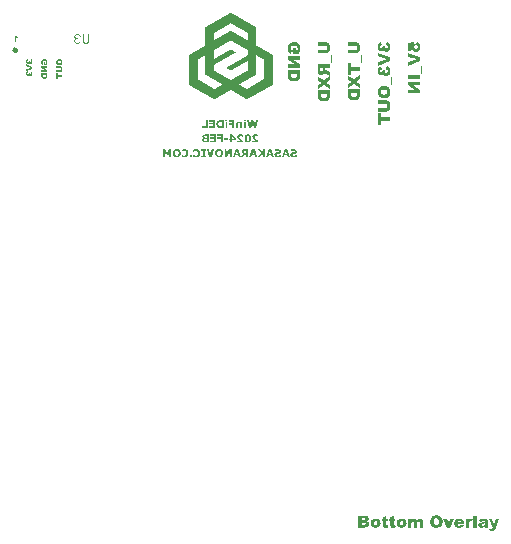
<source format=gbo>
G04*
G04 #@! TF.GenerationSoftware,Altium Limited,Altium Designer,24.3.1 (35)*
G04*
G04 Layer_Color=32896*
%FSLAX44Y44*%
%MOMM*%
G71*
G04*
G04 #@! TF.SameCoordinates,098D5FB4-7C3B-420D-97F8-BA0D52642CD7*
G04*
G04*
G04 #@! TF.FilePolarity,Positive*
G04*
G01*
G75*
%ADD12C,0.3000*%
%ADD18C,0.1200*%
G36*
X320716Y190771D02*
X320685D01*
Y190740D01*
X320624D01*
Y190710D01*
X320563D01*
Y190679D01*
X320532D01*
Y190649D01*
X320471D01*
Y190618D01*
X320410D01*
Y190587D01*
X320349D01*
Y190557D01*
X320318D01*
Y190526D01*
X320257D01*
Y190496D01*
X320196D01*
Y190465D01*
X320135D01*
Y190434D01*
X320104D01*
Y190404D01*
X320043D01*
Y190373D01*
X319982D01*
Y190343D01*
X319921D01*
Y190312D01*
X319890D01*
Y190282D01*
X319829D01*
Y190251D01*
X319768D01*
Y190221D01*
X319737D01*
Y190190D01*
X319676D01*
Y190159D01*
X319615D01*
Y190129D01*
X319554D01*
Y190098D01*
X319523D01*
Y190068D01*
X319462D01*
Y190037D01*
X319401D01*
Y190007D01*
X319340D01*
Y189976D01*
X319309D01*
Y189945D01*
X319248D01*
Y189915D01*
X319187D01*
Y189884D01*
X319156D01*
Y189854D01*
X319095D01*
Y189823D01*
X319034D01*
Y189792D01*
X318973D01*
Y189762D01*
X318942D01*
Y189731D01*
X318881D01*
Y189701D01*
X318820D01*
Y189670D01*
X318759D01*
Y189639D01*
X318728D01*
Y189609D01*
X318667D01*
Y189578D01*
X318606D01*
Y189548D01*
X318545D01*
Y189517D01*
X318514D01*
Y189487D01*
X318453D01*
Y189456D01*
X318392D01*
Y189426D01*
X318361D01*
Y189395D01*
X318300D01*
Y189364D01*
X318239D01*
Y189334D01*
X318178D01*
Y189303D01*
X318147D01*
Y189273D01*
X318086D01*
Y189242D01*
X318025D01*
Y189212D01*
X317964D01*
Y189181D01*
X317933D01*
Y189150D01*
X317872D01*
Y189120D01*
X317811D01*
Y189089D01*
X317750D01*
Y189059D01*
X317719D01*
Y189028D01*
X317658D01*
Y188997D01*
X317597D01*
Y188967D01*
X317566D01*
Y188936D01*
X317505D01*
Y188906D01*
X317444D01*
Y188875D01*
X317383D01*
Y188845D01*
X317352D01*
Y188814D01*
X317291D01*
Y188783D01*
X317230D01*
Y188753D01*
X317169D01*
Y188722D01*
X317138D01*
Y188692D01*
X317077D01*
Y188661D01*
X317016D01*
Y188631D01*
X316985D01*
Y188600D01*
X316924D01*
Y188569D01*
X316863D01*
Y188539D01*
X316802D01*
Y188508D01*
X316772D01*
Y188478D01*
X316710D01*
Y188447D01*
X316649D01*
Y188417D01*
X316588D01*
Y188386D01*
X316557D01*
Y188355D01*
X316496D01*
Y188325D01*
X316435D01*
Y188294D01*
X316374D01*
Y188264D01*
X316343D01*
Y188233D01*
X316282D01*
Y188202D01*
X316221D01*
Y188172D01*
X316190D01*
Y188141D01*
X316129D01*
Y188111D01*
X316068D01*
Y188080D01*
X316007D01*
Y188050D01*
X315977D01*
Y188019D01*
X315915D01*
Y187988D01*
X315854D01*
Y187958D01*
X315793D01*
Y187927D01*
X315762D01*
Y187897D01*
X315701D01*
Y187866D01*
X315640D01*
Y187836D01*
X315579D01*
Y187805D01*
X315548D01*
Y187774D01*
X315487D01*
Y187744D01*
X315426D01*
Y187713D01*
X315396D01*
Y187683D01*
X315334D01*
Y187652D01*
X315273D01*
Y187621D01*
X315212D01*
Y187591D01*
X315182D01*
Y187560D01*
X315120D01*
Y187530D01*
X315059D01*
Y187499D01*
X314998D01*
Y187469D01*
X314967D01*
Y187438D01*
X314906D01*
Y187407D01*
X314845D01*
Y187377D01*
X314784D01*
Y187346D01*
X314753D01*
Y187316D01*
X314692D01*
Y187285D01*
X314631D01*
Y187255D01*
X314601D01*
Y187224D01*
X314539D01*
Y187194D01*
X314478D01*
Y187163D01*
X314417D01*
Y187132D01*
X314387D01*
Y187102D01*
X314325D01*
Y187071D01*
X314264D01*
Y187041D01*
X314203D01*
Y187010D01*
X314172D01*
Y186979D01*
X314111D01*
Y186949D01*
X314050D01*
Y186918D01*
X314020D01*
Y186888D01*
X313958D01*
Y186857D01*
X313897D01*
Y186827D01*
X313836D01*
Y186796D01*
X313806D01*
Y186765D01*
X313744D01*
Y186735D01*
X313683D01*
Y186704D01*
X313622D01*
Y186674D01*
X313591D01*
Y186643D01*
X313530D01*
Y186612D01*
X313469D01*
Y186582D01*
X313408D01*
Y186551D01*
X313377D01*
Y186521D01*
X313316D01*
Y186490D01*
X313255D01*
Y186460D01*
X313225D01*
Y186429D01*
X313164D01*
Y186399D01*
X313102D01*
Y186368D01*
X313041D01*
Y186337D01*
X313011D01*
Y186307D01*
X312949D01*
Y186276D01*
X312888D01*
Y186246D01*
X312827D01*
Y186215D01*
X312797D01*
Y186184D01*
X312735D01*
Y186154D01*
X312674D01*
Y186123D01*
X312613D01*
Y186093D01*
X312582D01*
Y186062D01*
X312521D01*
Y186032D01*
X312460D01*
Y186001D01*
X312430D01*
Y185970D01*
X312369D01*
Y185940D01*
X312307D01*
Y185909D01*
X312246D01*
Y185879D01*
X312216D01*
Y185848D01*
X312154D01*
Y185818D01*
X312093D01*
Y185787D01*
X312032D01*
Y185756D01*
X312002D01*
Y185726D01*
X311940D01*
Y185695D01*
X311879D01*
Y185665D01*
X311818D01*
Y185634D01*
X311787D01*
Y185604D01*
X311726D01*
Y185573D01*
X311665D01*
Y185542D01*
X311635D01*
Y185512D01*
X311574D01*
Y185481D01*
X311512D01*
Y185451D01*
X311451D01*
Y185420D01*
X311421D01*
Y185389D01*
X311360D01*
Y185359D01*
X311298D01*
Y185328D01*
X311237D01*
Y185298D01*
X311207D01*
Y185267D01*
X311145D01*
Y185237D01*
X311084D01*
Y185206D01*
X311054D01*
Y185175D01*
X310993D01*
Y185145D01*
X310931D01*
Y185114D01*
X310870D01*
Y185084D01*
X310840D01*
Y185053D01*
X310779D01*
Y185023D01*
X310717D01*
Y184992D01*
X310656D01*
Y184961D01*
X310626D01*
Y184931D01*
X310564D01*
Y184900D01*
X310503D01*
Y184870D01*
X310442D01*
Y184839D01*
X310412D01*
Y184809D01*
X310350D01*
Y184778D01*
X310289D01*
Y184747D01*
X310259D01*
Y184717D01*
X310198D01*
Y184686D01*
X310136D01*
Y184656D01*
X310075D01*
Y184625D01*
X310045D01*
Y184594D01*
X309984D01*
Y184564D01*
X309922D01*
Y184533D01*
X309861D01*
Y184503D01*
X309831D01*
Y184472D01*
X309769D01*
Y184442D01*
X309708D01*
Y184411D01*
X309647D01*
Y184380D01*
X309617D01*
Y184350D01*
X309555D01*
Y184319D01*
X309494D01*
Y184289D01*
X309464D01*
Y184258D01*
X309403D01*
Y184228D01*
X309341D01*
Y184197D01*
X309280D01*
Y184166D01*
X309250D01*
Y184136D01*
X309189D01*
Y184105D01*
X309127D01*
Y184075D01*
X309066D01*
Y184044D01*
X309036D01*
Y184014D01*
X308974D01*
Y183983D01*
X308913D01*
Y183952D01*
X308883D01*
Y183922D01*
X308822D01*
Y183891D01*
X308761D01*
Y183861D01*
X308699D01*
Y183830D01*
X308669D01*
Y183799D01*
X308608D01*
Y183769D01*
X308547D01*
Y183738D01*
X308485D01*
Y183708D01*
X308455D01*
Y183677D01*
X308394D01*
Y183647D01*
X308332D01*
Y183616D01*
X308271D01*
Y183585D01*
X308241D01*
Y183555D01*
X308179D01*
Y183524D01*
X308118D01*
Y183494D01*
X308088D01*
Y183463D01*
X308027D01*
Y183433D01*
X307966D01*
Y183402D01*
X307904D01*
Y183371D01*
X307874D01*
Y183341D01*
X307813D01*
Y183310D01*
X307752D01*
Y183280D01*
X307690D01*
Y183249D01*
X307660D01*
Y183219D01*
X307599D01*
Y183188D01*
X307537D01*
Y183157D01*
X307476D01*
Y183127D01*
X307446D01*
Y183096D01*
X307385D01*
Y183066D01*
X307323D01*
Y183035D01*
X307293D01*
Y183004D01*
X307232D01*
Y182974D01*
X307171D01*
Y182943D01*
X307109D01*
Y182913D01*
X307079D01*
Y182882D01*
X307018D01*
Y182852D01*
X306957D01*
Y182821D01*
X306895D01*
Y182791D01*
X306865D01*
Y182760D01*
X306804D01*
Y182729D01*
X306742D01*
Y182699D01*
X306681D01*
Y182668D01*
X306651D01*
Y182638D01*
X306590D01*
Y182607D01*
X306528D01*
Y182577D01*
X306498D01*
Y182546D01*
X306437D01*
Y182515D01*
X306376D01*
Y182485D01*
X306314D01*
Y182454D01*
X306284D01*
Y182424D01*
X306223D01*
Y182393D01*
X306161D01*
Y182362D01*
X306100D01*
Y182332D01*
X306070D01*
Y182301D01*
X306009D01*
Y182271D01*
X305947D01*
Y182240D01*
X305917D01*
Y182209D01*
X305856D01*
Y182179D01*
X305795D01*
Y182148D01*
X305733D01*
Y182118D01*
X305703D01*
Y182087D01*
X305642D01*
Y182057D01*
X305581D01*
Y182026D01*
X305519D01*
Y181996D01*
X305489D01*
Y181965D01*
X305428D01*
Y181934D01*
X305366D01*
Y181904D01*
X305305D01*
Y181873D01*
X305275D01*
Y181843D01*
X305214D01*
Y181812D01*
X305152D01*
Y181782D01*
X305122D01*
Y181751D01*
X305061D01*
Y181720D01*
X305000D01*
Y181690D01*
X304939D01*
Y181659D01*
X304908D01*
Y181629D01*
X304847D01*
Y181598D01*
X304786D01*
Y181567D01*
X304724D01*
Y181537D01*
X304694D01*
Y181506D01*
X304633D01*
Y181476D01*
X304572D01*
Y181445D01*
X304510D01*
Y181415D01*
X304480D01*
Y181384D01*
X304419D01*
Y181353D01*
X304357D01*
Y181323D01*
X304327D01*
Y181292D01*
X304266D01*
Y181262D01*
X304205D01*
Y181231D01*
X304144D01*
Y181201D01*
X304113D01*
Y181170D01*
X304052D01*
Y181139D01*
X303991D01*
Y181109D01*
X303930D01*
Y181078D01*
X303899D01*
Y181048D01*
X303838D01*
Y181017D01*
X303777D01*
Y180986D01*
X303715D01*
Y180956D01*
X303685D01*
Y180925D01*
X303624D01*
Y180895D01*
X303563D01*
Y180864D01*
X303532D01*
Y180834D01*
X303471D01*
Y180803D01*
X303410D01*
Y180772D01*
X303349D01*
Y180742D01*
X303318D01*
Y180711D01*
X303257D01*
Y180681D01*
X303196D01*
Y180650D01*
X303134D01*
Y180620D01*
X303104D01*
Y180589D01*
X303043D01*
Y180558D01*
X302982D01*
Y180528D01*
X302951D01*
Y180497D01*
X302890D01*
Y180467D01*
X302829D01*
Y180436D01*
X302768D01*
Y180406D01*
X302737D01*
Y180375D01*
X302676D01*
Y180344D01*
X302615D01*
Y180314D01*
X302554D01*
Y180283D01*
X302523D01*
Y180253D01*
X302462D01*
Y180222D01*
X302401D01*
Y180191D01*
X302339D01*
Y180161D01*
X302309D01*
Y180130D01*
X302248D01*
Y180100D01*
X302187D01*
Y180069D01*
X302156D01*
Y180039D01*
X302095D01*
Y180008D01*
X302034D01*
Y179977D01*
X301973D01*
Y179947D01*
X301942D01*
Y179916D01*
X301881D01*
Y179886D01*
X301820D01*
Y179855D01*
X301759D01*
Y179825D01*
X301728D01*
Y179794D01*
X301667D01*
Y179764D01*
X301606D01*
Y179733D01*
X301544D01*
Y179702D01*
X301514D01*
Y179672D01*
X301453D01*
Y179641D01*
X301392D01*
Y179611D01*
X301361D01*
Y179580D01*
X301300D01*
Y179549D01*
X301239D01*
Y179519D01*
X301178D01*
Y179488D01*
X301147D01*
Y163956D01*
X301086D01*
Y163925D01*
X301025D01*
Y163894D01*
X300964D01*
Y163864D01*
X300933D01*
Y163833D01*
X300872D01*
Y163803D01*
X300811D01*
Y163772D01*
X300749D01*
Y163742D01*
X300719D01*
Y163711D01*
X300658D01*
Y163680D01*
X300597D01*
Y163650D01*
X300536D01*
Y163619D01*
X300505D01*
Y163589D01*
X300444D01*
Y163558D01*
X300383D01*
Y163528D01*
X300322D01*
Y163497D01*
X300291D01*
Y163466D01*
X300230D01*
Y163436D01*
X300169D01*
Y163405D01*
X300107D01*
Y163375D01*
X300077D01*
Y163344D01*
X300016D01*
Y163314D01*
X299955D01*
Y163283D01*
X299893D01*
Y163252D01*
X299832D01*
Y163222D01*
X299802D01*
Y163191D01*
X299741D01*
Y163161D01*
X299679D01*
Y163130D01*
X299618D01*
Y163099D01*
X299588D01*
Y163069D01*
X299527D01*
Y163038D01*
X299465D01*
Y163008D01*
X299404D01*
Y162977D01*
X299374D01*
Y162947D01*
X299312D01*
Y162916D01*
X299251D01*
Y162885D01*
X299190D01*
Y162855D01*
X299160D01*
Y162824D01*
X299098D01*
Y162794D01*
X299037D01*
Y162763D01*
X298976D01*
Y162733D01*
X298946D01*
Y162702D01*
X298884D01*
Y162671D01*
X298823D01*
Y162641D01*
X298762D01*
Y162610D01*
X298731D01*
Y162580D01*
X298670D01*
Y162549D01*
X298609D01*
Y162519D01*
X298548D01*
Y162488D01*
X298517D01*
Y162457D01*
X298456D01*
Y162427D01*
X298395D01*
Y162396D01*
X298334D01*
Y162366D01*
X298303D01*
Y162335D01*
X298242D01*
Y162304D01*
X298181D01*
Y162274D01*
X298120D01*
Y162243D01*
X298089D01*
Y162213D01*
X298028D01*
Y162182D01*
X297967D01*
Y162152D01*
X297906D01*
Y162121D01*
X297875D01*
Y162090D01*
X297814D01*
Y162060D01*
X297753D01*
Y162029D01*
X297692D01*
Y161999D01*
X297661D01*
Y161968D01*
X297600D01*
Y161938D01*
X297539D01*
Y161907D01*
X297478D01*
Y161876D01*
X297417D01*
Y161846D01*
X297386D01*
Y161815D01*
X297325D01*
Y161785D01*
X297264D01*
Y161754D01*
X297203D01*
Y161723D01*
X297172D01*
Y161693D01*
X297111D01*
Y161662D01*
X297050D01*
Y161632D01*
X296989D01*
Y161601D01*
X296958D01*
Y161571D01*
X296897D01*
Y161540D01*
X296836D01*
Y161509D01*
X296775D01*
Y161479D01*
X296744D01*
Y161448D01*
X296683D01*
Y161418D01*
X296622D01*
Y161387D01*
X296561D01*
Y161357D01*
X296530D01*
Y161326D01*
X296469D01*
Y161296D01*
X296408D01*
Y161265D01*
X296347D01*
Y161234D01*
X296316D01*
Y161204D01*
X296255D01*
Y161173D01*
X296194D01*
Y161143D01*
X296133D01*
Y161112D01*
X296102D01*
Y161081D01*
X296041D01*
Y161051D01*
X295980D01*
Y161020D01*
X295919D01*
Y160990D01*
X295888D01*
Y160959D01*
X295827D01*
Y160929D01*
X295766D01*
Y160898D01*
X295704D01*
Y160867D01*
X295674D01*
Y160837D01*
X295613D01*
Y160806D01*
X295552D01*
Y160776D01*
X295490D01*
Y160745D01*
X295460D01*
Y160714D01*
X295399D01*
Y160684D01*
X295338D01*
Y160653D01*
X295276D01*
Y160623D01*
X295246D01*
Y160592D01*
X295185D01*
Y160562D01*
X295124D01*
Y160531D01*
X295062D01*
Y160501D01*
X295001D01*
Y160470D01*
X294971D01*
Y160439D01*
X294909D01*
Y160409D01*
X294848D01*
Y160378D01*
X294787D01*
Y160348D01*
X294757D01*
Y160317D01*
X294695D01*
Y160287D01*
X294634D01*
Y160256D01*
X294573D01*
Y160225D01*
X294543D01*
Y160195D01*
X294481D01*
Y160164D01*
X294420D01*
Y160134D01*
X294359D01*
Y160103D01*
X294329D01*
Y160072D01*
X294267D01*
Y160042D01*
X294206D01*
Y160011D01*
X294145D01*
Y159981D01*
X294114D01*
Y159950D01*
X294053D01*
Y159920D01*
X293992D01*
Y159889D01*
X293931D01*
Y159858D01*
X293901D01*
Y159828D01*
X293839D01*
Y159797D01*
X293778D01*
Y159767D01*
X293717D01*
Y159736D01*
X293687D01*
Y159705D01*
X293625D01*
Y159675D01*
X293564D01*
Y159644D01*
X293503D01*
Y159614D01*
X293472D01*
Y159583D01*
X293411D01*
Y159553D01*
X293350D01*
Y159522D01*
X293289D01*
Y159492D01*
X293258D01*
Y159461D01*
X293197D01*
Y159430D01*
X293136D01*
Y159400D01*
X293075D01*
Y159369D01*
X293044D01*
Y159339D01*
X292983D01*
Y159308D01*
X292922D01*
Y159277D01*
X292861D01*
Y159247D01*
X292830D01*
Y159216D01*
X292769D01*
Y159186D01*
X292708D01*
Y159155D01*
X292647D01*
Y159125D01*
X292616D01*
Y159094D01*
X292555D01*
Y159063D01*
X292494D01*
Y159033D01*
X292433D01*
Y159002D01*
X292372D01*
Y158972D01*
X292341D01*
Y158941D01*
X292280D01*
Y158911D01*
X292219D01*
Y158880D01*
X292158D01*
Y158849D01*
X292127D01*
Y158819D01*
X292066D01*
Y158788D01*
X292005D01*
Y158758D01*
X291944D01*
Y158727D01*
X291913D01*
Y158696D01*
X291852D01*
Y158666D01*
X291791D01*
Y158635D01*
X291730D01*
Y158605D01*
X291699D01*
Y158574D01*
X291638D01*
Y158544D01*
X291577D01*
Y158513D01*
X291516D01*
Y158483D01*
X291485D01*
Y158452D01*
X291424D01*
Y158421D01*
X291363D01*
Y158391D01*
X291301D01*
Y158360D01*
X291271D01*
Y158330D01*
X291210D01*
Y158299D01*
X291149D01*
Y158268D01*
X291087D01*
Y158238D01*
X291057D01*
Y158207D01*
X290996D01*
Y158177D01*
X290935D01*
Y158146D01*
X290873D01*
Y158116D01*
X290843D01*
Y158085D01*
X290782D01*
Y158054D01*
X290721D01*
Y158024D01*
X290659D01*
Y157993D01*
X290629D01*
Y157963D01*
X290568D01*
Y157932D01*
X290506D01*
Y157901D01*
X290445D01*
Y157871D01*
X290415D01*
Y157840D01*
X290354D01*
Y157810D01*
X290292D01*
Y157779D01*
X290231D01*
Y157749D01*
X290201D01*
Y157718D01*
X290140D01*
Y157688D01*
X290079D01*
Y157657D01*
X290017D01*
Y157626D01*
X289956D01*
Y157596D01*
X289926D01*
Y157565D01*
X289864D01*
Y157535D01*
X289803D01*
Y157504D01*
X289742D01*
Y157473D01*
X289712D01*
Y157443D01*
X289650D01*
Y157412D01*
X289589D01*
Y157382D01*
X289528D01*
Y157351D01*
X289498D01*
Y157321D01*
X289436D01*
Y157290D01*
X289375D01*
Y157259D01*
X289314D01*
Y157229D01*
X289284D01*
Y157198D01*
X289222D01*
Y157168D01*
X289161D01*
Y157137D01*
X289100D01*
Y157107D01*
X289069D01*
Y157076D01*
X289008D01*
Y157045D01*
X288947D01*
Y157015D01*
X288886D01*
Y156984D01*
X288855D01*
Y156954D01*
X288794D01*
Y156923D01*
X288733D01*
Y156892D01*
X288672D01*
Y156862D01*
X288641D01*
Y156831D01*
X288580D01*
Y156801D01*
X288519D01*
Y156770D01*
X288458D01*
Y156740D01*
X288427D01*
Y156709D01*
X288366D01*
Y156678D01*
X288305D01*
Y156648D01*
X288244D01*
Y156617D01*
X288213D01*
Y156587D01*
X288152D01*
Y156556D01*
X288091D01*
Y156526D01*
X288030D01*
Y156495D01*
X287999D01*
Y156464D01*
X287938D01*
Y156434D01*
X287877D01*
Y156403D01*
X287816D01*
Y156373D01*
X287785D01*
Y156342D01*
X287724D01*
Y156312D01*
X287663D01*
Y156281D01*
X287602D01*
Y156250D01*
X287541D01*
Y156220D01*
X287510D01*
Y156189D01*
X287449D01*
Y156159D01*
X287418D01*
Y156128D01*
X287388D01*
Y130536D01*
X287418D01*
Y130505D01*
X287449D01*
Y130475D01*
X287510D01*
Y130444D01*
X287571D01*
Y130414D01*
X287632D01*
Y130383D01*
X287663D01*
Y130352D01*
X287724D01*
Y130322D01*
X287785D01*
Y130291D01*
X287846D01*
Y130261D01*
X287877D01*
Y130230D01*
X287938D01*
Y130199D01*
X287999D01*
Y130169D01*
X288060D01*
Y130138D01*
X288091D01*
Y130108D01*
X288152D01*
Y130077D01*
X288213D01*
Y130047D01*
X288274D01*
Y130016D01*
X288336D01*
Y129986D01*
X288366D01*
Y129955D01*
X288427D01*
Y129924D01*
X288489D01*
Y129894D01*
X288550D01*
Y129863D01*
X288580D01*
Y129833D01*
X288641D01*
Y129802D01*
X288703D01*
Y129771D01*
X288764D01*
Y129741D01*
X288825D01*
Y129710D01*
X288855D01*
Y129680D01*
X288917D01*
Y129649D01*
X288978D01*
Y129619D01*
X289039D01*
Y129588D01*
X289069D01*
Y129557D01*
X289131D01*
Y129527D01*
X289192D01*
Y129496D01*
X289253D01*
Y129466D01*
X289284D01*
Y129435D01*
X289345D01*
Y129404D01*
X289406D01*
Y129374D01*
X289467D01*
Y129343D01*
X289528D01*
Y129313D01*
X289559D01*
Y129282D01*
X289620D01*
Y129252D01*
X289681D01*
Y129221D01*
X289742D01*
Y129191D01*
X289773D01*
Y129160D01*
X289834D01*
Y129129D01*
X289895D01*
Y129099D01*
X289956D01*
Y129068D01*
X290017D01*
Y129038D01*
X290048D01*
Y129007D01*
X290109D01*
Y128976D01*
X290170D01*
Y128946D01*
X290231D01*
Y128915D01*
X290262D01*
Y128885D01*
X290323D01*
Y128854D01*
X290384D01*
Y128824D01*
X290445D01*
Y128793D01*
X290506D01*
Y128763D01*
X290537D01*
Y128732D01*
X290598D01*
Y128701D01*
X290659D01*
Y128671D01*
X290721D01*
Y128640D01*
X290751D01*
Y128610D01*
X290812D01*
Y128579D01*
X290873D01*
Y128548D01*
X290935D01*
Y128518D01*
X290965D01*
Y128487D01*
X291026D01*
Y128457D01*
X291087D01*
Y128426D01*
X291149D01*
Y128396D01*
X291210D01*
Y128365D01*
X291240D01*
Y128334D01*
X291301D01*
Y128304D01*
X291363D01*
Y128273D01*
X291424D01*
Y128243D01*
X291454D01*
Y128212D01*
X291516D01*
Y128181D01*
X291577D01*
Y128151D01*
X291638D01*
Y128120D01*
X291699D01*
Y128090D01*
X291730D01*
Y128059D01*
X291791D01*
Y128029D01*
X291852D01*
Y127998D01*
X291913D01*
Y127968D01*
X291944D01*
Y127937D01*
X292005D01*
Y127906D01*
X292066D01*
Y127876D01*
X292127D01*
Y127845D01*
X292188D01*
Y127815D01*
X292219D01*
Y127784D01*
X292280D01*
Y127753D01*
X292341D01*
Y127723D01*
X292402D01*
Y127692D01*
X292433D01*
Y127662D01*
X292494D01*
Y127631D01*
X292555D01*
Y127601D01*
X292616D01*
Y127570D01*
X292647D01*
Y127539D01*
X292708D01*
Y127509D01*
X292769D01*
Y127478D01*
X292830D01*
Y127448D01*
X292892D01*
Y127417D01*
X292922D01*
Y127387D01*
X292983D01*
Y127356D01*
X293044D01*
Y127325D01*
X293106D01*
Y127295D01*
X293136D01*
Y127264D01*
X293197D01*
Y127234D01*
X293258D01*
Y127203D01*
X293319D01*
Y127172D01*
X293381D01*
Y127142D01*
X293411D01*
Y127111D01*
X293472D01*
Y127081D01*
X293534D01*
Y127050D01*
X293595D01*
Y127020D01*
X293625D01*
Y126989D01*
X293687D01*
Y126958D01*
X293748D01*
Y126928D01*
X293809D01*
Y126897D01*
X293839D01*
Y126867D01*
X293901D01*
Y126836D01*
X293962D01*
Y126806D01*
X294023D01*
Y126775D01*
X294084D01*
Y126744D01*
X294114D01*
Y126714D01*
X294176D01*
Y126683D01*
X294237D01*
Y126653D01*
X294298D01*
Y126622D01*
X294329D01*
Y126592D01*
X294390D01*
Y126561D01*
X294451D01*
Y126530D01*
X294512D01*
Y126500D01*
X294573D01*
Y126469D01*
X294604D01*
Y126439D01*
X294665D01*
Y126408D01*
X294726D01*
Y126377D01*
X294787D01*
Y126347D01*
X294818D01*
Y126316D01*
X294879D01*
Y126286D01*
X294940D01*
Y126255D01*
X295001D01*
Y126225D01*
X295062D01*
Y126194D01*
X295093D01*
Y126164D01*
X295154D01*
Y126133D01*
X295215D01*
Y126102D01*
X295276D01*
Y126072D01*
X295307D01*
Y126041D01*
X295368D01*
Y126011D01*
X295429D01*
Y125980D01*
X295490D01*
Y125949D01*
X295521D01*
Y125919D01*
X295582D01*
Y125888D01*
X295643D01*
Y125858D01*
X295704D01*
Y125827D01*
X295766D01*
Y125796D01*
X295796D01*
Y125766D01*
X295857D01*
Y125735D01*
X295919D01*
Y125705D01*
X295980D01*
Y125674D01*
X296010D01*
Y125644D01*
X296071D01*
Y125613D01*
X296133D01*
Y125583D01*
X296194D01*
Y125552D01*
X296255D01*
Y125521D01*
X296285D01*
Y125491D01*
X296347D01*
Y125460D01*
X296408D01*
Y125430D01*
X296469D01*
Y125399D01*
X296500D01*
Y125368D01*
X296561D01*
Y125338D01*
X296622D01*
Y125307D01*
X296683D01*
Y125277D01*
X296744D01*
Y125246D01*
X296775D01*
Y125216D01*
X296836D01*
Y125185D01*
X296897D01*
Y125154D01*
X296958D01*
Y125124D01*
X296989D01*
Y125093D01*
X297050D01*
Y125063D01*
X297111D01*
Y125032D01*
X297172D01*
Y125002D01*
X297203D01*
Y124971D01*
X297264D01*
Y124940D01*
X297325D01*
Y124910D01*
X297386D01*
Y124879D01*
X297447D01*
Y124849D01*
X297478D01*
Y124818D01*
X297539D01*
Y124788D01*
X297600D01*
Y124757D01*
X297661D01*
Y124726D01*
X297692D01*
Y124696D01*
X297753D01*
Y124665D01*
X297814D01*
Y124635D01*
X297875D01*
Y124604D01*
X297936D01*
Y124573D01*
X297967D01*
Y124543D01*
X298028D01*
Y124512D01*
X298089D01*
Y124482D01*
X298151D01*
Y124451D01*
X298181D01*
Y124421D01*
X298242D01*
Y124390D01*
X298303D01*
Y124360D01*
X298365D01*
Y124329D01*
X298395D01*
Y124298D01*
X298456D01*
Y124268D01*
X298517D01*
Y124237D01*
X298579D01*
Y124207D01*
X298640D01*
Y124176D01*
X298670D01*
Y124145D01*
X298731D01*
Y124115D01*
X298793D01*
Y124084D01*
X298854D01*
Y124054D01*
X298884D01*
Y124023D01*
X298946D01*
Y123993D01*
X299007D01*
Y123962D01*
X299068D01*
Y123931D01*
X299129D01*
Y123901D01*
X299160D01*
Y123870D01*
X299221D01*
Y123840D01*
X299282D01*
Y123809D01*
X299343D01*
Y123778D01*
X299374D01*
Y123748D01*
X299435D01*
Y123717D01*
X299496D01*
Y123687D01*
X299557D01*
Y123656D01*
X299618D01*
Y123626D01*
X299649D01*
Y123595D01*
X299710D01*
Y123565D01*
X299771D01*
Y123534D01*
X299832D01*
Y123503D01*
X299863D01*
Y123473D01*
X299924D01*
Y123442D01*
X299985D01*
Y123412D01*
X300046D01*
Y123381D01*
X300077D01*
Y123350D01*
X300138D01*
Y123320D01*
X300199D01*
Y123289D01*
X300260D01*
Y123259D01*
X300322D01*
Y123228D01*
X300352D01*
Y123198D01*
X300413D01*
Y123167D01*
X300474D01*
Y123136D01*
X300536D01*
Y123106D01*
X300566D01*
Y123075D01*
X300627D01*
Y123045D01*
X300688D01*
Y123014D01*
X300749D01*
Y122984D01*
X300811D01*
Y122953D01*
X300841D01*
Y122922D01*
X300902D01*
Y122892D01*
X300964D01*
Y122861D01*
X301025D01*
Y122831D01*
X301055D01*
Y122800D01*
X301116D01*
Y122769D01*
X301178D01*
Y122739D01*
X301239D01*
Y122708D01*
X301300D01*
Y122678D01*
X301331D01*
Y122647D01*
X301392D01*
Y122617D01*
X301453D01*
Y122586D01*
X301514D01*
Y122556D01*
X301544D01*
Y122525D01*
X301606D01*
Y122494D01*
X301667D01*
Y122464D01*
X301728D01*
Y122433D01*
X301759D01*
Y122403D01*
X301820D01*
Y122372D01*
X301881D01*
Y122341D01*
X301942D01*
Y122311D01*
X302003D01*
Y122280D01*
X302034D01*
Y122250D01*
X302095D01*
Y122219D01*
X302156D01*
Y122189D01*
X302217D01*
Y122158D01*
X302248D01*
Y122127D01*
X302309D01*
Y122097D01*
X302370D01*
Y122066D01*
X302431D01*
Y122036D01*
X302492D01*
Y122005D01*
X302523D01*
Y121975D01*
X302584D01*
Y121944D01*
X302645D01*
Y121913D01*
X302706D01*
Y121883D01*
X302737D01*
Y121852D01*
X302798D01*
Y121822D01*
X302859D01*
Y121791D01*
X302920D01*
Y121761D01*
X302982D01*
Y121730D01*
X303012D01*
Y121699D01*
X303073D01*
Y121669D01*
X303134D01*
Y121638D01*
X303196D01*
Y121608D01*
X303226D01*
Y121577D01*
X303287D01*
Y121546D01*
X303349D01*
Y121516D01*
X303410D01*
Y121485D01*
X303440D01*
Y121455D01*
X303501D01*
Y121424D01*
X303563D01*
Y121394D01*
X303624D01*
Y121363D01*
X303685D01*
Y121332D01*
X303715D01*
Y121302D01*
X303777D01*
Y121271D01*
X303838D01*
Y121241D01*
X303899D01*
Y121210D01*
X303930D01*
Y121180D01*
X303991D01*
Y121149D01*
X304052D01*
Y121118D01*
X304113D01*
Y121088D01*
X304174D01*
Y121057D01*
X304205D01*
Y121027D01*
X304266D01*
Y120996D01*
X304327D01*
Y120965D01*
X304388D01*
Y120935D01*
X304419D01*
Y120904D01*
X304480D01*
Y120874D01*
X304541D01*
Y120843D01*
X304602D01*
Y120813D01*
X304633D01*
Y120782D01*
X304694D01*
Y120751D01*
X304755D01*
Y120721D01*
X304816D01*
Y120690D01*
X304877D01*
Y120660D01*
X304908D01*
Y120629D01*
X304969D01*
Y120599D01*
X305030D01*
Y120568D01*
X305091D01*
Y120538D01*
X305122D01*
Y120507D01*
X305183D01*
Y120476D01*
X305244D01*
Y120446D01*
X305305D01*
Y120415D01*
X305366D01*
Y120385D01*
X305397D01*
Y120354D01*
X305458D01*
Y120323D01*
X305519D01*
Y120293D01*
X305581D01*
Y120262D01*
X305611D01*
Y120232D01*
X305672D01*
Y120201D01*
X305733D01*
Y120170D01*
X305795D01*
Y120140D01*
X305856D01*
Y120109D01*
X305886D01*
Y120079D01*
X305947D01*
Y120048D01*
X306009D01*
Y120018D01*
X306070D01*
Y119987D01*
X306100D01*
Y119957D01*
X306161D01*
Y119926D01*
X306223D01*
Y119895D01*
X306284D01*
Y119865D01*
X306314D01*
Y119834D01*
X306376D01*
Y119804D01*
X306437D01*
Y119773D01*
X306498D01*
Y119742D01*
X306559D01*
Y119712D01*
X306590D01*
Y119681D01*
X306651D01*
Y119651D01*
X306712D01*
Y119620D01*
X306773D01*
Y119590D01*
X306804D01*
Y119559D01*
X306865D01*
Y119529D01*
X306926D01*
Y119498D01*
X306987D01*
Y119467D01*
X307048D01*
Y119437D01*
X307079D01*
Y119406D01*
X307140D01*
Y119376D01*
X307201D01*
Y119345D01*
X307262D01*
Y119314D01*
X307293D01*
Y119284D01*
X307354D01*
Y119253D01*
X307415D01*
Y119223D01*
X307476D01*
Y119192D01*
X307537D01*
Y119162D01*
X307568D01*
Y119131D01*
X307629D01*
Y119100D01*
X307690D01*
Y119070D01*
X307752D01*
Y119039D01*
X307782D01*
Y119009D01*
X307843D01*
Y118978D01*
X307904D01*
Y118947D01*
X307966D01*
Y118917D01*
X307996D01*
Y118886D01*
X308057D01*
Y118856D01*
X308118D01*
Y118825D01*
X308179D01*
Y118795D01*
X308241D01*
Y118764D01*
X308271D01*
Y118734D01*
X308332D01*
Y118703D01*
X308394D01*
Y118672D01*
X308455D01*
Y118642D01*
X308485D01*
Y118611D01*
X308547D01*
Y118581D01*
X308608D01*
Y118550D01*
X308669D01*
Y118519D01*
X308730D01*
Y118489D01*
X308761D01*
Y118458D01*
X308822D01*
Y118428D01*
X308913D01*
Y118458D01*
X308974D01*
Y118489D01*
X309005D01*
Y118519D01*
X309066D01*
Y118550D01*
X309127D01*
Y118581D01*
X309189D01*
Y118611D01*
X309219D01*
Y118642D01*
X309280D01*
Y118672D01*
X309341D01*
Y118703D01*
X309372D01*
Y118734D01*
X309433D01*
Y118764D01*
X309494D01*
Y118795D01*
X309525D01*
Y118825D01*
X309586D01*
Y118856D01*
X309647D01*
Y118886D01*
X309708D01*
Y118917D01*
X309739D01*
Y118947D01*
X309800D01*
Y118978D01*
X309861D01*
Y119009D01*
X309892D01*
Y119039D01*
X309953D01*
Y119070D01*
X310014D01*
Y119100D01*
X310045D01*
Y119131D01*
X310106D01*
Y119162D01*
X310167D01*
Y119192D01*
X310198D01*
Y119223D01*
X310259D01*
Y119253D01*
X310320D01*
Y119284D01*
X310381D01*
Y119314D01*
X310412D01*
Y119345D01*
X310473D01*
Y119376D01*
X310534D01*
Y119406D01*
X310564D01*
Y119437D01*
X310626D01*
Y119467D01*
X310687D01*
Y119498D01*
X310717D01*
Y119529D01*
X310779D01*
Y119559D01*
X310840D01*
Y119590D01*
X310901D01*
Y119620D01*
X310931D01*
Y119651D01*
X310993D01*
Y119681D01*
X311054D01*
Y119712D01*
X311084D01*
Y119742D01*
X311145D01*
Y119773D01*
X311207D01*
Y119804D01*
X311237D01*
Y119834D01*
X311298D01*
Y119865D01*
X311360D01*
Y119895D01*
X311390D01*
Y119926D01*
X311451D01*
Y119957D01*
X311512D01*
Y119987D01*
X311574D01*
Y120018D01*
X311604D01*
Y120048D01*
X311665D01*
Y120079D01*
X311726D01*
Y120109D01*
X311757D01*
Y120140D01*
X311818D01*
Y120170D01*
X311879D01*
Y120201D01*
X311910D01*
Y120232D01*
X311971D01*
Y120262D01*
X312032D01*
Y120293D01*
X312093D01*
Y120323D01*
X312124D01*
Y120354D01*
X312185D01*
Y120385D01*
X312246D01*
Y120415D01*
X312277D01*
Y120446D01*
X312338D01*
Y120476D01*
X312399D01*
Y120507D01*
X312430D01*
Y120538D01*
X312491D01*
Y120568D01*
X312552D01*
Y120599D01*
X312613D01*
Y120629D01*
X312644D01*
Y120660D01*
X312705D01*
Y120690D01*
X312766D01*
Y120721D01*
X312797D01*
Y120751D01*
X312858D01*
Y120782D01*
X312919D01*
Y120813D01*
X312949D01*
Y120843D01*
X313011D01*
Y120874D01*
X313072D01*
Y120904D01*
X313102D01*
Y120935D01*
X313164D01*
Y120965D01*
X313225D01*
Y120996D01*
X313286D01*
Y121027D01*
X313316D01*
Y121057D01*
X313377D01*
Y121088D01*
X313439D01*
Y121118D01*
X313469D01*
Y121149D01*
X313530D01*
Y121180D01*
X313591D01*
Y121210D01*
X313622D01*
Y121241D01*
X313683D01*
Y121271D01*
X313744D01*
Y121302D01*
X313806D01*
Y121332D01*
X313836D01*
Y121363D01*
X313897D01*
Y121394D01*
X313958D01*
Y121424D01*
X313989D01*
Y121455D01*
X314050D01*
Y121485D01*
X314111D01*
Y121516D01*
X314142D01*
Y121546D01*
X314203D01*
Y121577D01*
X314264D01*
Y121608D01*
X314295D01*
Y121638D01*
X314356D01*
Y121669D01*
X314417D01*
Y121699D01*
X314478D01*
Y121730D01*
X314509D01*
Y121761D01*
X314570D01*
Y121791D01*
X314631D01*
Y121822D01*
X314662D01*
Y121852D01*
X314723D01*
Y121883D01*
X314784D01*
Y121913D01*
X314815D01*
Y121944D01*
X314876D01*
Y121975D01*
X314937D01*
Y122005D01*
X314998D01*
Y122036D01*
X315029D01*
Y122066D01*
X315090D01*
Y122097D01*
X315151D01*
Y122127D01*
X315182D01*
Y122158D01*
X315243D01*
Y122189D01*
X315304D01*
Y122219D01*
X315334D01*
Y122250D01*
X315396D01*
Y122280D01*
X315457D01*
Y122311D01*
X315487D01*
Y122341D01*
X315548D01*
Y122372D01*
X315610D01*
Y122403D01*
X315671D01*
Y122433D01*
X315701D01*
Y122464D01*
X315762D01*
Y122494D01*
X315824D01*
Y122525D01*
X315854D01*
Y122556D01*
X315915D01*
Y122586D01*
X315977D01*
Y122617D01*
X316007D01*
Y122647D01*
X316068D01*
Y122678D01*
X316129D01*
Y122708D01*
X316190D01*
Y122739D01*
X316221D01*
Y122769D01*
X316282D01*
Y122800D01*
X316343D01*
Y122831D01*
X316374D01*
Y122861D01*
X316435D01*
Y122892D01*
X316496D01*
Y122922D01*
X316527D01*
Y122953D01*
X316588D01*
Y122984D01*
X316649D01*
Y123014D01*
X316680D01*
Y123045D01*
X316741D01*
Y123075D01*
X316802D01*
Y123106D01*
X316863D01*
Y123136D01*
X316894D01*
Y123167D01*
X316955D01*
Y123198D01*
X317016D01*
Y123228D01*
X317047D01*
Y123259D01*
X317108D01*
Y123289D01*
X317169D01*
Y123320D01*
X317199D01*
Y123350D01*
X317261D01*
Y123381D01*
X317322D01*
Y123412D01*
X317383D01*
Y123442D01*
X317414D01*
Y123473D01*
X317475D01*
Y123503D01*
X317536D01*
Y123534D01*
X317566D01*
Y123565D01*
X317628D01*
Y123595D01*
X317689D01*
Y123626D01*
X317719D01*
Y123656D01*
X317780D01*
Y123687D01*
X317842D01*
Y123717D01*
X317872D01*
Y123748D01*
X317933D01*
Y123778D01*
X317994D01*
Y123809D01*
X318056D01*
Y123840D01*
X318086D01*
Y123870D01*
X318147D01*
Y123901D01*
X318209D01*
Y123931D01*
X318239D01*
Y123962D01*
X318300D01*
Y123993D01*
X318361D01*
Y124023D01*
X318392D01*
Y124054D01*
X318453D01*
Y124084D01*
X318514D01*
Y124115D01*
X318575D01*
Y124145D01*
X318606D01*
Y124176D01*
X318667D01*
Y124207D01*
X318728D01*
Y124237D01*
X318759D01*
Y124268D01*
X318820D01*
Y124298D01*
X318881D01*
Y124329D01*
X318912D01*
Y124360D01*
X318973D01*
Y124390D01*
X319034D01*
Y124421D01*
X319065D01*
Y124451D01*
X319126D01*
Y124482D01*
X319187D01*
Y124512D01*
X319248D01*
Y124543D01*
X319279D01*
Y124573D01*
X319340D01*
Y124604D01*
X319401D01*
Y124635D01*
X319432D01*
Y124665D01*
X319493D01*
Y124696D01*
X319554D01*
Y124726D01*
X319585D01*
Y124757D01*
X319646D01*
Y124788D01*
X319707D01*
Y124818D01*
X319768D01*
Y124849D01*
X319799D01*
Y124879D01*
X319860D01*
Y124910D01*
X319921D01*
Y124940D01*
X319951D01*
Y124971D01*
X320013D01*
Y125002D01*
X320074D01*
Y125032D01*
X320104D01*
Y125063D01*
X320165D01*
Y125093D01*
X320227D01*
Y125124D01*
X320257D01*
Y125154D01*
X320318D01*
Y125185D01*
X320379D01*
Y125216D01*
X320441D01*
Y125246D01*
X320471D01*
Y125277D01*
X320532D01*
Y125307D01*
X320593D01*
Y125338D01*
X320624D01*
Y125368D01*
X320685D01*
Y125399D01*
X320746D01*
Y125430D01*
X320777D01*
Y125460D01*
X320838D01*
Y125491D01*
X320899D01*
Y125521D01*
X320960D01*
Y125552D01*
X320991D01*
Y125583D01*
X321052D01*
Y125613D01*
X321113D01*
Y125644D01*
X321144D01*
Y125674D01*
X321205D01*
Y125705D01*
X321266D01*
Y125735D01*
X321297D01*
Y125766D01*
X321358D01*
Y125796D01*
X321419D01*
Y125827D01*
X321450D01*
Y125858D01*
X321511D01*
Y125888D01*
X321572D01*
Y125919D01*
X321633D01*
Y125949D01*
X321664D01*
Y125980D01*
X321725D01*
Y126011D01*
X321786D01*
Y126041D01*
X321816D01*
Y126072D01*
X321878D01*
Y126102D01*
X321939D01*
Y126133D01*
X321969D01*
Y126164D01*
X322030D01*
Y126194D01*
X322092D01*
Y126225D01*
X322153D01*
Y126255D01*
X322183D01*
Y126286D01*
X322245D01*
Y126316D01*
X322306D01*
Y126347D01*
X322336D01*
Y126377D01*
X322397D01*
Y126408D01*
X322459D01*
Y126439D01*
X322489D01*
Y126469D01*
X322550D01*
Y126500D01*
X322612D01*
Y126530D01*
X322673D01*
Y126500D01*
X322734D01*
Y126469D01*
X322795D01*
Y126439D01*
X322826D01*
Y126408D01*
X322887D01*
Y126377D01*
X322948D01*
Y126347D01*
X322978D01*
Y126316D01*
X323040D01*
Y126286D01*
X323101D01*
Y126255D01*
X323131D01*
Y126225D01*
X323192D01*
Y126194D01*
X323254D01*
Y126164D01*
X323284D01*
Y126133D01*
X323345D01*
Y126102D01*
X323406D01*
Y126072D01*
X323437D01*
Y126041D01*
X323498D01*
Y126011D01*
X323559D01*
Y125980D01*
X323590D01*
Y125949D01*
X323651D01*
Y125919D01*
X323712D01*
Y125888D01*
X323743D01*
Y125858D01*
X323804D01*
Y125827D01*
X323865D01*
Y125796D01*
X323896D01*
Y125766D01*
X323957D01*
Y125735D01*
X324018D01*
Y125705D01*
X324049D01*
Y125674D01*
X324110D01*
Y125644D01*
X324171D01*
Y125613D01*
X324202D01*
Y125583D01*
X324263D01*
Y125552D01*
X324324D01*
Y125521D01*
X324354D01*
Y125491D01*
X324416D01*
Y125460D01*
X324477D01*
Y125430D01*
X324507D01*
Y125399D01*
X324568D01*
Y125368D01*
X324630D01*
Y125338D01*
X324660D01*
Y125307D01*
X324721D01*
Y125277D01*
X324782D01*
Y125246D01*
X324813D01*
Y125216D01*
X324874D01*
Y125185D01*
X324935D01*
Y125154D01*
X324966D01*
Y125124D01*
X325027D01*
Y125093D01*
X325088D01*
Y125063D01*
X325119D01*
Y125032D01*
X325180D01*
Y125002D01*
X325241D01*
Y124971D01*
X325272D01*
Y124940D01*
X325333D01*
Y124910D01*
X325394D01*
Y124879D01*
X325424D01*
Y124849D01*
X325486D01*
Y124818D01*
X325547D01*
Y124788D01*
X325577D01*
Y124757D01*
X325639D01*
Y124726D01*
X325700D01*
Y124696D01*
X325730D01*
Y124665D01*
X325791D01*
Y124635D01*
X325853D01*
Y124604D01*
X325883D01*
Y124573D01*
X325944D01*
Y124543D01*
X326005D01*
Y124512D01*
X326036D01*
Y124482D01*
X326097D01*
Y124451D01*
X326158D01*
Y124421D01*
X326189D01*
Y124390D01*
X326250D01*
Y124360D01*
X326311D01*
Y124329D01*
X326342D01*
Y124298D01*
X326403D01*
Y124268D01*
X326464D01*
Y124237D01*
X326495D01*
Y124207D01*
X326556D01*
Y124176D01*
X326617D01*
Y124145D01*
X326647D01*
Y124115D01*
X326709D01*
Y124084D01*
X326770D01*
Y124054D01*
X326800D01*
Y124023D01*
X326862D01*
Y123993D01*
X326923D01*
Y123962D01*
X326953D01*
Y123931D01*
X327015D01*
Y123901D01*
X327076D01*
Y123870D01*
X327137D01*
Y123840D01*
X327167D01*
Y123809D01*
X327229D01*
Y123778D01*
X327290D01*
Y123748D01*
X327320D01*
Y123717D01*
X327381D01*
Y123687D01*
X327443D01*
Y123656D01*
X327473D01*
Y123626D01*
X327534D01*
Y123595D01*
X327595D01*
Y123565D01*
X327626D01*
Y123534D01*
X327687D01*
Y123503D01*
X327748D01*
Y123473D01*
X327779D01*
Y123442D01*
X327840D01*
Y123412D01*
X327901D01*
Y123381D01*
X327932D01*
Y123350D01*
X327993D01*
Y123320D01*
X328054D01*
Y123289D01*
X328085D01*
Y123259D01*
X328146D01*
Y123228D01*
X328207D01*
Y123198D01*
X328237D01*
Y123167D01*
X328299D01*
Y123136D01*
X328360D01*
Y123106D01*
X328390D01*
Y123075D01*
X328451D01*
Y123045D01*
X328513D01*
Y123014D01*
X328543D01*
Y122984D01*
X328604D01*
Y122953D01*
X328666D01*
Y122922D01*
X328696D01*
Y122892D01*
X328757D01*
Y122861D01*
X328819D01*
Y122831D01*
X328849D01*
Y122800D01*
X328910D01*
Y122769D01*
X328971D01*
Y122739D01*
X329002D01*
Y122708D01*
X329063D01*
Y122678D01*
X329124D01*
Y122647D01*
X329155D01*
Y122617D01*
X329216D01*
Y122586D01*
X329277D01*
Y122556D01*
X329308D01*
Y122525D01*
X329369D01*
Y122494D01*
X329430D01*
Y122464D01*
X329461D01*
Y122433D01*
X329522D01*
Y122403D01*
X329583D01*
Y122372D01*
X329613D01*
Y122341D01*
X329675D01*
Y122311D01*
X329736D01*
Y122280D01*
X329766D01*
Y122250D01*
X329827D01*
Y122219D01*
X329889D01*
Y122189D01*
X329919D01*
Y122158D01*
X329980D01*
Y122127D01*
X330042D01*
Y122097D01*
X330072D01*
Y122066D01*
X330133D01*
Y122036D01*
X330194D01*
Y122005D01*
X330225D01*
Y121975D01*
X330286D01*
Y121944D01*
X330347D01*
Y121913D01*
X330378D01*
Y121883D01*
X330439D01*
Y121852D01*
X330500D01*
Y121822D01*
X330531D01*
Y121791D01*
X330592D01*
Y121761D01*
X330653D01*
Y121730D01*
X330684D01*
Y121699D01*
X330745D01*
Y121669D01*
X330806D01*
Y121638D01*
X330836D01*
Y121608D01*
X330898D01*
Y121577D01*
X330959D01*
Y121546D01*
X330989D01*
Y121516D01*
X331050D01*
Y121485D01*
X331112D01*
Y121455D01*
X331142D01*
Y121424D01*
X331203D01*
Y121394D01*
X331265D01*
Y121363D01*
X331295D01*
Y121332D01*
X331356D01*
Y121302D01*
X331417D01*
Y121271D01*
X331479D01*
Y121241D01*
X331509D01*
Y121210D01*
X331570D01*
Y121180D01*
X331632D01*
Y121149D01*
X331662D01*
Y121118D01*
X331723D01*
Y121088D01*
X331784D01*
Y121057D01*
X331815D01*
Y121027D01*
X331876D01*
Y120996D01*
X331937D01*
Y120965D01*
X331968D01*
Y120935D01*
X332029D01*
Y120904D01*
X332090D01*
Y120874D01*
X332121D01*
Y120843D01*
X332182D01*
Y120813D01*
X332243D01*
Y120782D01*
X332274D01*
Y120751D01*
X332335D01*
Y120721D01*
X332396D01*
Y120690D01*
X332426D01*
Y120660D01*
X332488D01*
Y120629D01*
X332549D01*
Y120599D01*
X332579D01*
Y120568D01*
X332640D01*
Y120538D01*
X332702D01*
Y120507D01*
X332732D01*
Y120476D01*
X332793D01*
Y120446D01*
X332854D01*
Y120415D01*
X332885D01*
Y120385D01*
X332946D01*
Y120354D01*
X333007D01*
Y120323D01*
X333038D01*
Y120293D01*
X333099D01*
Y120262D01*
X333160D01*
Y120232D01*
X333191D01*
Y120201D01*
X333252D01*
Y120170D01*
X333313D01*
Y120140D01*
X333344D01*
Y120109D01*
X333405D01*
Y120079D01*
X333466D01*
Y120048D01*
X333497D01*
Y120018D01*
X333558D01*
Y119987D01*
X333619D01*
Y119957D01*
X333649D01*
Y119926D01*
X333711D01*
Y119895D01*
X333772D01*
Y119865D01*
X333802D01*
Y119834D01*
X333863D01*
Y119804D01*
X333925D01*
Y119773D01*
X333955D01*
Y119742D01*
X334016D01*
Y119712D01*
X334078D01*
Y119681D01*
X334108D01*
Y119651D01*
X334169D01*
Y119620D01*
X334230D01*
Y119590D01*
X334261D01*
Y119559D01*
X334322D01*
Y119529D01*
X334383D01*
Y119498D01*
X334414D01*
Y119467D01*
X334475D01*
Y119437D01*
X334536D01*
Y119406D01*
X334567D01*
Y119376D01*
X334628D01*
Y119345D01*
X334689D01*
Y119314D01*
X334720D01*
Y119284D01*
X334781D01*
Y119253D01*
X334842D01*
Y119223D01*
X334873D01*
Y119192D01*
X334934D01*
Y119162D01*
X334995D01*
Y119131D01*
X335025D01*
Y119100D01*
X335087D01*
Y119070D01*
X335148D01*
Y119039D01*
X335178D01*
Y119009D01*
X335239D01*
Y118978D01*
X335301D01*
Y118947D01*
X335331D01*
Y118917D01*
X335392D01*
Y118886D01*
X335453D01*
Y118856D01*
X335484D01*
Y118825D01*
X335545D01*
Y118795D01*
X335606D01*
Y118764D01*
X335637D01*
Y118734D01*
X335698D01*
Y118703D01*
X335759D01*
Y118672D01*
X335790D01*
Y118642D01*
X335851D01*
Y118611D01*
X335912D01*
Y118581D01*
X335973D01*
Y118550D01*
X336004D01*
Y118519D01*
X336065D01*
Y118489D01*
X336126D01*
Y118458D01*
X336157D01*
Y118428D01*
X336249D01*
Y118458D01*
X336310D01*
Y118489D01*
X336371D01*
Y118519D01*
X336432D01*
Y118550D01*
X336463D01*
Y118581D01*
X336524D01*
Y118611D01*
X336585D01*
Y118642D01*
X336646D01*
Y118672D01*
X336707D01*
Y118703D01*
X336738D01*
Y118734D01*
X336799D01*
Y118764D01*
X336860D01*
Y118795D01*
X336921D01*
Y118825D01*
X336982D01*
Y118856D01*
X337013D01*
Y118886D01*
X337074D01*
Y118917D01*
X337135D01*
Y118947D01*
X337196D01*
Y118978D01*
X337257D01*
Y119009D01*
X337288D01*
Y119039D01*
X337349D01*
Y119070D01*
X337410D01*
Y119100D01*
X337472D01*
Y119131D01*
X337502D01*
Y119162D01*
X337563D01*
Y119192D01*
X337624D01*
Y119223D01*
X337686D01*
Y119253D01*
X337747D01*
Y119284D01*
X337777D01*
Y119314D01*
X337838D01*
Y119345D01*
X337900D01*
Y119376D01*
X337961D01*
Y119406D01*
X338022D01*
Y119437D01*
X338052D01*
Y119467D01*
X338114D01*
Y119498D01*
X338175D01*
Y119529D01*
X338236D01*
Y119559D01*
X338297D01*
Y119590D01*
X338328D01*
Y119620D01*
X338389D01*
Y119651D01*
X338450D01*
Y119681D01*
X338511D01*
Y119712D01*
X338572D01*
Y119742D01*
X338603D01*
Y119773D01*
X338664D01*
Y119804D01*
X338725D01*
Y119834D01*
X338786D01*
Y119865D01*
X338847D01*
Y119895D01*
X338878D01*
Y119926D01*
X338939D01*
Y119957D01*
X339000D01*
Y119987D01*
X339062D01*
Y120018D01*
X339123D01*
Y120048D01*
X339153D01*
Y120079D01*
X339214D01*
Y120109D01*
X339276D01*
Y120140D01*
X339337D01*
Y120170D01*
X339398D01*
Y120201D01*
X339428D01*
Y120232D01*
X339490D01*
Y120262D01*
X339551D01*
Y120293D01*
X339612D01*
Y120323D01*
X339673D01*
Y120354D01*
X339704D01*
Y120385D01*
X339765D01*
Y120415D01*
X339826D01*
Y120446D01*
X339887D01*
Y120476D01*
X339918D01*
Y120507D01*
X339979D01*
Y120538D01*
X340040D01*
Y120568D01*
X340101D01*
Y120599D01*
X340162D01*
Y120629D01*
X340193D01*
Y120660D01*
X340254D01*
Y120690D01*
X340315D01*
Y120721D01*
X340376D01*
Y120751D01*
X340437D01*
Y120782D01*
X340468D01*
Y120813D01*
X340529D01*
Y120843D01*
X340590D01*
Y120874D01*
X340651D01*
Y120904D01*
X340713D01*
Y120935D01*
X340743D01*
Y120965D01*
X340804D01*
Y120996D01*
X340866D01*
Y121027D01*
X340927D01*
Y121057D01*
X340988D01*
Y121088D01*
X341018D01*
Y121118D01*
X341079D01*
Y121149D01*
X341141D01*
Y121180D01*
X341202D01*
Y121210D01*
X341263D01*
Y121241D01*
X341293D01*
Y121271D01*
X341355D01*
Y121302D01*
X341416D01*
Y121332D01*
X341477D01*
Y121363D01*
X341538D01*
Y121394D01*
X341569D01*
Y121424D01*
X341630D01*
Y121455D01*
X341691D01*
Y121485D01*
X341752D01*
Y121516D01*
X341813D01*
Y121546D01*
X341844D01*
Y121577D01*
X341905D01*
Y121608D01*
X341966D01*
Y121638D01*
X342027D01*
Y121669D01*
X342058D01*
Y121699D01*
X342119D01*
Y121730D01*
X342180D01*
Y121761D01*
X342241D01*
Y121791D01*
X342303D01*
Y121822D01*
X342333D01*
Y121852D01*
X342394D01*
Y121883D01*
X342455D01*
Y121913D01*
X342517D01*
Y121944D01*
X342578D01*
Y121975D01*
X342608D01*
Y122005D01*
X342669D01*
Y122036D01*
X342731D01*
Y122066D01*
X342792D01*
Y122097D01*
X342853D01*
Y122127D01*
X342883D01*
Y122158D01*
X342945D01*
Y122189D01*
X343006D01*
Y122219D01*
X343067D01*
Y122250D01*
X343128D01*
Y122280D01*
X343159D01*
Y122311D01*
X343220D01*
Y122341D01*
X343281D01*
Y122372D01*
X343342D01*
Y122403D01*
X343403D01*
Y122433D01*
X343434D01*
Y122464D01*
X343495D01*
Y122494D01*
X343556D01*
Y122525D01*
X343617D01*
Y122556D01*
X343679D01*
Y122586D01*
X343709D01*
Y122617D01*
X343770D01*
Y122647D01*
X343831D01*
Y122678D01*
X343893D01*
Y122708D01*
X343954D01*
Y122739D01*
X343984D01*
Y122769D01*
X344045D01*
Y122800D01*
X344106D01*
Y122831D01*
X344168D01*
Y122861D01*
X344229D01*
Y122892D01*
X344259D01*
Y122922D01*
X344321D01*
Y122953D01*
X344382D01*
Y122984D01*
X344443D01*
Y123014D01*
X344473D01*
Y123045D01*
X344535D01*
Y123075D01*
X344596D01*
Y123106D01*
X344657D01*
Y123136D01*
X344718D01*
Y123167D01*
X344749D01*
Y123198D01*
X344810D01*
Y123228D01*
X344871D01*
Y123259D01*
X344932D01*
Y123289D01*
X344993D01*
Y123320D01*
X345024D01*
Y123350D01*
X345085D01*
Y123381D01*
X345146D01*
Y123412D01*
X345207D01*
Y123442D01*
X345268D01*
Y123473D01*
X345299D01*
Y123503D01*
X345360D01*
Y123534D01*
X345421D01*
Y123565D01*
X345482D01*
Y123595D01*
X345544D01*
Y123626D01*
X345574D01*
Y123656D01*
X345635D01*
Y123687D01*
X345696D01*
Y123717D01*
X345758D01*
Y123748D01*
X345819D01*
Y123778D01*
X345849D01*
Y123809D01*
X345910D01*
Y123840D01*
X345972D01*
Y123870D01*
X346033D01*
Y123901D01*
X346094D01*
Y123931D01*
X346125D01*
Y123962D01*
X346186D01*
Y123993D01*
X346247D01*
Y124023D01*
X346308D01*
Y124054D01*
X346369D01*
Y124084D01*
X346400D01*
Y124115D01*
X346461D01*
Y124145D01*
X346522D01*
Y124176D01*
X346583D01*
Y124207D01*
X346614D01*
Y124237D01*
X346675D01*
Y124268D01*
X346736D01*
Y124298D01*
X346797D01*
Y124329D01*
X346858D01*
Y124360D01*
X346889D01*
Y124390D01*
X346950D01*
Y124421D01*
X347011D01*
Y124451D01*
X347072D01*
Y124482D01*
X347134D01*
Y124512D01*
X347164D01*
Y124543D01*
X347225D01*
Y124573D01*
X347286D01*
Y124604D01*
X347348D01*
Y124635D01*
X347409D01*
Y124665D01*
X347439D01*
Y124696D01*
X347500D01*
Y124726D01*
X347562D01*
Y124757D01*
X347623D01*
Y124788D01*
X347684D01*
Y124818D01*
X347715D01*
Y124849D01*
X347776D01*
Y124879D01*
X347837D01*
Y124910D01*
X347898D01*
Y124940D01*
X347959D01*
Y124971D01*
X347990D01*
Y125002D01*
X348051D01*
Y125032D01*
X348112D01*
Y125063D01*
X348173D01*
Y125093D01*
X348234D01*
Y125124D01*
X348265D01*
Y125154D01*
X348326D01*
Y125185D01*
X348387D01*
Y125216D01*
X348448D01*
Y125246D01*
X348509D01*
Y125277D01*
X348540D01*
Y125307D01*
X348601D01*
Y125338D01*
X348662D01*
Y125368D01*
X348723D01*
Y125399D01*
X348754D01*
Y125430D01*
X348815D01*
Y125460D01*
X348876D01*
Y125491D01*
X348938D01*
Y125521D01*
X348999D01*
Y125552D01*
X349029D01*
Y125583D01*
X349090D01*
Y125613D01*
X349152D01*
Y125644D01*
X349213D01*
Y125674D01*
X349274D01*
Y125705D01*
X349305D01*
Y125735D01*
X349366D01*
Y125766D01*
X349427D01*
Y125796D01*
X349488D01*
Y125827D01*
X349549D01*
Y125858D01*
X349580D01*
Y125888D01*
X349641D01*
Y125919D01*
X349702D01*
Y125949D01*
X349763D01*
Y125980D01*
X349824D01*
Y126011D01*
X349855D01*
Y126041D01*
X349916D01*
Y126072D01*
X349977D01*
Y126102D01*
X350038D01*
Y126133D01*
X350099D01*
Y126164D01*
X350130D01*
Y126194D01*
X350191D01*
Y126225D01*
X350252D01*
Y126255D01*
X350313D01*
Y126286D01*
X350375D01*
Y126316D01*
X350405D01*
Y126347D01*
X350466D01*
Y126377D01*
X350527D01*
Y126408D01*
X350589D01*
Y126439D01*
X350650D01*
Y126469D01*
X350680D01*
Y126500D01*
X350742D01*
Y126530D01*
X350803D01*
Y126561D01*
X350864D01*
Y126592D01*
X350925D01*
Y126622D01*
X350956D01*
Y126653D01*
X351017D01*
Y126683D01*
X351078D01*
Y126714D01*
X351139D01*
Y126744D01*
X351170D01*
Y126775D01*
X351231D01*
Y126806D01*
X351292D01*
Y126836D01*
X351353D01*
Y126867D01*
X351414D01*
Y126897D01*
X351445D01*
Y126928D01*
X351506D01*
Y126958D01*
X351567D01*
Y126989D01*
X351628D01*
Y127020D01*
X351689D01*
Y127050D01*
X351720D01*
Y127081D01*
X351781D01*
Y127111D01*
X351842D01*
Y127142D01*
X351903D01*
Y127172D01*
X351965D01*
Y127203D01*
X351995D01*
Y127234D01*
X352056D01*
Y127264D01*
X352118D01*
Y127295D01*
X352179D01*
Y127325D01*
X352240D01*
Y127356D01*
X352270D01*
Y127387D01*
X352332D01*
Y127417D01*
X352393D01*
Y127448D01*
X352454D01*
Y127478D01*
X352515D01*
Y127509D01*
X352546D01*
Y127539D01*
X352607D01*
Y127570D01*
X352668D01*
Y127601D01*
X352729D01*
Y127631D01*
X352790D01*
Y127662D01*
X352821D01*
Y127692D01*
X352882D01*
Y127723D01*
X352943D01*
Y127753D01*
X353004D01*
Y127784D01*
X353065D01*
Y127815D01*
X353096D01*
Y127845D01*
X353157D01*
Y127876D01*
X353218D01*
Y127906D01*
X353279D01*
Y127937D01*
X353310D01*
Y127968D01*
X353371D01*
Y127998D01*
X353432D01*
Y128029D01*
X353493D01*
Y128059D01*
X353555D01*
Y128090D01*
X353585D01*
Y128120D01*
X353646D01*
Y128151D01*
X353707D01*
Y128181D01*
X353769D01*
Y128212D01*
X353830D01*
Y128243D01*
X353860D01*
Y128273D01*
X353922D01*
Y128304D01*
X353983D01*
Y128334D01*
X354044D01*
Y128365D01*
X354105D01*
Y128396D01*
X354136D01*
Y128426D01*
X354197D01*
Y128457D01*
X354258D01*
Y128487D01*
X354319D01*
Y128518D01*
X354380D01*
Y128548D01*
X354411D01*
Y128579D01*
X354472D01*
Y128610D01*
X354533D01*
Y128640D01*
X354594D01*
Y128671D01*
X354655D01*
Y128701D01*
X354686D01*
Y128732D01*
X354747D01*
Y128763D01*
X354808D01*
Y128793D01*
X354869D01*
Y128824D01*
X354930D01*
Y128854D01*
X354961D01*
Y128885D01*
X355022D01*
Y128915D01*
X355083D01*
Y128946D01*
X355145D01*
Y128976D01*
X355206D01*
Y129007D01*
X355236D01*
Y129038D01*
X355297D01*
Y129068D01*
X355359D01*
Y129099D01*
X355420D01*
Y129129D01*
X355450D01*
Y129160D01*
X355511D01*
Y129191D01*
X355573D01*
Y129221D01*
X355634D01*
Y129252D01*
X355695D01*
Y129282D01*
X355726D01*
Y129313D01*
X355787D01*
Y129343D01*
X355848D01*
Y129374D01*
X355909D01*
Y129404D01*
X355970D01*
Y129435D01*
X356001D01*
Y129466D01*
X356062D01*
Y129496D01*
X356123D01*
Y129527D01*
X356184D01*
Y129557D01*
X356245D01*
Y129588D01*
X356276D01*
Y129619D01*
X356337D01*
Y129649D01*
X356398D01*
Y129680D01*
X356459D01*
Y129710D01*
X356520D01*
Y129741D01*
X356551D01*
Y129771D01*
X356612D01*
Y129802D01*
X356673D01*
Y129833D01*
X356735D01*
Y129863D01*
X356796D01*
Y129894D01*
X356826D01*
Y129924D01*
X356887D01*
Y129955D01*
X356949D01*
Y129986D01*
X357010D01*
Y130016D01*
X357071D01*
Y130047D01*
X357101D01*
Y130077D01*
X357163D01*
Y130108D01*
X357224D01*
Y130138D01*
X357285D01*
Y130169D01*
X357346D01*
Y130199D01*
X357377D01*
Y130230D01*
X357438D01*
Y130261D01*
X357499D01*
Y130291D01*
X357560D01*
Y130322D01*
X357621D01*
Y130352D01*
X357652D01*
Y130383D01*
X357713D01*
Y130414D01*
X357774D01*
Y130444D01*
X357835D01*
Y130475D01*
X357866D01*
Y130505D01*
X357927D01*
Y130536D01*
X357988D01*
Y130566D01*
X358019D01*
Y156250D01*
X357988D01*
Y156281D01*
X357927D01*
Y156312D01*
X357866D01*
Y156342D01*
X357835D01*
Y156373D01*
X357774D01*
Y156403D01*
X357713D01*
Y156434D01*
X357652D01*
Y156464D01*
X357621D01*
Y156495D01*
X357560D01*
Y156526D01*
X357499D01*
Y156556D01*
X357438D01*
Y156587D01*
X357407D01*
Y156617D01*
X357346D01*
Y156648D01*
X357285D01*
Y156678D01*
X357224D01*
Y156709D01*
X357193D01*
Y156740D01*
X357132D01*
Y156770D01*
X357071D01*
Y156801D01*
X357010D01*
Y156831D01*
X356979D01*
Y156862D01*
X356918D01*
Y156892D01*
X356857D01*
Y156923D01*
X356796D01*
Y156954D01*
X356765D01*
Y156984D01*
X356704D01*
Y157015D01*
X356643D01*
Y157045D01*
X356582D01*
Y157076D01*
X356551D01*
Y157107D01*
X356490D01*
Y157137D01*
X356429D01*
Y157168D01*
X356368D01*
Y157198D01*
X356337D01*
Y157229D01*
X356276D01*
Y157259D01*
X356215D01*
Y157290D01*
X356153D01*
Y157321D01*
X356123D01*
Y157351D01*
X356062D01*
Y157382D01*
X356001D01*
Y157412D01*
X355939D01*
Y157443D01*
X355909D01*
Y157473D01*
X355848D01*
Y157504D01*
X355787D01*
Y157535D01*
X355726D01*
Y157565D01*
X355695D01*
Y157596D01*
X355634D01*
Y157626D01*
X355573D01*
Y157657D01*
X355511D01*
Y157688D01*
X355481D01*
Y157718D01*
X355420D01*
Y157749D01*
X355359D01*
Y157779D01*
X355297D01*
Y157810D01*
X355267D01*
Y157840D01*
X355206D01*
Y157871D01*
X355145D01*
Y157901D01*
X355083D01*
Y157932D01*
X355053D01*
Y157963D01*
X354992D01*
Y157993D01*
X354930D01*
Y158024D01*
X354869D01*
Y158054D01*
X354839D01*
Y158085D01*
X354778D01*
Y158116D01*
X354716D01*
Y158146D01*
X354655D01*
Y158177D01*
X354625D01*
Y158207D01*
X354564D01*
Y158238D01*
X354502D01*
Y158268D01*
X354441D01*
Y158299D01*
X354411D01*
Y158330D01*
X354350D01*
Y158360D01*
X354288D01*
Y158391D01*
X354227D01*
Y158421D01*
X354197D01*
Y158452D01*
X354136D01*
Y158483D01*
X354074D01*
Y158513D01*
X354013D01*
Y158544D01*
X353952D01*
Y158574D01*
X353922D01*
Y158605D01*
X353860D01*
Y158635D01*
X353799D01*
Y158666D01*
X353738D01*
Y158696D01*
X353707D01*
Y158727D01*
X353646D01*
Y158758D01*
X353585D01*
Y158788D01*
X353524D01*
Y158819D01*
X353493D01*
Y158849D01*
X353432D01*
Y158880D01*
X353371D01*
Y158911D01*
X353310D01*
Y158941D01*
X353279D01*
Y158972D01*
X353218D01*
Y159002D01*
X353157D01*
Y159033D01*
X353096D01*
Y159063D01*
X353065D01*
Y159094D01*
X353004D01*
Y159125D01*
X352943D01*
Y159155D01*
X352882D01*
Y159186D01*
X352851D01*
Y159216D01*
X352790D01*
Y159247D01*
X352729D01*
Y159277D01*
X352668D01*
Y159308D01*
X352637D01*
Y159339D01*
X352576D01*
Y159369D01*
X352515D01*
Y159400D01*
X352454D01*
Y159430D01*
X352423D01*
Y159461D01*
X352362D01*
Y159492D01*
X352301D01*
Y159522D01*
X352240D01*
Y159553D01*
X352209D01*
Y159583D01*
X352148D01*
Y159614D01*
X352087D01*
Y159644D01*
X352026D01*
Y159675D01*
X351995D01*
Y159705D01*
X351934D01*
Y159736D01*
X351873D01*
Y159767D01*
X351812D01*
Y159797D01*
X351781D01*
Y159828D01*
X351720D01*
Y159858D01*
X351659D01*
Y159889D01*
X351598D01*
Y159920D01*
X351567D01*
Y159950D01*
X351506D01*
Y159981D01*
X351445D01*
Y160011D01*
X351384D01*
Y160042D01*
X351353D01*
Y160072D01*
X351292D01*
Y160103D01*
X351231D01*
Y160134D01*
X351170D01*
Y160164D01*
X351139D01*
Y160195D01*
X351078D01*
Y160225D01*
X351017D01*
Y160256D01*
X350956D01*
Y160287D01*
X350925D01*
Y160317D01*
X350864D01*
Y160348D01*
X350803D01*
Y160378D01*
X350742D01*
Y160409D01*
X350711D01*
Y160439D01*
X350650D01*
Y160470D01*
X350589D01*
Y160501D01*
X350527D01*
Y160531D01*
X350497D01*
Y160562D01*
X350436D01*
Y160592D01*
X350375D01*
Y160623D01*
X350313D01*
Y160653D01*
X350283D01*
Y160684D01*
X350222D01*
Y160714D01*
X350161D01*
Y160745D01*
X350099D01*
Y160776D01*
X350069D01*
Y160806D01*
X350008D01*
Y160837D01*
X349947D01*
Y160867D01*
X349885D01*
Y160898D01*
X349824D01*
Y160929D01*
X349794D01*
Y160959D01*
X349733D01*
Y160990D01*
X349671D01*
Y161020D01*
X349610D01*
Y161051D01*
X349580D01*
Y161081D01*
X349519D01*
Y161112D01*
X349457D01*
Y161143D01*
X349396D01*
Y161173D01*
X349366D01*
Y161204D01*
X349305D01*
Y161234D01*
X349243D01*
Y161265D01*
X349182D01*
Y161296D01*
X349152D01*
Y161326D01*
X349090D01*
Y161357D01*
X349029D01*
Y161387D01*
X348968D01*
Y161418D01*
X348938D01*
Y161448D01*
X348876D01*
Y161479D01*
X348815D01*
Y161509D01*
X348754D01*
Y161540D01*
X348723D01*
Y161571D01*
X348662D01*
Y161601D01*
X348601D01*
Y161632D01*
X348540D01*
Y161662D01*
X348509D01*
Y161693D01*
X348448D01*
Y161723D01*
X348387D01*
Y161754D01*
X348326D01*
Y161785D01*
X348296D01*
Y161815D01*
X348234D01*
Y161846D01*
X348173D01*
Y161876D01*
X348112D01*
Y161907D01*
X348081D01*
Y161938D01*
X348020D01*
Y161968D01*
X347959D01*
Y161999D01*
X347898D01*
Y162029D01*
X347867D01*
Y162060D01*
X347806D01*
Y162090D01*
X347745D01*
Y162121D01*
X347684D01*
Y162152D01*
X347653D01*
Y162182D01*
X347592D01*
Y162213D01*
X347531D01*
Y162243D01*
X347470D01*
Y162274D01*
X347439D01*
Y162304D01*
X347378D01*
Y162335D01*
X347317D01*
Y162366D01*
X347256D01*
Y162396D01*
X347225D01*
Y162427D01*
X347164D01*
Y162457D01*
X347103D01*
Y162488D01*
X347042D01*
Y162519D01*
X347011D01*
Y162549D01*
X346950D01*
Y162580D01*
X346889D01*
Y162610D01*
X346828D01*
Y162641D01*
X346797D01*
Y162671D01*
X346736D01*
Y162702D01*
X346675D01*
Y162733D01*
X346614D01*
Y162763D01*
X346583D01*
Y162794D01*
X346522D01*
Y162824D01*
X346461D01*
Y162855D01*
X346400D01*
Y162885D01*
X346369D01*
Y162916D01*
X346308D01*
Y162947D01*
X346247D01*
Y162977D01*
X346186D01*
Y163008D01*
X346155D01*
Y163038D01*
X346094D01*
Y163069D01*
X346033D01*
Y163099D01*
X345972D01*
Y163130D01*
X345941D01*
Y163161D01*
X345880D01*
Y163191D01*
X345819D01*
Y163222D01*
X345758D01*
Y163252D01*
X345727D01*
Y163283D01*
X345666D01*
Y163314D01*
X345605D01*
Y163344D01*
X345544D01*
Y163375D01*
X345482D01*
Y163405D01*
X345452D01*
Y163436D01*
X345391D01*
Y163466D01*
X345330D01*
Y163497D01*
X345268D01*
Y163528D01*
X345238D01*
Y163558D01*
X345177D01*
Y163589D01*
X345116D01*
Y163619D01*
X345054D01*
Y163650D01*
X345024D01*
Y163680D01*
X344963D01*
Y163711D01*
X344902D01*
Y163742D01*
X344840D01*
Y163772D01*
X344810D01*
Y163803D01*
X344749D01*
Y163833D01*
X344688D01*
Y163864D01*
X344626D01*
Y163894D01*
X344596D01*
Y163925D01*
X344535D01*
Y163956D01*
X344473D01*
Y163986D01*
X344412D01*
Y164017D01*
X344382D01*
Y164047D01*
X344351D01*
Y172976D01*
X344321D01*
Y179366D01*
X344290D01*
Y179396D01*
X344259D01*
Y179427D01*
X344198D01*
Y179458D01*
X344137D01*
Y179488D01*
X344076D01*
Y179519D01*
X344045D01*
Y179549D01*
X343984D01*
Y179580D01*
X343923D01*
Y179611D01*
X343893D01*
Y179641D01*
X343831D01*
Y179672D01*
X343770D01*
Y179702D01*
X343709D01*
Y179733D01*
X343679D01*
Y179764D01*
X343617D01*
Y179794D01*
X343556D01*
Y179825D01*
X343495D01*
Y179855D01*
X343464D01*
Y179886D01*
X343403D01*
Y179916D01*
X343342D01*
Y179947D01*
X343281D01*
Y179977D01*
X343250D01*
Y180008D01*
X343189D01*
Y180039D01*
X343128D01*
Y180069D01*
X343097D01*
Y180100D01*
X343036D01*
Y180130D01*
X342975D01*
Y180161D01*
X342914D01*
Y180191D01*
X342883D01*
Y180222D01*
X342822D01*
Y180253D01*
X342761D01*
Y180283D01*
X342700D01*
Y180314D01*
X342669D01*
Y180344D01*
X342608D01*
Y180375D01*
X342547D01*
Y180406D01*
X342486D01*
Y180436D01*
X342455D01*
Y180467D01*
X342394D01*
Y180497D01*
X342333D01*
Y180528D01*
X342303D01*
Y180558D01*
X342241D01*
Y180589D01*
X342180D01*
Y180620D01*
X342119D01*
Y180650D01*
X342089D01*
Y180681D01*
X342027D01*
Y180711D01*
X341966D01*
Y180742D01*
X341905D01*
Y180772D01*
X341875D01*
Y180803D01*
X341813D01*
Y180834D01*
X341752D01*
Y180864D01*
X341722D01*
Y180895D01*
X341660D01*
Y180925D01*
X341599D01*
Y180956D01*
X341538D01*
Y180986D01*
X341508D01*
Y181017D01*
X341446D01*
Y181048D01*
X341385D01*
Y181078D01*
X341324D01*
Y181109D01*
X341293D01*
Y181139D01*
X341232D01*
Y181170D01*
X341171D01*
Y181201D01*
X341110D01*
Y181231D01*
X341079D01*
Y181262D01*
X341018D01*
Y181292D01*
X340957D01*
Y181323D01*
X340927D01*
Y181353D01*
X340866D01*
Y181384D01*
X340804D01*
Y181415D01*
X340743D01*
Y181445D01*
X340713D01*
Y181476D01*
X340651D01*
Y181506D01*
X340590D01*
Y181537D01*
X340529D01*
Y181567D01*
X340499D01*
Y181598D01*
X340437D01*
Y181629D01*
X340376D01*
Y181659D01*
X340346D01*
Y181690D01*
X340285D01*
Y181720D01*
X340223D01*
Y181751D01*
X340162D01*
Y181782D01*
X340132D01*
Y181812D01*
X340070D01*
Y181843D01*
X340009D01*
Y181873D01*
X339948D01*
Y181904D01*
X339918D01*
Y181934D01*
X339856D01*
Y181965D01*
X339795D01*
Y181996D01*
X339734D01*
Y182026D01*
X339704D01*
Y182057D01*
X339642D01*
Y182087D01*
X339581D01*
Y182118D01*
X339551D01*
Y182148D01*
X339490D01*
Y182179D01*
X339428D01*
Y182209D01*
X339367D01*
Y182240D01*
X339337D01*
Y182271D01*
X339276D01*
Y182301D01*
X339214D01*
Y182332D01*
X339153D01*
Y182362D01*
X339123D01*
Y182393D01*
X339062D01*
Y182424D01*
X339000D01*
Y182454D01*
X338939D01*
Y182485D01*
X338909D01*
Y182515D01*
X338847D01*
Y182546D01*
X338786D01*
Y182577D01*
X338756D01*
Y182607D01*
X338694D01*
Y182638D01*
X338633D01*
Y182668D01*
X338572D01*
Y182699D01*
X338542D01*
Y182729D01*
X338480D01*
Y182760D01*
X338419D01*
Y182791D01*
X338358D01*
Y182821D01*
X338328D01*
Y182852D01*
X338266D01*
Y182882D01*
X338205D01*
Y182913D01*
X338175D01*
Y182943D01*
X338114D01*
Y182974D01*
X338052D01*
Y183004D01*
X337991D01*
Y183035D01*
X337961D01*
Y183066D01*
X337900D01*
Y183096D01*
X337838D01*
Y183127D01*
X337777D01*
Y183157D01*
X337747D01*
Y183188D01*
X337686D01*
Y183219D01*
X337624D01*
Y183249D01*
X337563D01*
Y183280D01*
X337533D01*
Y183310D01*
X337472D01*
Y183341D01*
X337410D01*
Y183371D01*
X337380D01*
Y183402D01*
X337319D01*
Y183433D01*
X337257D01*
Y183463D01*
X337196D01*
Y183494D01*
X337166D01*
Y183524D01*
X337105D01*
Y183555D01*
X337043D01*
Y183585D01*
X336982D01*
Y183616D01*
X336952D01*
Y183647D01*
X336891D01*
Y183677D01*
X336829D01*
Y183708D01*
X336768D01*
Y183738D01*
X336738D01*
Y183769D01*
X336676D01*
Y183799D01*
X336615D01*
Y183830D01*
X336585D01*
Y183861D01*
X336524D01*
Y183891D01*
X336463D01*
Y183922D01*
X336401D01*
Y183952D01*
X336371D01*
Y183983D01*
X336310D01*
Y184014D01*
X336249D01*
Y184044D01*
X336187D01*
Y184075D01*
X336157D01*
Y184105D01*
X336096D01*
Y184136D01*
X336034D01*
Y184166D01*
X336004D01*
Y184197D01*
X335943D01*
Y184228D01*
X335882D01*
Y184258D01*
X335820D01*
Y184289D01*
X335790D01*
Y184319D01*
X335729D01*
Y184350D01*
X335667D01*
Y184380D01*
X335606D01*
Y184411D01*
X335576D01*
Y184442D01*
X335515D01*
Y184472D01*
X335453D01*
Y184503D01*
X335392D01*
Y184533D01*
X335362D01*
Y184564D01*
X335301D01*
Y184594D01*
X335239D01*
Y184625D01*
X335209D01*
Y184656D01*
X335148D01*
Y184686D01*
X335087D01*
Y184717D01*
X335025D01*
Y184747D01*
X334995D01*
Y184778D01*
X334934D01*
Y184809D01*
X334873D01*
Y184839D01*
X334811D01*
Y184870D01*
X334781D01*
Y184900D01*
X334720D01*
Y184931D01*
X334659D01*
Y184961D01*
X334597D01*
Y184992D01*
X334567D01*
Y185023D01*
X334506D01*
Y185053D01*
X334445D01*
Y185084D01*
X334414D01*
Y185114D01*
X334353D01*
Y185145D01*
X334292D01*
Y185175D01*
X334230D01*
Y185206D01*
X334200D01*
Y185237D01*
X334139D01*
Y185267D01*
X334078D01*
Y185298D01*
X334016D01*
Y185328D01*
X333986D01*
Y185359D01*
X333925D01*
Y185389D01*
X333863D01*
Y185420D01*
X333833D01*
Y185451D01*
X333772D01*
Y185481D01*
X333711D01*
Y185512D01*
X333649D01*
Y185542D01*
X333619D01*
Y185573D01*
X333558D01*
Y185604D01*
X333497D01*
Y185634D01*
X333436D01*
Y185665D01*
X333405D01*
Y185695D01*
X333344D01*
Y185726D01*
X333283D01*
Y185756D01*
X333221D01*
Y185787D01*
X333191D01*
Y185818D01*
X333130D01*
Y185848D01*
X333069D01*
Y185879D01*
X333038D01*
Y185909D01*
X332977D01*
Y185940D01*
X332916D01*
Y185970D01*
X332854D01*
Y186001D01*
X332824D01*
Y186032D01*
X332763D01*
Y186062D01*
X332702D01*
Y186093D01*
X332640D01*
Y186123D01*
X332610D01*
Y186154D01*
X332549D01*
Y186184D01*
X332488D01*
Y186215D01*
X332457D01*
Y186246D01*
X332396D01*
Y186276D01*
X332335D01*
Y186307D01*
X332274D01*
Y186337D01*
X332243D01*
Y186368D01*
X332182D01*
Y186399D01*
X332121D01*
Y186429D01*
X332060D01*
Y186460D01*
X332029D01*
Y186490D01*
X331968D01*
Y186521D01*
X331907D01*
Y186551D01*
X331846D01*
Y186582D01*
X331815D01*
Y186612D01*
X331754D01*
Y186643D01*
X331693D01*
Y186674D01*
X331662D01*
Y186704D01*
X331601D01*
Y186735D01*
X331540D01*
Y186765D01*
X331479D01*
Y186796D01*
X331448D01*
Y186827D01*
X331387D01*
Y186857D01*
X331326D01*
Y186888D01*
X331265D01*
Y186918D01*
X331234D01*
Y186949D01*
X331173D01*
Y186979D01*
X331112D01*
Y187010D01*
X331050D01*
Y187041D01*
X331020D01*
Y187071D01*
X330959D01*
Y187102D01*
X330898D01*
Y187132D01*
X330867D01*
Y187163D01*
X330806D01*
Y187194D01*
X330745D01*
Y187224D01*
X330684D01*
Y187255D01*
X330653D01*
Y187285D01*
X330592D01*
Y187316D01*
X330531D01*
Y187346D01*
X330470D01*
Y187377D01*
X330439D01*
Y187407D01*
X330378D01*
Y187438D01*
X330317D01*
Y187469D01*
X330286D01*
Y187499D01*
X330225D01*
Y187530D01*
X330164D01*
Y187560D01*
X330103D01*
Y187591D01*
X330072D01*
Y187621D01*
X330011D01*
Y187652D01*
X329950D01*
Y187683D01*
X329889D01*
Y187713D01*
X329858D01*
Y187744D01*
X329797D01*
Y187774D01*
X329736D01*
Y187805D01*
X329675D01*
Y187836D01*
X329644D01*
Y187866D01*
X329583D01*
Y187897D01*
X329522D01*
Y187927D01*
X329491D01*
Y187958D01*
X329430D01*
Y187988D01*
X329369D01*
Y188019D01*
X329308D01*
Y188050D01*
X329277D01*
Y188080D01*
X329216D01*
Y188111D01*
X329155D01*
Y188141D01*
X329094D01*
Y188172D01*
X329063D01*
Y188202D01*
X329002D01*
Y188233D01*
X328941D01*
Y188264D01*
X328880D01*
Y188294D01*
X328849D01*
Y188325D01*
X328788D01*
Y188355D01*
X328727D01*
Y188386D01*
X328696D01*
Y188417D01*
X328635D01*
Y188447D01*
X328574D01*
Y188478D01*
X328513D01*
Y188508D01*
X328482D01*
Y188539D01*
X328421D01*
Y188569D01*
X328360D01*
Y188600D01*
X328299D01*
Y188631D01*
X328268D01*
Y188661D01*
X328207D01*
Y188692D01*
X328146D01*
Y188722D01*
X328115D01*
Y188753D01*
X328054D01*
Y188783D01*
X327993D01*
Y188814D01*
X327932D01*
Y188845D01*
X327901D01*
Y188875D01*
X327840D01*
Y188906D01*
X327779D01*
Y188936D01*
X327718D01*
Y188967D01*
X327687D01*
Y188997D01*
X327626D01*
Y189028D01*
X327565D01*
Y189059D01*
X327504D01*
Y189089D01*
X327473D01*
Y189120D01*
X327412D01*
Y189150D01*
X327351D01*
Y189181D01*
X327320D01*
Y189212D01*
X327259D01*
Y189242D01*
X327198D01*
Y189273D01*
X327137D01*
Y189303D01*
X327106D01*
Y189334D01*
X327045D01*
Y189364D01*
X326984D01*
Y189395D01*
X326923D01*
Y189426D01*
X326892D01*
Y189456D01*
X326831D01*
Y189487D01*
X326770D01*
Y189517D01*
X326709D01*
Y189548D01*
X326678D01*
Y189578D01*
X326617D01*
Y189609D01*
X326556D01*
Y189639D01*
X326525D01*
Y189670D01*
X326464D01*
Y189701D01*
X326403D01*
Y189731D01*
X326342D01*
Y189762D01*
X326311D01*
Y189792D01*
X326250D01*
Y189823D01*
X326189D01*
Y189854D01*
X326128D01*
Y189884D01*
X326097D01*
Y189915D01*
X326036D01*
Y189945D01*
X325975D01*
Y189976D01*
X325944D01*
Y190007D01*
X325883D01*
Y190037D01*
X325822D01*
Y190068D01*
X325761D01*
Y190098D01*
X325730D01*
Y190129D01*
X325669D01*
Y190159D01*
X325608D01*
Y190190D01*
X325547D01*
Y190221D01*
X325516D01*
Y190251D01*
X325455D01*
Y190282D01*
X325394D01*
Y190312D01*
X325333D01*
Y190343D01*
X325302D01*
Y190373D01*
X325241D01*
Y190404D01*
X325180D01*
Y190434D01*
X325149D01*
Y190465D01*
X325088D01*
Y190496D01*
X325027D01*
Y190526D01*
X324966D01*
Y190557D01*
X324935D01*
Y190587D01*
X324874D01*
Y190618D01*
X324813D01*
Y190649D01*
X324752D01*
Y190679D01*
X324721D01*
Y190710D01*
X324660D01*
Y190740D01*
X324599D01*
Y190771D01*
X324568D01*
Y190801D01*
X324507D01*
Y190832D01*
X324446D01*
Y190863D01*
X324385D01*
Y190893D01*
X324354D01*
Y190924D01*
X324293D01*
Y190954D01*
X324232D01*
Y190985D01*
X324171D01*
Y191015D01*
X324140D01*
Y191046D01*
X324079D01*
Y191077D01*
X324018D01*
Y191107D01*
X323957D01*
Y191138D01*
X323926D01*
Y191168D01*
X323865D01*
Y191199D01*
X323804D01*
Y191229D01*
X323773D01*
Y191260D01*
X323712D01*
Y191291D01*
X323651D01*
Y191321D01*
X323590D01*
Y191352D01*
X323559D01*
Y191382D01*
X323498D01*
Y191413D01*
X323437D01*
Y191444D01*
X323376D01*
Y191474D01*
X323345D01*
Y191505D01*
X323284D01*
Y191535D01*
X323223D01*
Y191566D01*
X323162D01*
Y191596D01*
X323131D01*
Y191627D01*
X323070D01*
Y191658D01*
X323009D01*
Y191688D01*
X322978D01*
Y191719D01*
X322917D01*
Y191749D01*
X322856D01*
Y191780D01*
X322795D01*
Y191810D01*
X322764D01*
Y191841D01*
X322703D01*
Y191872D01*
X322581D01*
Y191841D01*
X322520D01*
Y191810D01*
X322489D01*
Y191780D01*
X322428D01*
Y191749D01*
X322367D01*
Y191719D01*
X322306D01*
Y191688D01*
X322275D01*
Y191658D01*
X322214D01*
Y191627D01*
X322153D01*
Y191596D01*
X322122D01*
Y191566D01*
X322061D01*
Y191535D01*
X322000D01*
Y191505D01*
X321939D01*
Y191474D01*
X321908D01*
Y191444D01*
X321847D01*
Y191413D01*
X321786D01*
Y191382D01*
X321725D01*
Y191352D01*
X321694D01*
Y191321D01*
X321633D01*
Y191291D01*
X321572D01*
Y191260D01*
X321511D01*
Y191229D01*
X321480D01*
Y191199D01*
X321419D01*
Y191168D01*
X321358D01*
Y191138D01*
X321327D01*
Y191107D01*
X321266D01*
Y191077D01*
X321205D01*
Y191046D01*
X321144D01*
Y191015D01*
X321113D01*
Y190985D01*
X321052D01*
Y190954D01*
X320991D01*
Y190924D01*
X320930D01*
Y190893D01*
X320899D01*
Y190863D01*
X320838D01*
Y190832D01*
X320777D01*
Y190801D01*
X320716D01*
Y190771D01*
D02*
G37*
G36*
X177681Y152493D02*
X177840Y152486D01*
X177986Y152465D01*
X178124Y152445D01*
X178256Y152417D01*
X178381Y152389D01*
X178492Y152361D01*
X178596Y152327D01*
X178686Y152292D01*
X178769Y152264D01*
X178839Y152236D01*
X178901Y152209D01*
X178943Y152188D01*
X178977Y152167D01*
X178998Y152160D01*
X179005Y152153D01*
X179109Y152084D01*
X179213Y152015D01*
X179303Y151938D01*
X179386Y151862D01*
X179463Y151786D01*
X179539Y151716D01*
X179601Y151640D01*
X179657Y151571D01*
X179747Y151439D01*
X179782Y151384D01*
X179816Y151335D01*
X179837Y151300D01*
X179851Y151273D01*
X179865Y151252D01*
Y151245D01*
X179913Y151134D01*
X179955Y151023D01*
X180024Y150787D01*
X180066Y150552D01*
X180101Y150323D01*
X180114Y150219D01*
X180121Y150122D01*
X180128Y150038D01*
Y149969D01*
X180135Y149907D01*
Y149823D01*
X180128Y149671D01*
X180121Y149518D01*
X180108Y149380D01*
X180087Y149248D01*
X180066Y149123D01*
X180038Y149005D01*
X180011Y148901D01*
X179976Y148804D01*
X179948Y148714D01*
X179920Y148638D01*
X179893Y148568D01*
X179872Y148520D01*
X179851Y148471D01*
X179837Y148443D01*
X179823Y148423D01*
Y148416D01*
X179692Y148215D01*
X179553Y148041D01*
X179407Y147889D01*
X179262Y147771D01*
X179137Y147674D01*
X179081Y147632D01*
X179033Y147605D01*
X178998Y147577D01*
X178970Y147563D01*
X178950Y147549D01*
X178943D01*
X178832Y147493D01*
X178714Y147445D01*
X178478Y147376D01*
X178228Y147320D01*
X178000Y147279D01*
X177896Y147272D01*
X177799Y147258D01*
X177708Y147251D01*
X177632D01*
X177570Y147244D01*
X177528D01*
X177493D01*
X177486D01*
X177264Y147251D01*
X177050Y147272D01*
X176855Y147306D01*
X176668Y147348D01*
X176502Y147403D01*
X176342Y147459D01*
X176204Y147521D01*
X176072Y147584D01*
X175961Y147653D01*
X175857Y147715D01*
X175774Y147771D01*
X175704Y147819D01*
X175649Y147868D01*
X175614Y147903D01*
X175586Y147923D01*
X175579Y147930D01*
X175462Y148062D01*
X175358Y148215D01*
X175268Y148367D01*
X175184Y148527D01*
X175122Y148686D01*
X175066Y148853D01*
X175018Y149012D01*
X174983Y149165D01*
X174956Y149310D01*
X174935Y149449D01*
X174921Y149574D01*
X174907Y149678D01*
Y149761D01*
X174900Y149830D01*
Y149886D01*
X174907Y150108D01*
X174928Y150323D01*
X174962Y150524D01*
X175011Y150704D01*
X175060Y150877D01*
X175122Y151037D01*
X175184Y151182D01*
X175247Y151314D01*
X175309Y151425D01*
X175371Y151529D01*
X175434Y151612D01*
X175483Y151689D01*
X175531Y151744D01*
X175566Y151779D01*
X175586Y151807D01*
X175593Y151813D01*
X175732Y151931D01*
X175878Y152042D01*
X176030Y152133D01*
X176190Y152209D01*
X176349Y152278D01*
X176509Y152334D01*
X176668Y152375D01*
X176814Y152417D01*
X176959Y152445D01*
X177091Y152465D01*
X177216Y152479D01*
X177320Y152486D01*
X177403Y152493D01*
X177466Y152500D01*
X177507D01*
X177514D01*
X177521D01*
X177681Y152493D01*
D02*
G37*
G36*
X178152Y146391D02*
X178298Y146377D01*
X178443Y146356D01*
X178575Y146329D01*
X178686Y146301D01*
X178735Y146294D01*
X178776Y146280D01*
X178811Y146273D01*
X178839Y146266D01*
X178853Y146259D01*
X178859D01*
X178970Y146218D01*
X179081Y146169D01*
X179178Y146114D01*
X179268Y146058D01*
X179345Y146010D01*
X179400Y145968D01*
X179435Y145933D01*
X179449Y145926D01*
X179546Y145829D01*
X179636Y145739D01*
X179705Y145642D01*
X179768Y145559D01*
X179823Y145490D01*
X179858Y145434D01*
X179879Y145399D01*
X179886Y145386D01*
X179941Y145268D01*
X179983Y145143D01*
X180017Y145025D01*
X180045Y144907D01*
X180066Y144803D01*
X180080Y144720D01*
Y144692D01*
X180087Y144671D01*
Y144650D01*
X180101Y144491D01*
X180114Y144339D01*
X180121Y144207D01*
X180128Y144082D01*
X180135Y143985D01*
Y143846D01*
X180128Y143610D01*
X180108Y143402D01*
X180080Y143215D01*
X180066Y143132D01*
X180052Y143056D01*
X180038Y142986D01*
X180024Y142924D01*
X180011Y142875D01*
X179997Y142834D01*
X179983Y142799D01*
X179976Y142771D01*
X179969Y142758D01*
Y142751D01*
X179920Y142626D01*
X179851Y142508D01*
X179789Y142404D01*
X179719Y142307D01*
X179650Y142231D01*
X179601Y142168D01*
X179567Y142133D01*
X179553Y142120D01*
X179435Y142015D01*
X179317Y141925D01*
X179199Y141849D01*
X179088Y141787D01*
X178998Y141745D01*
X178922Y141710D01*
X178894Y141697D01*
X178873Y141690D01*
X178859Y141683D01*
X178853D01*
X178700Y141634D01*
X178547Y141600D01*
X178409Y141572D01*
X178277Y141558D01*
X178166Y141544D01*
X178124D01*
X178083Y141537D01*
X178048D01*
X178027D01*
X178013D01*
X178006D01*
X174983D01*
Y143097D01*
X178076D01*
X178221Y143104D01*
X178353Y143132D01*
X178464Y143174D01*
X178554Y143215D01*
X178624Y143257D01*
X178679Y143298D01*
X178707Y143326D01*
X178721Y143333D01*
X178797Y143423D01*
X178853Y143527D01*
X178894Y143638D01*
X178922Y143735D01*
X178936Y143832D01*
X178943Y143902D01*
X178950Y143929D01*
Y143971D01*
X178943Y144117D01*
X178915Y144241D01*
X178880Y144352D01*
X178832Y144443D01*
X178790Y144512D01*
X178755Y144567D01*
X178728Y144595D01*
X178721Y144609D01*
X178624Y144685D01*
X178520Y144741D01*
X178416Y144782D01*
X178312Y144810D01*
X178214Y144824D01*
X178145Y144831D01*
X178117Y144838D01*
X178097D01*
X178083D01*
X178076D01*
X174983D01*
Y146398D01*
X178006D01*
X178152Y146391D01*
D02*
G37*
G36*
X176231Y139256D02*
X180052D01*
Y137689D01*
X176231D01*
Y136094D01*
X174983D01*
Y140851D01*
X176231D01*
Y139256D01*
D02*
G37*
G36*
X164967Y152493D02*
X165105Y152486D01*
X165376Y152451D01*
X165494Y152431D01*
X165612Y152403D01*
X165716Y152375D01*
X165820Y152340D01*
X165910Y152313D01*
X165986Y152285D01*
X166055Y152257D01*
X166111Y152236D01*
X166159Y152216D01*
X166194Y152202D01*
X166215Y152188D01*
X166222D01*
X166333Y152126D01*
X166437Y152063D01*
X166527Y151994D01*
X166617Y151917D01*
X166700Y151848D01*
X166777Y151772D01*
X166839Y151703D01*
X166901Y151633D01*
X166957Y151564D01*
X166999Y151502D01*
X167040Y151446D01*
X167075Y151397D01*
X167096Y151363D01*
X167116Y151335D01*
X167123Y151314D01*
X167130Y151307D01*
X167186Y151196D01*
X167227Y151079D01*
X167304Y150836D01*
X167359Y150593D01*
X167394Y150357D01*
X167408Y150253D01*
X167421Y150149D01*
X167428Y150066D01*
Y149990D01*
X167435Y149927D01*
Y149837D01*
X167428Y149574D01*
X167408Y149331D01*
X167394Y149220D01*
X167380Y149109D01*
X167366Y149019D01*
X167352Y148929D01*
X167338Y148846D01*
X167324Y148776D01*
X167311Y148714D01*
X167297Y148665D01*
X167283Y148624D01*
X167276Y148589D01*
X167269Y148575D01*
Y148568D01*
X167234Y148464D01*
X167193Y148360D01*
X167096Y148152D01*
X166992Y147944D01*
X166881Y147750D01*
X166832Y147660D01*
X166784Y147584D01*
X166742Y147514D01*
X166700Y147452D01*
X166666Y147403D01*
X166645Y147362D01*
X166631Y147341D01*
X166624Y147334D01*
X164468D01*
Y149754D01*
X165522D01*
Y148707D01*
X166000D01*
X166062Y148818D01*
X166118Y148922D01*
X166159Y149019D01*
X166194Y149102D01*
X166222Y149172D01*
X166243Y149220D01*
X166250Y149248D01*
X166257Y149262D01*
X166298Y149442D01*
X166312Y149525D01*
X166319Y149601D01*
Y149664D01*
X166326Y149712D01*
Y149761D01*
X166319Y149865D01*
X166312Y149955D01*
X166270Y150128D01*
X166215Y150281D01*
X166152Y150399D01*
X166090Y150503D01*
X166035Y150572D01*
X166014Y150593D01*
X165993Y150614D01*
X165986Y150621D01*
X165979Y150628D01*
X165910Y150683D01*
X165827Y150725D01*
X165736Y150766D01*
X165646Y150801D01*
X165452Y150857D01*
X165258Y150891D01*
X165168Y150905D01*
X165085Y150919D01*
X165008Y150926D01*
X164939D01*
X164883Y150933D01*
X164842D01*
X164814D01*
X164807D01*
X164669Y150926D01*
X164537Y150919D01*
X164412Y150905D01*
X164301Y150884D01*
X164204Y150864D01*
X164107Y150836D01*
X164024Y150808D01*
X163947Y150780D01*
X163885Y150753D01*
X163829Y150725D01*
X163781Y150697D01*
X163746Y150676D01*
X163712Y150655D01*
X163691Y150642D01*
X163684Y150628D01*
X163677D01*
X163615Y150565D01*
X163559Y150503D01*
X163511Y150441D01*
X163469Y150371D01*
X163407Y150232D01*
X163358Y150101D01*
X163337Y149983D01*
X163330Y149934D01*
X163323Y149886D01*
X163316Y149851D01*
Y149803D01*
X163323Y149678D01*
X163337Y149567D01*
X163365Y149470D01*
X163393Y149387D01*
X163420Y149324D01*
X163448Y149276D01*
X163462Y149241D01*
X163469Y149234D01*
X163531Y149158D01*
X163601Y149088D01*
X163677Y149033D01*
X163746Y148991D01*
X163809Y148957D01*
X163857Y148936D01*
X163892Y148922D01*
X163906Y148915D01*
X163642Y147403D01*
X163469Y147459D01*
X163309Y147528D01*
X163171Y147598D01*
X163053Y147660D01*
X162956Y147722D01*
X162887Y147771D01*
X162866Y147792D01*
X162845Y147806D01*
X162838Y147819D01*
X162831D01*
X162720Y147930D01*
X162616Y148041D01*
X162533Y148159D01*
X162470Y148270D01*
X162415Y148367D01*
X162380Y148443D01*
X162366Y148471D01*
X162360Y148492D01*
X162353Y148506D01*
Y148513D01*
X162325Y148596D01*
X162304Y148686D01*
X162262Y148887D01*
X162235Y149095D01*
X162221Y149296D01*
X162214Y149394D01*
X162207Y149484D01*
Y149560D01*
X162200Y149629D01*
Y149927D01*
X162214Y150080D01*
X162221Y150219D01*
X162242Y150350D01*
X162255Y150475D01*
X162276Y150593D01*
X162304Y150697D01*
X162325Y150787D01*
X162346Y150871D01*
X162373Y150947D01*
X162394Y151009D01*
X162408Y151058D01*
X162429Y151099D01*
X162436Y151134D01*
X162450Y151148D01*
Y151155D01*
X162512Y151273D01*
X162581Y151390D01*
X162651Y151495D01*
X162727Y151592D01*
X162803Y151682D01*
X162887Y151765D01*
X162963Y151841D01*
X163032Y151904D01*
X163102Y151966D01*
X163171Y152015D01*
X163226Y152063D01*
X163275Y152098D01*
X163323Y152126D01*
X163351Y152146D01*
X163372Y152153D01*
X163379Y152160D01*
X163497Y152223D01*
X163615Y152271D01*
X163739Y152320D01*
X163864Y152354D01*
X164100Y152417D01*
X164218Y152438D01*
X164329Y152458D01*
X164433Y152472D01*
X164523Y152479D01*
X164606Y152486D01*
X164682Y152493D01*
X164738Y152500D01*
X164786D01*
X164814D01*
X164821D01*
X164967Y152493D01*
D02*
G37*
G36*
X167352Y144928D02*
X164558D01*
X167352Y143021D01*
Y141544D01*
X162283D01*
Y143021D01*
X165098D01*
X162283Y144942D01*
Y146398D01*
X167352D01*
Y144928D01*
D02*
G37*
G36*
Y138160D02*
X167345Y138001D01*
X167331Y137841D01*
X167311Y137682D01*
X167283Y137536D01*
X167262Y137418D01*
X167248Y137363D01*
X167241Y137314D01*
X167234Y137279D01*
X167227Y137252D01*
X167220Y137238D01*
Y137231D01*
X167172Y137092D01*
X167116Y136960D01*
X167047Y136843D01*
X166978Y136732D01*
X166915Y136648D01*
X166867Y136579D01*
X166832Y136538D01*
X166818Y136531D01*
Y136524D01*
X166700Y136406D01*
X166576Y136309D01*
X166444Y136219D01*
X166326Y136142D01*
X166229Y136087D01*
X166180Y136066D01*
X166146Y136045D01*
X166111Y136031D01*
X166090Y136017D01*
X166076Y136011D01*
X166069D01*
X165979Y135976D01*
X165882Y135948D01*
X165681Y135899D01*
X165473Y135872D01*
X165265Y135844D01*
X165168Y135837D01*
X165085Y135830D01*
X165001D01*
X164932Y135823D01*
X164877D01*
X164835D01*
X164807D01*
X164800D01*
X164613Y135830D01*
X164433Y135844D01*
X164266Y135865D01*
X164121Y135886D01*
X164051Y135899D01*
X163996Y135906D01*
X163947Y135920D01*
X163906Y135927D01*
X163871Y135934D01*
X163843Y135941D01*
X163829Y135948D01*
X163823D01*
X163656Y136004D01*
X163497Y136066D01*
X163365Y136128D01*
X163240Y136198D01*
X163143Y136253D01*
X163074Y136302D01*
X163046Y136322D01*
X163025Y136336D01*
X163018Y136350D01*
X163011D01*
X162887Y136461D01*
X162775Y136579D01*
X162685Y136697D01*
X162609Y136801D01*
X162547Y136905D01*
X162505Y136981D01*
X162491Y137009D01*
X162477Y137030D01*
X162470Y137044D01*
Y137051D01*
X162408Y137217D01*
X162360Y137404D01*
X162332Y137584D01*
X162304Y137765D01*
X162297Y137848D01*
X162290Y137917D01*
Y137987D01*
X162283Y138049D01*
Y140483D01*
X167352D01*
Y138160D01*
D02*
G37*
G36*
X153480Y152444D02*
X153633Y152382D01*
X153771Y152320D01*
X153882Y152257D01*
X153980Y152202D01*
X154049Y152153D01*
X154070Y152139D01*
X154090Y152126D01*
X154097Y152112D01*
X154104D01*
X154215Y152008D01*
X154312Y151897D01*
X154389Y151786D01*
X154458Y151682D01*
X154507Y151592D01*
X154548Y151515D01*
X154562Y151488D01*
X154569Y151467D01*
X154576Y151460D01*
Y151453D01*
X154631Y151293D01*
X154666Y151113D01*
X154694Y150926D01*
X154714Y150753D01*
X154721Y150669D01*
X154728Y150600D01*
Y150531D01*
X154735Y150468D01*
Y150357D01*
X154728Y150108D01*
X154714Y149990D01*
X154701Y149879D01*
X154687Y149782D01*
X154666Y149685D01*
X154645Y149595D01*
X154624Y149518D01*
X154611Y149449D01*
X154590Y149387D01*
X154569Y149338D01*
X154555Y149290D01*
X154541Y149255D01*
X154527Y149234D01*
X154520Y149220D01*
Y149213D01*
X154430Y149061D01*
X154326Y148922D01*
X154222Y148811D01*
X154125Y148714D01*
X154035Y148645D01*
X153966Y148589D01*
X153938Y148568D01*
X153917Y148561D01*
X153903Y148547D01*
X153896D01*
X153744Y148471D01*
X153591Y148409D01*
X153446Y148367D01*
X153314Y148340D01*
X153203Y148326D01*
X153161Y148319D01*
X153120Y148312D01*
X153085D01*
X153064D01*
X153050D01*
X153043D01*
X152919Y148319D01*
X152801Y148333D01*
X152697Y148360D01*
X152606Y148381D01*
X152537Y148409D01*
X152482Y148437D01*
X152454Y148450D01*
X152440Y148457D01*
X152350Y148513D01*
X152267Y148575D01*
X152197Y148638D01*
X152135Y148700D01*
X152086Y148763D01*
X152052Y148804D01*
X152031Y148832D01*
X152024Y148846D01*
X151989Y148908D01*
X151955Y148984D01*
X151927Y149061D01*
X151906Y149130D01*
X151885Y149192D01*
X151872Y149248D01*
X151858Y149283D01*
Y149296D01*
X151781Y149165D01*
X151698Y149054D01*
X151622Y148964D01*
X151552Y148887D01*
X151490Y148825D01*
X151435Y148783D01*
X151407Y148756D01*
X151393Y148749D01*
X151289Y148686D01*
X151185Y148645D01*
X151088Y148610D01*
X150998Y148589D01*
X150915Y148575D01*
X150852Y148568D01*
X150811D01*
X150804D01*
X150797D01*
X150693Y148575D01*
X150596Y148589D01*
X150506Y148610D01*
X150415Y148638D01*
X150263Y148707D01*
X150124Y148790D01*
X150069Y148832D01*
X150020Y148873D01*
X149979Y148908D01*
X149937Y148943D01*
X149909Y148970D01*
X149888Y148991D01*
X149881Y149005D01*
X149874Y149012D01*
X149805Y149102D01*
X149750Y149199D01*
X149701Y149310D01*
X149660Y149421D01*
X149590Y149664D01*
X149549Y149900D01*
X149528Y150011D01*
X149521Y150115D01*
X149514Y150212D01*
X149507Y150288D01*
X149500Y150357D01*
Y150454D01*
X149507Y150614D01*
X149514Y150759D01*
X149528Y150898D01*
X149556Y151023D01*
X149576Y151148D01*
X149604Y151259D01*
X149639Y151356D01*
X149666Y151446D01*
X149701Y151529D01*
X149729Y151599D01*
X149763Y151654D01*
X149784Y151703D01*
X149805Y151744D01*
X149826Y151772D01*
X149833Y151786D01*
X149840Y151793D01*
X149909Y151876D01*
X149979Y151952D01*
X150138Y152091D01*
X150297Y152202D01*
X150457Y152285D01*
X150596Y152347D01*
X150658Y152375D01*
X150714Y152389D01*
X150755Y152403D01*
X150790Y152417D01*
X150811Y152424D01*
X150817D01*
X151053Y151092D01*
X150921Y151065D01*
X150811Y151037D01*
X150720Y151002D01*
X150651Y150968D01*
X150596Y150933D01*
X150554Y150912D01*
X150533Y150891D01*
X150526Y150884D01*
X150478Y150822D01*
X150436Y150753D01*
X150408Y150683D01*
X150394Y150621D01*
X150381Y150565D01*
X150374Y150517D01*
Y150475D01*
X150381Y150392D01*
X150394Y150316D01*
X150415Y150246D01*
X150443Y150191D01*
X150471Y150149D01*
X150492Y150122D01*
X150506Y150101D01*
X150512Y150094D01*
X150568Y150045D01*
X150630Y150011D01*
X150693Y149990D01*
X150748Y149969D01*
X150797Y149962D01*
X150838Y149955D01*
X150873D01*
X150880D01*
X150970Y149962D01*
X151046Y149983D01*
X151116Y150018D01*
X151178Y150045D01*
X151227Y150080D01*
X151268Y150115D01*
X151289Y150135D01*
X151296Y150142D01*
X151351Y150219D01*
X151393Y150295D01*
X151428Y150371D01*
X151448Y150448D01*
X151462Y150510D01*
X151469Y150558D01*
Y150662D01*
X151462Y150718D01*
Y150746D01*
X151455Y150766D01*
Y150787D01*
X152461Y150857D01*
X152433Y150753D01*
X152412Y150669D01*
X152399Y150586D01*
X152385Y150524D01*
Y150475D01*
X152378Y150434D01*
Y150406D01*
X152385Y150295D01*
X152405Y150198D01*
X152440Y150115D01*
X152475Y150045D01*
X152509Y149990D01*
X152544Y149948D01*
X152565Y149921D01*
X152572Y149914D01*
X152648Y149851D01*
X152738Y149803D01*
X152828Y149775D01*
X152919Y149747D01*
X152995Y149733D01*
X153064Y149726D01*
X153106D01*
X153113D01*
X153120D01*
X153244Y149733D01*
X153355Y149754D01*
X153446Y149789D01*
X153529Y149823D01*
X153591Y149858D01*
X153633Y149893D01*
X153667Y149914D01*
X153674Y149921D01*
X153744Y149997D01*
X153792Y150073D01*
X153827Y150149D01*
X153848Y150226D01*
X153862Y150295D01*
X153876Y150344D01*
Y150392D01*
X153869Y150489D01*
X153848Y150572D01*
X153827Y150649D01*
X153792Y150718D01*
X153764Y150766D01*
X153744Y150801D01*
X153723Y150829D01*
X153716Y150836D01*
X153640Y150898D01*
X153556Y150947D01*
X153459Y150995D01*
X153355Y151030D01*
X153272Y151058D01*
X153196Y151079D01*
X153168Y151085D01*
X153147D01*
X153133Y151092D01*
X153127D01*
X153314Y152500D01*
X153480Y152444D01*
D02*
G37*
G36*
X154652Y146100D02*
Y144401D01*
X149583Y142515D01*
Y144110D01*
X153237Y145233D01*
X149583Y146370D01*
Y148007D01*
X154652Y146100D01*
D02*
G37*
G36*
X153480Y142217D02*
X153633Y142154D01*
X153771Y142092D01*
X153882Y142029D01*
X153980Y141974D01*
X154049Y141925D01*
X154070Y141911D01*
X154090Y141898D01*
X154097Y141884D01*
X154104D01*
X154215Y141780D01*
X154312Y141669D01*
X154389Y141558D01*
X154458Y141454D01*
X154507Y141364D01*
X154548Y141287D01*
X154562Y141260D01*
X154569Y141239D01*
X154576Y141232D01*
Y141225D01*
X154631Y141066D01*
X154666Y140885D01*
X154694Y140698D01*
X154714Y140525D01*
X154721Y140441D01*
X154728Y140372D01*
Y140303D01*
X154735Y140240D01*
Y140129D01*
X154728Y139880D01*
X154714Y139762D01*
X154701Y139651D01*
X154687Y139554D01*
X154666Y139457D01*
X154645Y139367D01*
X154624Y139290D01*
X154611Y139221D01*
X154590Y139159D01*
X154569Y139110D01*
X154555Y139061D01*
X154541Y139027D01*
X154527Y139006D01*
X154520Y138992D01*
Y138985D01*
X154430Y138833D01*
X154326Y138694D01*
X154222Y138583D01*
X154125Y138486D01*
X154035Y138417D01*
X153966Y138361D01*
X153938Y138340D01*
X153917Y138333D01*
X153903Y138320D01*
X153896D01*
X153744Y138243D01*
X153591Y138181D01*
X153446Y138139D01*
X153314Y138111D01*
X153203Y138098D01*
X153161Y138091D01*
X153120Y138084D01*
X153085D01*
X153064D01*
X153050D01*
X153043D01*
X152919Y138091D01*
X152801Y138105D01*
X152697Y138132D01*
X152606Y138153D01*
X152537Y138181D01*
X152482Y138209D01*
X152454Y138223D01*
X152440Y138229D01*
X152350Y138285D01*
X152267Y138347D01*
X152197Y138410D01*
X152135Y138472D01*
X152086Y138534D01*
X152052Y138576D01*
X152031Y138604D01*
X152024Y138618D01*
X151989Y138680D01*
X151955Y138756D01*
X151927Y138833D01*
X151906Y138902D01*
X151885Y138964D01*
X151872Y139020D01*
X151858Y139055D01*
Y139068D01*
X151781Y138937D01*
X151698Y138826D01*
X151622Y138736D01*
X151552Y138659D01*
X151490Y138597D01*
X151435Y138555D01*
X151407Y138528D01*
X151393Y138521D01*
X151289Y138458D01*
X151185Y138417D01*
X151088Y138382D01*
X150998Y138361D01*
X150915Y138347D01*
X150852Y138340D01*
X150811D01*
X150804D01*
X150797D01*
X150693Y138347D01*
X150596Y138361D01*
X150506Y138382D01*
X150415Y138410D01*
X150263Y138479D01*
X150124Y138562D01*
X150069Y138604D01*
X150020Y138645D01*
X149979Y138680D01*
X149937Y138715D01*
X149909Y138743D01*
X149888Y138763D01*
X149881Y138777D01*
X149874Y138784D01*
X149805Y138874D01*
X149750Y138971D01*
X149701Y139082D01*
X149660Y139193D01*
X149590Y139436D01*
X149549Y139672D01*
X149528Y139783D01*
X149521Y139887D01*
X149514Y139984D01*
X149507Y140060D01*
X149500Y140129D01*
Y140226D01*
X149507Y140386D01*
X149514Y140532D01*
X149528Y140670D01*
X149556Y140795D01*
X149576Y140920D01*
X149604Y141031D01*
X149639Y141128D01*
X149666Y141218D01*
X149701Y141301D01*
X149729Y141371D01*
X149763Y141426D01*
X149784Y141475D01*
X149805Y141516D01*
X149826Y141544D01*
X149833Y141558D01*
X149840Y141565D01*
X149909Y141648D01*
X149979Y141724D01*
X150138Y141863D01*
X150297Y141974D01*
X150457Y142057D01*
X150596Y142120D01*
X150658Y142147D01*
X150714Y142161D01*
X150755Y142175D01*
X150790Y142189D01*
X150811Y142196D01*
X150817D01*
X151053Y140864D01*
X150921Y140837D01*
X150811Y140809D01*
X150720Y140774D01*
X150651Y140740D01*
X150596Y140705D01*
X150554Y140684D01*
X150533Y140663D01*
X150526Y140656D01*
X150478Y140594D01*
X150436Y140525D01*
X150408Y140455D01*
X150394Y140393D01*
X150381Y140337D01*
X150374Y140289D01*
Y140247D01*
X150381Y140164D01*
X150394Y140088D01*
X150415Y140018D01*
X150443Y139963D01*
X150471Y139921D01*
X150492Y139894D01*
X150506Y139873D01*
X150512Y139866D01*
X150568Y139817D01*
X150630Y139783D01*
X150693Y139762D01*
X150748Y139741D01*
X150797Y139734D01*
X150838Y139727D01*
X150873D01*
X150880D01*
X150970Y139734D01*
X151046Y139755D01*
X151116Y139790D01*
X151178Y139817D01*
X151227Y139852D01*
X151268Y139887D01*
X151289Y139908D01*
X151296Y139914D01*
X151351Y139991D01*
X151393Y140067D01*
X151428Y140143D01*
X151448Y140219D01*
X151462Y140282D01*
X151469Y140330D01*
Y140435D01*
X151462Y140490D01*
Y140518D01*
X151455Y140539D01*
Y140559D01*
X152461Y140629D01*
X152433Y140525D01*
X152412Y140441D01*
X152399Y140358D01*
X152385Y140296D01*
Y140247D01*
X152378Y140206D01*
Y140178D01*
X152385Y140067D01*
X152405Y139970D01*
X152440Y139887D01*
X152475Y139817D01*
X152509Y139762D01*
X152544Y139720D01*
X152565Y139692D01*
X152572Y139686D01*
X152648Y139623D01*
X152738Y139575D01*
X152828Y139547D01*
X152919Y139519D01*
X152995Y139505D01*
X153064Y139498D01*
X153106D01*
X153113D01*
X153120D01*
X153244Y139505D01*
X153355Y139526D01*
X153446Y139561D01*
X153529Y139595D01*
X153591Y139630D01*
X153633Y139665D01*
X153667Y139686D01*
X153674Y139692D01*
X153744Y139769D01*
X153792Y139845D01*
X153827Y139921D01*
X153848Y139998D01*
X153862Y140067D01*
X153876Y140115D01*
Y140164D01*
X153869Y140261D01*
X153848Y140344D01*
X153827Y140421D01*
X153792Y140490D01*
X153764Y140539D01*
X153744Y140573D01*
X153723Y140601D01*
X153716Y140608D01*
X153640Y140670D01*
X153556Y140719D01*
X153459Y140767D01*
X153355Y140802D01*
X153272Y140830D01*
X153196Y140850D01*
X153168Y140857D01*
X153147D01*
X153133Y140864D01*
X153127D01*
X153314Y142272D01*
X153480Y142217D01*
D02*
G37*
G36*
X140857Y172327D02*
X140961Y172174D01*
X141065Y172035D01*
X141162Y171917D01*
X141252Y171827D01*
X141328Y171751D01*
X141349Y171730D01*
X141370Y171709D01*
X141384Y171703D01*
X141390Y171696D01*
X141467Y171633D01*
X141550Y171578D01*
X141730Y171474D01*
X141917Y171377D01*
X142091Y171294D01*
X142174Y171259D01*
X142250Y171231D01*
X142320Y171203D01*
X142382Y171182D01*
X142431Y171162D01*
X142465Y171155D01*
X142493Y171141D01*
X142500D01*
Y169990D01*
X142327Y170045D01*
X142167Y170101D01*
X142035Y170149D01*
X141917Y170198D01*
X141820Y170240D01*
X141751Y170267D01*
X141730Y170281D01*
X141709Y170288D01*
X141703Y170295D01*
X141696D01*
X141571Y170364D01*
X141453Y170434D01*
X141342Y170503D01*
X141238Y170572D01*
X141148Y170628D01*
X141085Y170676D01*
X141058Y170690D01*
X141037Y170704D01*
X141030Y170718D01*
X141023D01*
Y167348D01*
X139601D01*
Y172500D01*
X140766D01*
X140857Y172327D01*
D02*
G37*
G36*
X376534Y166986D02*
X376811Y166972D01*
X377352Y166903D01*
X377588Y166861D01*
X377823Y166806D01*
X378031Y166750D01*
X378239Y166681D01*
X378420Y166626D01*
X378572Y166570D01*
X378711Y166515D01*
X378822Y166473D01*
X378919Y166431D01*
X378988Y166404D01*
X379030Y166376D01*
X379044D01*
X379266Y166251D01*
X379474Y166126D01*
X379654Y165988D01*
X379834Y165835D01*
X380001Y165696D01*
X380153Y165544D01*
X380278Y165405D01*
X380403Y165266D01*
X380514Y165128D01*
X380597Y165003D01*
X380680Y164892D01*
X380750Y164795D01*
X380791Y164726D01*
X380833Y164670D01*
X380847Y164629D01*
X380860Y164615D01*
X380971Y164393D01*
X381055Y164157D01*
X381207Y163672D01*
X381318Y163186D01*
X381387Y162715D01*
X381415Y162507D01*
X381443Y162299D01*
X381457Y162132D01*
Y161980D01*
X381471Y161855D01*
Y161675D01*
X381457Y161148D01*
X381415Y160662D01*
X381387Y160440D01*
X381360Y160218D01*
X381332Y160038D01*
X381304Y159858D01*
X381277Y159691D01*
X381249Y159553D01*
X381221Y159428D01*
X381193Y159331D01*
X381166Y159248D01*
X381152Y159178D01*
X381138Y159150D01*
Y159137D01*
X381068Y158929D01*
X380985Y158721D01*
X380791Y158305D01*
X380583Y157888D01*
X380361Y157500D01*
X380264Y157320D01*
X380167Y157167D01*
X380084Y157029D01*
X380001Y156904D01*
X379931Y156807D01*
X379890Y156723D01*
X379862Y156682D01*
X379848Y156668D01*
X375535D01*
Y161508D01*
X377643D01*
Y159414D01*
X378600D01*
X378725Y159636D01*
X378836Y159844D01*
X378919Y160038D01*
X378988Y160205D01*
X379044Y160343D01*
X379085Y160440D01*
X379099Y160496D01*
X379113Y160523D01*
X379196Y160884D01*
X379224Y161050D01*
X379238Y161203D01*
Y161328D01*
X379252Y161425D01*
Y161522D01*
X379238Y161730D01*
X379224Y161910D01*
X379141Y162257D01*
X379030Y162562D01*
X378905Y162798D01*
X378780Y163006D01*
X378669Y163145D01*
X378628Y163186D01*
X378586Y163228D01*
X378572Y163242D01*
X378558Y163256D01*
X378420Y163367D01*
X378253Y163450D01*
X378073Y163533D01*
X377893Y163602D01*
X377504Y163713D01*
X377116Y163783D01*
X376936Y163810D01*
X376769Y163838D01*
X376617Y163852D01*
X376478D01*
X376367Y163866D01*
X376284D01*
X376228D01*
X376214D01*
X375937Y163852D01*
X375674Y163838D01*
X375424Y163810D01*
X375202Y163769D01*
X375008Y163727D01*
X374814Y163672D01*
X374647Y163616D01*
X374495Y163561D01*
X374370Y163505D01*
X374259Y163450D01*
X374162Y163394D01*
X374093Y163353D01*
X374023Y163311D01*
X373982Y163283D01*
X373968Y163256D01*
X373954D01*
X373829Y163131D01*
X373718Y163006D01*
X373621Y162881D01*
X373538Y162742D01*
X373413Y162465D01*
X373316Y162202D01*
X373274Y161966D01*
X373260Y161869D01*
X373247Y161772D01*
X373233Y161702D01*
Y161605D01*
X373247Y161356D01*
X373274Y161134D01*
X373330Y160940D01*
X373385Y160773D01*
X373441Y160648D01*
X373496Y160551D01*
X373524Y160482D01*
X373538Y160468D01*
X373663Y160315D01*
X373801Y160177D01*
X373954Y160066D01*
X374093Y159983D01*
X374217Y159913D01*
X374314Y159872D01*
X374384Y159844D01*
X374412Y159830D01*
X373885Y156807D01*
X373538Y156918D01*
X373219Y157056D01*
X372942Y157195D01*
X372706Y157320D01*
X372512Y157445D01*
X372373Y157542D01*
X372331Y157583D01*
X372290Y157611D01*
X372276Y157639D01*
X372262D01*
X372040Y157861D01*
X371832Y158083D01*
X371666Y158318D01*
X371541Y158540D01*
X371430Y158735D01*
X371361Y158887D01*
X371333Y158942D01*
X371319Y158984D01*
X371305Y159012D01*
Y159026D01*
X371250Y159192D01*
X371208Y159372D01*
X371125Y159775D01*
X371069Y160191D01*
X371042Y160593D01*
X371028Y160787D01*
X371014Y160967D01*
Y161120D01*
X371000Y161259D01*
Y161855D01*
X371028Y162160D01*
X371042Y162437D01*
X371083Y162701D01*
X371111Y162950D01*
X371152Y163186D01*
X371208Y163394D01*
X371250Y163575D01*
X371291Y163741D01*
X371347Y163894D01*
X371388Y164018D01*
X371416Y164115D01*
X371458Y164199D01*
X371471Y164268D01*
X371499Y164296D01*
Y164310D01*
X371624Y164545D01*
X371763Y164781D01*
X371901Y164989D01*
X372054Y165183D01*
X372206Y165364D01*
X372373Y165530D01*
X372525Y165683D01*
X372664Y165807D01*
X372803Y165932D01*
X372942Y166029D01*
X373052Y166126D01*
X373150Y166196D01*
X373247Y166251D01*
X373302Y166293D01*
X373344Y166307D01*
X373358Y166320D01*
X373593Y166445D01*
X373829Y166542D01*
X374079Y166639D01*
X374328Y166709D01*
X374800Y166834D01*
X375036Y166875D01*
X375258Y166917D01*
X375466Y166945D01*
X375646Y166958D01*
X375812Y166972D01*
X375965Y166986D01*
X376076Y167000D01*
X376173D01*
X376228D01*
X376242D01*
X376534Y166986D01*
D02*
G37*
G36*
X381304Y151856D02*
X375715D01*
X381304Y148042D01*
Y145088D01*
X371166D01*
Y148042D01*
X376797D01*
X371166Y151883D01*
Y154796D01*
X381304D01*
Y151856D01*
D02*
G37*
G36*
Y138320D02*
X381290Y138001D01*
X381263Y137682D01*
X381221Y137363D01*
X381166Y137072D01*
X381124Y136836D01*
X381096Y136725D01*
X381082Y136628D01*
X381068Y136559D01*
X381055Y136503D01*
X381041Y136476D01*
Y136462D01*
X380944Y136184D01*
X380833Y135921D01*
X380694Y135685D01*
X380555Y135463D01*
X380430Y135297D01*
X380333Y135158D01*
X380264Y135075D01*
X380236Y135061D01*
Y135047D01*
X380001Y134811D01*
X379751Y134617D01*
X379487Y134437D01*
X379252Y134284D01*
X379058Y134173D01*
X378960Y134132D01*
X378891Y134090D01*
X378822Y134063D01*
X378780Y134035D01*
X378752Y134021D01*
X378739D01*
X378558Y133952D01*
X378364Y133896D01*
X377962Y133799D01*
X377546Y133744D01*
X377130Y133688D01*
X376936Y133674D01*
X376769Y133660D01*
X376603D01*
X376464Y133646D01*
X376353D01*
X376270D01*
X376214D01*
X376201D01*
X375826Y133660D01*
X375466Y133688D01*
X375133Y133730D01*
X374841Y133771D01*
X374703Y133799D01*
X374592Y133813D01*
X374495Y133841D01*
X374412Y133855D01*
X374342Y133868D01*
X374287Y133882D01*
X374259Y133896D01*
X374245D01*
X373912Y134007D01*
X373593Y134132D01*
X373330Y134257D01*
X373080Y134395D01*
X372886Y134506D01*
X372747Y134603D01*
X372692Y134645D01*
X372650Y134673D01*
X372636Y134700D01*
X372623D01*
X372373Y134922D01*
X372151Y135158D01*
X371971Y135394D01*
X371818Y135602D01*
X371693Y135810D01*
X371610Y135962D01*
X371582Y136018D01*
X371555Y136060D01*
X371541Y136087D01*
Y136101D01*
X371416Y136434D01*
X371319Y136809D01*
X371264Y137169D01*
X371208Y137530D01*
X371194Y137696D01*
X371180Y137835D01*
Y137973D01*
X371166Y138098D01*
Y142966D01*
X381304D01*
Y138320D01*
D02*
G37*
G36*
X402738Y166986D02*
X403029Y166958D01*
X403320Y166917D01*
X403584Y166861D01*
X403806Y166806D01*
X403903Y166792D01*
X403986Y166764D01*
X404055Y166750D01*
X404111Y166737D01*
X404139Y166723D01*
X404152D01*
X404374Y166639D01*
X404596Y166542D01*
X404790Y166431D01*
X404971Y166320D01*
X405123Y166223D01*
X405234Y166140D01*
X405303Y166071D01*
X405331Y166057D01*
X405525Y165863D01*
X405706Y165683D01*
X405844Y165488D01*
X405969Y165322D01*
X406080Y165183D01*
X406149Y165072D01*
X406191Y165003D01*
X406205Y164975D01*
X406316Y164739D01*
X406399Y164490D01*
X406469Y164254D01*
X406524Y164018D01*
X406566Y163810D01*
X406593Y163644D01*
Y163588D01*
X406607Y163547D01*
Y163505D01*
X406635Y163186D01*
X406663Y162881D01*
X406676Y162618D01*
X406690Y162368D01*
X406704Y162174D01*
Y161896D01*
X406690Y161425D01*
X406649Y161009D01*
X406593Y160634D01*
X406566Y160468D01*
X406538Y160315D01*
X406510Y160177D01*
X406482Y160052D01*
X406455Y159955D01*
X406427Y159872D01*
X406399Y159802D01*
X406385Y159747D01*
X406371Y159719D01*
Y159705D01*
X406274Y159456D01*
X406136Y159220D01*
X406011Y159012D01*
X405872Y158818D01*
X405733Y158665D01*
X405636Y158540D01*
X405567Y158471D01*
X405539Y158443D01*
X405303Y158235D01*
X405068Y158055D01*
X404832Y157902D01*
X404610Y157778D01*
X404430Y157694D01*
X404277Y157625D01*
X404222Y157597D01*
X404180Y157583D01*
X404152Y157570D01*
X404139D01*
X403834Y157472D01*
X403528Y157403D01*
X403251Y157348D01*
X402988Y157320D01*
X402766Y157292D01*
X402682D01*
X402599Y157278D01*
X402530D01*
X402488D01*
X402461D01*
X402447D01*
X396400D01*
Y160399D01*
X402585D01*
X402877Y160413D01*
X403140Y160468D01*
X403362Y160551D01*
X403542Y160634D01*
X403681Y160718D01*
X403792Y160801D01*
X403847Y160856D01*
X403875Y160870D01*
X404028Y161050D01*
X404139Y161259D01*
X404222Y161480D01*
X404277Y161675D01*
X404305Y161869D01*
X404319Y162007D01*
X404333Y162063D01*
Y162146D01*
X404319Y162437D01*
X404263Y162687D01*
X404194Y162909D01*
X404097Y163089D01*
X404014Y163228D01*
X403944Y163339D01*
X403889Y163394D01*
X403875Y163422D01*
X403681Y163575D01*
X403473Y163685D01*
X403265Y163769D01*
X403057Y163824D01*
X402863Y163852D01*
X402724Y163866D01*
X402668Y163880D01*
X402627D01*
X402599D01*
X402585D01*
X396400D01*
Y167000D01*
X402447D01*
X402738Y166986D01*
D02*
G37*
G36*
X408313Y149082D02*
X407606D01*
Y156321D01*
X408313D01*
Y149082D01*
D02*
G37*
G36*
X406538Y144922D02*
X402433D01*
Y144658D01*
X402447Y144506D01*
X402474Y144353D01*
X402502Y144228D01*
X402544Y144103D01*
X402599Y144020D01*
X402627Y143937D01*
X402655Y143895D01*
X402668Y143881D01*
X402752Y143784D01*
X402863Y143701D01*
X403001Y143604D01*
X403126Y143521D01*
X403251Y143438D01*
X403362Y143382D01*
X403431Y143341D01*
X403445Y143327D01*
X403459D01*
X406538Y141663D01*
Y138112D01*
X403612Y139638D01*
X403515Y139693D01*
X403417Y139749D01*
X403209Y139901D01*
X403126Y139971D01*
X403057Y140026D01*
X403001Y140068D01*
X402988Y140082D01*
X402849Y140192D01*
X402724Y140289D01*
X402627Y140373D01*
X402558Y140442D01*
X402502Y140498D01*
X402474Y140539D01*
X402447Y140553D01*
Y140567D01*
X402377Y140678D01*
X402308Y140803D01*
X402197Y141080D01*
X402155Y141191D01*
X402114Y141288D01*
X402100Y141357D01*
X402086Y141385D01*
X402017Y141136D01*
X401947Y140927D01*
X401892Y140733D01*
X401823Y140581D01*
X401767Y140456D01*
X401726Y140359D01*
X401698Y140303D01*
X401684Y140289D01*
X401531Y140068D01*
X401365Y139860D01*
X401199Y139693D01*
X401032Y139555D01*
X400893Y139444D01*
X400782Y139360D01*
X400713Y139305D01*
X400685Y139291D01*
X400450Y139166D01*
X400200Y139083D01*
X399950Y139014D01*
X399728Y138972D01*
X399534Y138944D01*
X399368Y138930D01*
X399312D01*
X399271D01*
X399243D01*
X399229D01*
X398882Y138944D01*
X398563Y139000D01*
X398286Y139083D01*
X398036Y139166D01*
X397842Y139249D01*
X397704Y139333D01*
X397648Y139360D01*
X397607Y139388D01*
X397593Y139402D01*
X397579D01*
X397343Y139596D01*
X397149Y139790D01*
X396982Y139998D01*
X396858Y140206D01*
X396761Y140373D01*
X396705Y140525D01*
X396677Y140581D01*
X396664Y140609D01*
X396650Y140636D01*
Y140650D01*
X396608Y140803D01*
X396566Y140969D01*
X396511Y141316D01*
X396455Y141676D01*
X396428Y142037D01*
X396414Y142203D01*
Y142495D01*
X396400Y142619D01*
Y148070D01*
X406538D01*
Y144922D01*
D02*
G37*
G36*
Y134617D02*
X403293Y132620D01*
X406538Y130623D01*
Y127101D01*
X401323Y130554D01*
X396400Y127392D01*
Y130803D01*
X399520Y132565D01*
X396400Y134340D01*
Y137793D01*
X401268Y134617D01*
X406538Y138112D01*
Y134617D01*
D02*
G37*
G36*
Y121401D02*
X406524Y121082D01*
X406496Y120763D01*
X406455Y120444D01*
X406399Y120153D01*
X406357Y119917D01*
X406330Y119806D01*
X406316Y119709D01*
X406302Y119639D01*
X406288Y119584D01*
X406274Y119556D01*
Y119542D01*
X406177Y119265D01*
X406066Y119002D01*
X405928Y118766D01*
X405789Y118544D01*
X405664Y118377D01*
X405567Y118239D01*
X405498Y118155D01*
X405470Y118142D01*
Y118128D01*
X405234Y117892D01*
X404985Y117698D01*
X404721Y117518D01*
X404485Y117365D01*
X404291Y117254D01*
X404194Y117212D01*
X404125Y117171D01*
X404055Y117143D01*
X404014Y117115D01*
X403986Y117101D01*
X403972D01*
X403792Y117032D01*
X403598Y116977D01*
X403195Y116880D01*
X402780Y116824D01*
X402363Y116769D01*
X402169Y116755D01*
X402003Y116741D01*
X401836D01*
X401698Y116727D01*
X401587D01*
X401504D01*
X401448D01*
X401434D01*
X401060Y116741D01*
X400699Y116769D01*
X400366Y116810D01*
X400075Y116852D01*
X399936Y116880D01*
X399826Y116894D01*
X399728Y116921D01*
X399645Y116935D01*
X399576Y116949D01*
X399520Y116963D01*
X399493Y116977D01*
X399479D01*
X399146Y117088D01*
X398827Y117212D01*
X398563Y117337D01*
X398314Y117476D01*
X398120Y117587D01*
X397981Y117684D01*
X397925Y117726D01*
X397884Y117753D01*
X397870Y117781D01*
X397856D01*
X397607Y118003D01*
X397385Y118239D01*
X397204Y118475D01*
X397052Y118682D01*
X396927Y118890D01*
X396844Y119043D01*
X396816Y119099D01*
X396788Y119140D01*
X396774Y119168D01*
Y119182D01*
X396650Y119515D01*
X396553Y119889D01*
X396497Y120250D01*
X396442Y120610D01*
X396428Y120777D01*
X396414Y120915D01*
Y121054D01*
X396400Y121179D01*
Y126047D01*
X406538D01*
Y121401D01*
D02*
G37*
G36*
X428138Y166986D02*
X428429Y166958D01*
X428720Y166917D01*
X428984Y166861D01*
X429206Y166806D01*
X429303Y166792D01*
X429386Y166764D01*
X429455Y166750D01*
X429511Y166737D01*
X429539Y166723D01*
X429552D01*
X429774Y166639D01*
X429996Y166542D01*
X430190Y166431D01*
X430371Y166320D01*
X430523Y166223D01*
X430634Y166140D01*
X430704Y166071D01*
X430731Y166057D01*
X430925Y165863D01*
X431106Y165683D01*
X431244Y165488D01*
X431369Y165322D01*
X431480Y165183D01*
X431549Y165072D01*
X431591Y165003D01*
X431605Y164975D01*
X431716Y164739D01*
X431799Y164490D01*
X431869Y164254D01*
X431924Y164018D01*
X431965Y163810D01*
X431993Y163644D01*
Y163588D01*
X432007Y163547D01*
Y163505D01*
X432035Y163186D01*
X432063Y162881D01*
X432076Y162618D01*
X432090Y162368D01*
X432104Y162174D01*
Y161896D01*
X432090Y161425D01*
X432049Y161009D01*
X431993Y160634D01*
X431965Y160468D01*
X431938Y160315D01*
X431910Y160177D01*
X431882Y160052D01*
X431855Y159955D01*
X431827Y159872D01*
X431799Y159802D01*
X431785Y159747D01*
X431771Y159719D01*
Y159705D01*
X431674Y159456D01*
X431536Y159220D01*
X431411Y159012D01*
X431272Y158818D01*
X431133Y158665D01*
X431036Y158540D01*
X430967Y158471D01*
X430939Y158443D01*
X430704Y158235D01*
X430468Y158055D01*
X430232Y157902D01*
X430010Y157778D01*
X429830Y157694D01*
X429677Y157625D01*
X429622Y157597D01*
X429580Y157583D01*
X429552Y157570D01*
X429539D01*
X429234Y157472D01*
X428928Y157403D01*
X428651Y157348D01*
X428387Y157320D01*
X428166Y157292D01*
X428082D01*
X427999Y157278D01*
X427930D01*
X427888D01*
X427860D01*
X427847D01*
X421800D01*
Y160399D01*
X427985D01*
X428276Y160413D01*
X428540Y160468D01*
X428762Y160551D01*
X428942Y160634D01*
X429081Y160718D01*
X429192Y160801D01*
X429247Y160856D01*
X429275Y160870D01*
X429428Y161050D01*
X429539Y161259D01*
X429622Y161480D01*
X429677Y161675D01*
X429705Y161869D01*
X429719Y162007D01*
X429733Y162063D01*
Y162146D01*
X429719Y162437D01*
X429663Y162687D01*
X429594Y162909D01*
X429497Y163089D01*
X429414Y163228D01*
X429344Y163339D01*
X429289Y163394D01*
X429275Y163422D01*
X429081Y163575D01*
X428873Y163685D01*
X428665Y163769D01*
X428457Y163824D01*
X428263Y163852D01*
X428124Y163866D01*
X428069Y163880D01*
X428027D01*
X427999D01*
X427985D01*
X421800D01*
Y167000D01*
X427847D01*
X428138Y166986D01*
D02*
G37*
G36*
X433713Y149082D02*
X433006D01*
Y156321D01*
X433713D01*
Y149082D01*
D02*
G37*
G36*
X424296Y145629D02*
X431938D01*
Y142495D01*
X424296D01*
Y139305D01*
X421800D01*
Y148819D01*
X424296D01*
Y145629D01*
D02*
G37*
G36*
X431938Y135408D02*
X428693Y133411D01*
X431938Y131414D01*
Y127891D01*
X426723Y131344D01*
X421800Y128182D01*
Y131594D01*
X424920Y133355D01*
X421800Y135130D01*
Y138584D01*
X426668Y135408D01*
X431938Y138903D01*
Y135408D01*
D02*
G37*
G36*
Y122191D02*
X431924Y121872D01*
X431896Y121553D01*
X431855Y121234D01*
X431799Y120943D01*
X431758Y120707D01*
X431730Y120596D01*
X431716Y120499D01*
X431702Y120430D01*
X431688Y120374D01*
X431674Y120347D01*
Y120333D01*
X431577Y120056D01*
X431466Y119792D01*
X431328Y119556D01*
X431189Y119334D01*
X431064Y119168D01*
X430967Y119029D01*
X430898Y118946D01*
X430870Y118932D01*
Y118918D01*
X430634Y118682D01*
X430384Y118488D01*
X430121Y118308D01*
X429885Y118155D01*
X429691Y118045D01*
X429594Y118003D01*
X429525Y117961D01*
X429455Y117934D01*
X429414Y117906D01*
X429386Y117892D01*
X429372D01*
X429192Y117823D01*
X428998Y117767D01*
X428596Y117670D01*
X428180Y117615D01*
X427763Y117559D01*
X427569Y117545D01*
X427403Y117531D01*
X427236D01*
X427098Y117518D01*
X426987D01*
X426904D01*
X426848D01*
X426834D01*
X426460Y117531D01*
X426099Y117559D01*
X425766Y117601D01*
X425475Y117642D01*
X425336Y117670D01*
X425225Y117684D01*
X425128Y117712D01*
X425045Y117726D01*
X424976Y117739D01*
X424920Y117753D01*
X424893Y117767D01*
X424879D01*
X424546Y117878D01*
X424227Y118003D01*
X423964Y118128D01*
X423714Y118266D01*
X423520Y118377D01*
X423381Y118475D01*
X423326Y118516D01*
X423284Y118544D01*
X423270Y118572D01*
X423256D01*
X423007Y118793D01*
X422785Y119029D01*
X422604Y119265D01*
X422452Y119473D01*
X422327Y119681D01*
X422244Y119834D01*
X422216Y119889D01*
X422188Y119931D01*
X422174Y119958D01*
Y119972D01*
X422050Y120305D01*
X421953Y120680D01*
X421897Y121040D01*
X421842Y121401D01*
X421828Y121567D01*
X421814Y121706D01*
Y121845D01*
X421800Y121969D01*
Y126837D01*
X431938D01*
Y122191D01*
D02*
G37*
G36*
X455160Y166889D02*
X455466Y166764D01*
X455743Y166639D01*
X455965Y166515D01*
X456159Y166404D01*
X456298Y166307D01*
X456339Y166279D01*
X456381Y166251D01*
X456395Y166223D01*
X456409D01*
X456631Y166015D01*
X456825Y165793D01*
X456977Y165572D01*
X457116Y165364D01*
X457213Y165183D01*
X457296Y165031D01*
X457324Y164975D01*
X457338Y164934D01*
X457352Y164920D01*
Y164906D01*
X457463Y164587D01*
X457532Y164226D01*
X457587Y163852D01*
X457629Y163505D01*
X457643Y163339D01*
X457657Y163200D01*
Y163061D01*
X457671Y162937D01*
Y162715D01*
X457657Y162215D01*
X457629Y161980D01*
X457601Y161758D01*
X457574Y161564D01*
X457532Y161369D01*
X457490Y161189D01*
X457449Y161037D01*
X457421Y160898D01*
X457379Y160773D01*
X457338Y160676D01*
X457310Y160579D01*
X457282Y160510D01*
X457255Y160468D01*
X457241Y160440D01*
Y160426D01*
X457060Y160121D01*
X456852Y159844D01*
X456644Y159622D01*
X456450Y159428D01*
X456270Y159289D01*
X456131Y159178D01*
X456076Y159137D01*
X456034Y159123D01*
X456006Y159095D01*
X455993D01*
X455687Y158942D01*
X455382Y158818D01*
X455091Y158735D01*
X454828Y158679D01*
X454606Y158651D01*
X454523Y158637D01*
X454439Y158624D01*
X454370D01*
X454328D01*
X454301D01*
X454287D01*
X454037Y158637D01*
X453801Y158665D01*
X453593Y158721D01*
X453413Y158762D01*
X453274Y158818D01*
X453163Y158873D01*
X453108Y158901D01*
X453080Y158915D01*
X452900Y159026D01*
X452733Y159150D01*
X452595Y159275D01*
X452470Y159400D01*
X452373Y159525D01*
X452304Y159608D01*
X452262Y159664D01*
X452248Y159691D01*
X452179Y159816D01*
X452109Y159969D01*
X452054Y160121D01*
X452012Y160260D01*
X451971Y160385D01*
X451943Y160496D01*
X451915Y160565D01*
Y160593D01*
X451763Y160329D01*
X451596Y160107D01*
X451444Y159927D01*
X451305Y159775D01*
X451180Y159650D01*
X451069Y159567D01*
X451014Y159511D01*
X450986Y159497D01*
X450778Y159372D01*
X450570Y159289D01*
X450376Y159220D01*
X450196Y159178D01*
X450029Y159150D01*
X449904Y159137D01*
X449821D01*
X449807D01*
X449793D01*
X449585Y159150D01*
X449391Y159178D01*
X449211Y159220D01*
X449031Y159275D01*
X448726Y159414D01*
X448448Y159580D01*
X448337Y159664D01*
X448240Y159747D01*
X448157Y159816D01*
X448074Y159886D01*
X448018Y159941D01*
X447977Y159983D01*
X447963Y160010D01*
X447949Y160024D01*
X447810Y160205D01*
X447699Y160399D01*
X447602Y160621D01*
X447519Y160842D01*
X447380Y161328D01*
X447297Y161799D01*
X447256Y162021D01*
X447242Y162229D01*
X447228Y162423D01*
X447214Y162576D01*
X447200Y162715D01*
Y162909D01*
X447214Y163228D01*
X447228Y163519D01*
X447256Y163796D01*
X447311Y164046D01*
X447352Y164296D01*
X447408Y164518D01*
X447477Y164712D01*
X447533Y164892D01*
X447602Y165058D01*
X447658Y165197D01*
X447727Y165308D01*
X447769Y165405D01*
X447810Y165488D01*
X447852Y165544D01*
X447866Y165572D01*
X447879Y165585D01*
X448018Y165752D01*
X448157Y165904D01*
X448476Y166182D01*
X448795Y166404D01*
X449114Y166570D01*
X449391Y166695D01*
X449516Y166750D01*
X449627Y166778D01*
X449710Y166806D01*
X449780Y166834D01*
X449821Y166847D01*
X449835D01*
X450307Y164185D01*
X450043Y164129D01*
X449821Y164074D01*
X449641Y164004D01*
X449502Y163935D01*
X449391Y163866D01*
X449308Y163824D01*
X449266Y163783D01*
X449253Y163769D01*
X449155Y163644D01*
X449072Y163505D01*
X449017Y163367D01*
X448989Y163242D01*
X448961Y163131D01*
X448947Y163034D01*
Y162950D01*
X448961Y162784D01*
X448989Y162631D01*
X449031Y162493D01*
X449086Y162382D01*
X449142Y162299D01*
X449183Y162243D01*
X449211Y162202D01*
X449225Y162188D01*
X449336Y162091D01*
X449460Y162021D01*
X449585Y161980D01*
X449696Y161938D01*
X449793Y161924D01*
X449877Y161910D01*
X449946D01*
X449960D01*
X450140Y161924D01*
X450293Y161966D01*
X450431Y162035D01*
X450556Y162091D01*
X450653Y162160D01*
X450736Y162229D01*
X450778Y162271D01*
X450792Y162285D01*
X450903Y162437D01*
X450986Y162590D01*
X451055Y162742D01*
X451097Y162895D01*
X451125Y163020D01*
X451139Y163117D01*
Y163325D01*
X451125Y163436D01*
Y163491D01*
X451111Y163533D01*
Y163575D01*
X453122Y163713D01*
X453066Y163505D01*
X453025Y163339D01*
X452997Y163172D01*
X452969Y163048D01*
Y162950D01*
X452955Y162867D01*
Y162812D01*
X452969Y162590D01*
X453011Y162396D01*
X453080Y162229D01*
X453149Y162091D01*
X453219Y161980D01*
X453288Y161896D01*
X453330Y161841D01*
X453344Y161827D01*
X453496Y161702D01*
X453676Y161605D01*
X453857Y161550D01*
X454037Y161494D01*
X454190Y161467D01*
X454328Y161453D01*
X454412D01*
X454425D01*
X454439D01*
X454689Y161467D01*
X454911Y161508D01*
X455091Y161577D01*
X455257Y161647D01*
X455382Y161716D01*
X455466Y161786D01*
X455535Y161827D01*
X455549Y161841D01*
X455687Y161994D01*
X455784Y162146D01*
X455854Y162299D01*
X455896Y162451D01*
X455923Y162590D01*
X455951Y162687D01*
Y162784D01*
X455937Y162978D01*
X455896Y163145D01*
X455854Y163297D01*
X455784Y163436D01*
X455729Y163533D01*
X455687Y163602D01*
X455646Y163658D01*
X455632Y163672D01*
X455479Y163796D01*
X455313Y163894D01*
X455119Y163991D01*
X454911Y164060D01*
X454744Y164115D01*
X454592Y164157D01*
X454536Y164171D01*
X454495D01*
X454467Y164185D01*
X454453D01*
X454828Y167000D01*
X455160Y166889D01*
D02*
G37*
G36*
X457504Y154199D02*
Y150802D01*
X447366Y147029D01*
Y150219D01*
X454675Y152466D01*
X447366Y154740D01*
Y158013D01*
X457504Y154199D01*
D02*
G37*
G36*
X455160Y146433D02*
X455466Y146308D01*
X455743Y146184D01*
X455965Y146059D01*
X456159Y145948D01*
X456298Y145851D01*
X456339Y145823D01*
X456381Y145795D01*
X456395Y145767D01*
X456409D01*
X456631Y145560D01*
X456825Y145338D01*
X456977Y145116D01*
X457116Y144908D01*
X457213Y144727D01*
X457296Y144575D01*
X457324Y144519D01*
X457338Y144478D01*
X457352Y144464D01*
Y144450D01*
X457463Y144131D01*
X457532Y143771D01*
X457587Y143396D01*
X457629Y143049D01*
X457643Y142883D01*
X457657Y142744D01*
Y142605D01*
X457671Y142481D01*
Y142259D01*
X457657Y141760D01*
X457629Y141524D01*
X457601Y141302D01*
X457574Y141108D01*
X457532Y140914D01*
X457490Y140733D01*
X457449Y140581D01*
X457421Y140442D01*
X457379Y140317D01*
X457338Y140220D01*
X457310Y140123D01*
X457282Y140054D01*
X457255Y140012D01*
X457241Y139984D01*
Y139971D01*
X457060Y139665D01*
X456852Y139388D01*
X456644Y139166D01*
X456450Y138972D01*
X456270Y138833D01*
X456131Y138722D01*
X456076Y138681D01*
X456034Y138667D01*
X456006Y138639D01*
X455993D01*
X455687Y138487D01*
X455382Y138362D01*
X455091Y138279D01*
X454828Y138223D01*
X454606Y138195D01*
X454523Y138181D01*
X454439Y138168D01*
X454370D01*
X454328D01*
X454301D01*
X454287D01*
X454037Y138181D01*
X453801Y138209D01*
X453593Y138265D01*
X453413Y138306D01*
X453274Y138362D01*
X453163Y138417D01*
X453108Y138445D01*
X453080Y138459D01*
X452900Y138570D01*
X452733Y138695D01*
X452595Y138819D01*
X452470Y138944D01*
X452373Y139069D01*
X452304Y139152D01*
X452262Y139208D01*
X452248Y139235D01*
X452179Y139360D01*
X452109Y139513D01*
X452054Y139665D01*
X452012Y139804D01*
X451971Y139929D01*
X451943Y140040D01*
X451915Y140109D01*
Y140137D01*
X451763Y139873D01*
X451596Y139651D01*
X451444Y139471D01*
X451305Y139319D01*
X451180Y139194D01*
X451069Y139111D01*
X451014Y139055D01*
X450986Y139041D01*
X450778Y138917D01*
X450570Y138833D01*
X450376Y138764D01*
X450196Y138722D01*
X450029Y138695D01*
X449904Y138681D01*
X449821D01*
X449807D01*
X449793D01*
X449585Y138695D01*
X449391Y138722D01*
X449211Y138764D01*
X449031Y138819D01*
X448726Y138958D01*
X448448Y139124D01*
X448337Y139208D01*
X448240Y139291D01*
X448157Y139360D01*
X448074Y139430D01*
X448018Y139485D01*
X447977Y139527D01*
X447963Y139555D01*
X447949Y139568D01*
X447810Y139749D01*
X447699Y139943D01*
X447602Y140165D01*
X447519Y140387D01*
X447380Y140872D01*
X447297Y141343D01*
X447256Y141565D01*
X447242Y141773D01*
X447228Y141968D01*
X447214Y142120D01*
X447200Y142259D01*
Y142453D01*
X447214Y142772D01*
X447228Y143063D01*
X447256Y143341D01*
X447311Y143590D01*
X447352Y143840D01*
X447408Y144062D01*
X447477Y144256D01*
X447533Y144436D01*
X447602Y144603D01*
X447658Y144741D01*
X447727Y144852D01*
X447769Y144949D01*
X447810Y145033D01*
X447852Y145088D01*
X447866Y145116D01*
X447879Y145130D01*
X448018Y145296D01*
X448157Y145449D01*
X448476Y145726D01*
X448795Y145948D01*
X449114Y146114D01*
X449391Y146239D01*
X449516Y146294D01*
X449627Y146322D01*
X449710Y146350D01*
X449780Y146378D01*
X449821Y146392D01*
X449835D01*
X450307Y143729D01*
X450043Y143673D01*
X449821Y143618D01*
X449641Y143549D01*
X449502Y143479D01*
X449391Y143410D01*
X449308Y143368D01*
X449266Y143327D01*
X449253Y143313D01*
X449155Y143188D01*
X449072Y143049D01*
X449017Y142911D01*
X448989Y142786D01*
X448961Y142675D01*
X448947Y142578D01*
Y142495D01*
X448961Y142328D01*
X448989Y142176D01*
X449031Y142037D01*
X449086Y141926D01*
X449142Y141843D01*
X449183Y141787D01*
X449211Y141746D01*
X449225Y141732D01*
X449336Y141635D01*
X449460Y141565D01*
X449585Y141524D01*
X449696Y141482D01*
X449793Y141468D01*
X449877Y141454D01*
X449946D01*
X449960D01*
X450140Y141468D01*
X450293Y141510D01*
X450431Y141579D01*
X450556Y141635D01*
X450653Y141704D01*
X450736Y141773D01*
X450778Y141815D01*
X450792Y141829D01*
X450903Y141981D01*
X450986Y142134D01*
X451055Y142287D01*
X451097Y142439D01*
X451125Y142564D01*
X451139Y142661D01*
Y142869D01*
X451125Y142980D01*
Y143035D01*
X451111Y143077D01*
Y143119D01*
X453122Y143257D01*
X453066Y143049D01*
X453025Y142883D01*
X452997Y142717D01*
X452969Y142592D01*
Y142495D01*
X452955Y142411D01*
Y142356D01*
X452969Y142134D01*
X453011Y141940D01*
X453080Y141773D01*
X453149Y141635D01*
X453219Y141524D01*
X453288Y141441D01*
X453330Y141385D01*
X453344Y141371D01*
X453496Y141246D01*
X453676Y141149D01*
X453857Y141094D01*
X454037Y141038D01*
X454190Y141011D01*
X454328Y140997D01*
X454412D01*
X454425D01*
X454439D01*
X454689Y141011D01*
X454911Y141052D01*
X455091Y141122D01*
X455257Y141191D01*
X455382Y141260D01*
X455466Y141330D01*
X455535Y141371D01*
X455549Y141385D01*
X455687Y141538D01*
X455784Y141690D01*
X455854Y141843D01*
X455896Y141995D01*
X455923Y142134D01*
X455951Y142231D01*
Y142328D01*
X455937Y142522D01*
X455896Y142689D01*
X455854Y142841D01*
X455784Y142980D01*
X455729Y143077D01*
X455687Y143146D01*
X455646Y143202D01*
X455632Y143216D01*
X455479Y143341D01*
X455313Y143438D01*
X455119Y143535D01*
X454911Y143604D01*
X454744Y143659D01*
X454592Y143701D01*
X454536Y143715D01*
X454495D01*
X454467Y143729D01*
X454453D01*
X454828Y146544D01*
X455160Y146433D01*
D02*
G37*
G36*
X459279Y130443D02*
X458572D01*
Y137682D01*
X459279D01*
Y130443D01*
D02*
G37*
G36*
X452761Y129860D02*
X453080Y129847D01*
X453371Y129805D01*
X453649Y129763D01*
X453912Y129708D01*
X454162Y129652D01*
X454384Y129597D01*
X454592Y129528D01*
X454772Y129458D01*
X454939Y129403D01*
X455077Y129347D01*
X455202Y129292D01*
X455285Y129250D01*
X455355Y129209D01*
X455396Y129195D01*
X455410Y129181D01*
X455618Y129042D01*
X455826Y128904D01*
X456006Y128751D01*
X456173Y128598D01*
X456325Y128446D01*
X456478Y128307D01*
X456603Y128155D01*
X456714Y128016D01*
X456894Y127752D01*
X456963Y127641D01*
X457033Y127544D01*
X457074Y127475D01*
X457102Y127420D01*
X457130Y127378D01*
Y127364D01*
X457227Y127142D01*
X457310Y126920D01*
X457449Y126449D01*
X457532Y125977D01*
X457601Y125520D01*
X457629Y125312D01*
X457643Y125118D01*
X457657Y124951D01*
Y124812D01*
X457671Y124688D01*
Y124521D01*
X457657Y124216D01*
X457643Y123911D01*
X457615Y123633D01*
X457574Y123370D01*
X457532Y123120D01*
X457477Y122885D01*
X457421Y122677D01*
X457352Y122483D01*
X457296Y122302D01*
X457241Y122150D01*
X457185Y122011D01*
X457144Y121914D01*
X457102Y121817D01*
X457074Y121761D01*
X457047Y121720D01*
Y121706D01*
X456783Y121304D01*
X456506Y120957D01*
X456214Y120652D01*
X455923Y120416D01*
X455674Y120222D01*
X455563Y120139D01*
X455466Y120083D01*
X455396Y120028D01*
X455341Y120000D01*
X455299Y119972D01*
X455285D01*
X455063Y119861D01*
X454828Y119764D01*
X454356Y119626D01*
X453857Y119515D01*
X453399Y119431D01*
X453191Y119417D01*
X452997Y119390D01*
X452817Y119376D01*
X452664D01*
X452539Y119362D01*
X452456D01*
X452387D01*
X452373D01*
X451929Y119376D01*
X451499Y119417D01*
X451111Y119487D01*
X450736Y119570D01*
X450404Y119681D01*
X450085Y119792D01*
X449807Y119917D01*
X449544Y120042D01*
X449322Y120180D01*
X449114Y120305D01*
X448947Y120416D01*
X448809Y120513D01*
X448698Y120610D01*
X448628Y120680D01*
X448573Y120721D01*
X448559Y120735D01*
X448323Y120998D01*
X448115Y121304D01*
X447935Y121609D01*
X447769Y121928D01*
X447644Y122247D01*
X447533Y122579D01*
X447436Y122899D01*
X447366Y123204D01*
X447311Y123495D01*
X447269Y123772D01*
X447242Y124022D01*
X447214Y124230D01*
Y124396D01*
X447200Y124535D01*
Y124646D01*
X447214Y125090D01*
X447256Y125520D01*
X447325Y125922D01*
X447422Y126282D01*
X447519Y126629D01*
X447644Y126948D01*
X447769Y127239D01*
X447893Y127503D01*
X448018Y127725D01*
X448143Y127933D01*
X448268Y128099D01*
X448365Y128252D01*
X448462Y128363D01*
X448531Y128432D01*
X448573Y128488D01*
X448587Y128501D01*
X448864Y128737D01*
X449155Y128959D01*
X449460Y129139D01*
X449780Y129292D01*
X450098Y129431D01*
X450418Y129542D01*
X450736Y129625D01*
X451028Y129708D01*
X451319Y129763D01*
X451582Y129805D01*
X451832Y129833D01*
X452040Y129847D01*
X452206Y129860D01*
X452331Y129874D01*
X452415D01*
X452428D01*
X452442D01*
X452761Y129860D01*
D02*
G37*
G36*
X453704Y117656D02*
X453996Y117628D01*
X454287Y117587D01*
X454550Y117531D01*
X454772Y117476D01*
X454869Y117462D01*
X454952Y117434D01*
X455022Y117421D01*
X455077Y117407D01*
X455105Y117393D01*
X455119D01*
X455341Y117310D01*
X455563Y117212D01*
X455757Y117101D01*
X455937Y116991D01*
X456090Y116894D01*
X456201Y116810D01*
X456270Y116741D01*
X456298Y116727D01*
X456492Y116533D01*
X456672Y116353D01*
X456811Y116159D01*
X456936Y115992D01*
X457047Y115853D01*
X457116Y115742D01*
X457158Y115673D01*
X457171Y115645D01*
X457282Y115410D01*
X457365Y115160D01*
X457435Y114924D01*
X457490Y114688D01*
X457532Y114480D01*
X457560Y114314D01*
Y114258D01*
X457574Y114217D01*
Y114175D01*
X457601Y113856D01*
X457629Y113551D01*
X457643Y113288D01*
X457657Y113038D01*
X457671Y112844D01*
Y112567D01*
X457657Y112095D01*
X457615Y111679D01*
X457560Y111305D01*
X457532Y111138D01*
X457504Y110986D01*
X457477Y110847D01*
X457449Y110722D01*
X457421Y110625D01*
X457393Y110542D01*
X457365Y110472D01*
X457352Y110417D01*
X457338Y110389D01*
Y110375D01*
X457241Y110126D01*
X457102Y109890D01*
X456977Y109682D01*
X456838Y109488D01*
X456700Y109335D01*
X456603Y109210D01*
X456533Y109141D01*
X456506Y109113D01*
X456270Y108905D01*
X456034Y108725D01*
X455798Y108573D01*
X455577Y108448D01*
X455396Y108364D01*
X455244Y108295D01*
X455188Y108267D01*
X455147Y108253D01*
X455119Y108240D01*
X455105D01*
X454800Y108142D01*
X454495Y108073D01*
X454217Y108018D01*
X453954Y107990D01*
X453732Y107962D01*
X453649D01*
X453566Y107948D01*
X453496D01*
X453455D01*
X453427D01*
X453413D01*
X447366D01*
Y111069D01*
X453552D01*
X453843Y111083D01*
X454106Y111138D01*
X454328Y111221D01*
X454509Y111305D01*
X454647Y111388D01*
X454758Y111471D01*
X454814Y111526D01*
X454841Y111540D01*
X454994Y111721D01*
X455105Y111929D01*
X455188Y112150D01*
X455244Y112345D01*
X455271Y112539D01*
X455285Y112677D01*
X455299Y112733D01*
Y112816D01*
X455285Y113107D01*
X455230Y113357D01*
X455160Y113579D01*
X455063Y113759D01*
X454980Y113898D01*
X454911Y114009D01*
X454855Y114064D01*
X454841Y114092D01*
X454647Y114245D01*
X454439Y114356D01*
X454231Y114439D01*
X454023Y114494D01*
X453829Y114522D01*
X453690Y114536D01*
X453635Y114550D01*
X453593D01*
X453566D01*
X453552D01*
X447366D01*
Y117670D01*
X453413D01*
X453704Y117656D01*
D02*
G37*
G36*
X449863Y103386D02*
X457504D01*
Y100251D01*
X449863D01*
Y97062D01*
X447366D01*
Y106575D01*
X449863D01*
Y103386D01*
D02*
G37*
G36*
X480366Y166917D02*
X480602Y166834D01*
X480810Y166750D01*
X480976Y166681D01*
X481115Y166612D01*
X481226Y166556D01*
X481282Y166515D01*
X481309Y166501D01*
X481476Y166376D01*
X481642Y166237D01*
X481781Y166099D01*
X481906Y165974D01*
X482017Y165863D01*
X482086Y165766D01*
X482141Y165710D01*
X482155Y165683D01*
X482280Y165488D01*
X482405Y165280D01*
X482502Y165072D01*
X482585Y164878D01*
X482641Y164712D01*
X482682Y164587D01*
X482696Y164531D01*
X482710Y164490D01*
X482724Y164476D01*
Y164462D01*
X482779Y164185D01*
X482821Y163894D01*
X482863Y163602D01*
X482877Y163325D01*
X482890Y163089D01*
X482904Y162992D01*
Y162742D01*
X482890Y162243D01*
X482863Y162007D01*
X482835Y161799D01*
X482793Y161591D01*
X482752Y161397D01*
X482710Y161231D01*
X482668Y161078D01*
X482627Y160926D01*
X482585Y160815D01*
X482544Y160704D01*
X482502Y160621D01*
X482474Y160551D01*
X482447Y160496D01*
X482433Y160468D01*
Y160454D01*
X482239Y160135D01*
X482017Y159858D01*
X481795Y159622D01*
X481573Y159428D01*
X481365Y159262D01*
X481212Y159150D01*
X481143Y159123D01*
X481101Y159095D01*
X481074Y159067D01*
X481060D01*
X480713Y158901D01*
X480380Y158776D01*
X480061Y158693D01*
X479770Y158624D01*
X479534Y158596D01*
X479423Y158582D01*
X479340D01*
X479271Y158568D01*
X479215D01*
X479188D01*
X479174D01*
X478910Y158582D01*
X478674Y158610D01*
X478439Y158651D01*
X478217Y158721D01*
X478009Y158790D01*
X477828Y158873D01*
X477648Y158956D01*
X477495Y159040D01*
X477343Y159137D01*
X477218Y159220D01*
X477107Y159303D01*
X477024Y159372D01*
X476955Y159442D01*
X476899Y159483D01*
X476871Y159511D01*
X476858Y159525D01*
X476691Y159705D01*
X476553Y159899D01*
X476428Y160107D01*
X476317Y160302D01*
X476233Y160510D01*
X476150Y160718D01*
X476039Y161106D01*
X476012Y161300D01*
X475984Y161467D01*
X475956Y161605D01*
X475942Y161744D01*
X475928Y161841D01*
Y161994D01*
X475942Y162326D01*
X475956Y162479D01*
X475984Y162618D01*
X475998Y162742D01*
X476026Y162826D01*
X476039Y162881D01*
Y162909D01*
X476136Y163242D01*
X476192Y163408D01*
X476247Y163547D01*
X476289Y163658D01*
X476331Y163755D01*
X476358Y163810D01*
X476372Y163838D01*
X474847Y163602D01*
Y159053D01*
X472600D01*
Y165752D01*
X478064Y166639D01*
X478411Y164254D01*
X478272Y164129D01*
X478161Y164004D01*
X478078Y163894D01*
X477995Y163810D01*
X477953Y163727D01*
X477912Y163672D01*
X477884Y163630D01*
Y163616D01*
X477814Y163477D01*
X477759Y163339D01*
X477731Y163200D01*
X477704Y163075D01*
X477690Y162978D01*
X477676Y162895D01*
Y162826D01*
X477690Y162604D01*
X477745Y162396D01*
X477814Y162215D01*
X477884Y162077D01*
X477967Y161952D01*
X478036Y161869D01*
X478092Y161813D01*
X478106Y161799D01*
X478286Y161661D01*
X478480Y161564D01*
X478702Y161494D01*
X478924Y161453D01*
X479118Y161411D01*
X479271Y161397D01*
X479340D01*
X479382D01*
X479409D01*
X479423D01*
X479728Y161411D01*
X479992Y161453D01*
X480228Y161522D01*
X480408Y161591D01*
X480560Y161661D01*
X480658Y161730D01*
X480713Y161772D01*
X480741Y161786D01*
X480893Y161938D01*
X480990Y162104D01*
X481074Y162271D01*
X481129Y162423D01*
X481157Y162562D01*
X481171Y162673D01*
X481185Y162742D01*
Y162770D01*
X481171Y162964D01*
X481129Y163131D01*
X481074Y163297D01*
X481004Y163422D01*
X480949Y163533D01*
X480893Y163616D01*
X480852Y163672D01*
X480838Y163685D01*
X480699Y163810D01*
X480533Y163921D01*
X480352Y164004D01*
X480186Y164060D01*
X480033Y164102D01*
X479909Y164129D01*
X479825Y164157D01*
X479812D01*
X479798D01*
X480117Y167000D01*
X480366Y166917D01*
D02*
G37*
G36*
X482738Y154158D02*
Y150760D01*
X472600Y146988D01*
Y150178D01*
X479909Y152424D01*
X472600Y154699D01*
Y157972D01*
X482738Y154158D01*
D02*
G37*
G36*
X484513Y139846D02*
X483806D01*
Y147085D01*
X484513D01*
Y139846D01*
D02*
G37*
G36*
X482738Y135616D02*
X472600D01*
Y138750D01*
X482738D01*
Y135616D01*
D02*
G37*
G36*
Y130415D02*
X477149D01*
X482738Y126601D01*
Y123647D01*
X472600D01*
Y126601D01*
X478231D01*
X472600Y130443D01*
Y133355D01*
X482738D01*
Y130415D01*
D02*
G37*
G36*
X482923Y-236583D02*
X483020Y-236597D01*
X483131Y-236611D01*
X483408Y-236653D01*
X483699Y-236736D01*
X484004Y-236861D01*
X484157Y-236944D01*
X484309Y-237041D01*
X484448Y-237152D01*
X484573Y-237277D01*
X484587Y-237290D01*
X484601Y-237304D01*
X484628Y-237346D01*
X484684Y-237415D01*
X484725Y-237485D01*
X484781Y-237582D01*
X484850Y-237693D01*
X484906Y-237817D01*
X484975Y-237956D01*
X485031Y-238123D01*
X485086Y-238303D01*
X485141Y-238497D01*
X485183Y-238719D01*
X485211Y-238941D01*
X485225Y-239204D01*
X485239Y-239468D01*
Y-244072D01*
X482423D01*
Y-239884D01*
Y-239856D01*
Y-239801D01*
X482409Y-239717D01*
X482396Y-239606D01*
X482340Y-239357D01*
X482299Y-239246D01*
X482229Y-239149D01*
X482215Y-239135D01*
X482174Y-239093D01*
X482118Y-239024D01*
X482035Y-238955D01*
X481924Y-238885D01*
X481813Y-238816D01*
X481674Y-238774D01*
X481522Y-238761D01*
X481439D01*
X481342Y-238774D01*
X481231Y-238802D01*
X481106Y-238844D01*
X480967Y-238913D01*
X480842Y-238996D01*
X480718Y-239121D01*
X480704Y-239135D01*
X480676Y-239190D01*
X480620Y-239274D01*
X480579Y-239398D01*
X480523Y-239565D01*
X480468Y-239759D01*
X480440Y-240009D01*
X480426Y-240286D01*
Y-244072D01*
X477611D01*
Y-240036D01*
Y-240009D01*
Y-239953D01*
Y-239870D01*
Y-239773D01*
X477583Y-239551D01*
X477569Y-239454D01*
X477556Y-239385D01*
Y-239371D01*
X477542Y-239343D01*
X477514Y-239287D01*
X477486Y-239218D01*
X477375Y-239079D01*
X477237Y-238941D01*
X477223Y-238927D01*
X477195Y-238913D01*
X477153Y-238885D01*
X477084Y-238844D01*
X476931Y-238788D01*
X476834Y-238774D01*
X476723Y-238761D01*
X476640D01*
X476557Y-238774D01*
X476446Y-238802D01*
X476307Y-238858D01*
X476183Y-238913D01*
X476044Y-239010D01*
X475919Y-239135D01*
X475905Y-239149D01*
X475877Y-239204D01*
X475822Y-239287D01*
X475766Y-239426D01*
X475711Y-239593D01*
X475656Y-239801D01*
X475628Y-240050D01*
X475614Y-240341D01*
Y-244072D01*
X472799D01*
Y-236736D01*
X475420D01*
Y-237804D01*
X475448Y-237790D01*
X475517Y-237707D01*
X475628Y-237582D01*
X475766Y-237443D01*
X475947Y-237290D01*
X476141Y-237124D01*
X476335Y-236985D01*
X476557Y-236861D01*
X476585Y-236847D01*
X476668Y-236819D01*
X476779Y-236763D01*
X476945Y-236708D01*
X477153Y-236666D01*
X477389Y-236611D01*
X477666Y-236583D01*
X477958Y-236569D01*
X478096D01*
X478263Y-236583D01*
X478457Y-236611D01*
X478679Y-236653D01*
X478915Y-236708D01*
X479137Y-236777D01*
X479344Y-236888D01*
X479372Y-236902D01*
X479428Y-236944D01*
X479525Y-237013D01*
X479636Y-237124D01*
X479774Y-237249D01*
X479913Y-237415D01*
X480052Y-237596D01*
X480177Y-237817D01*
X480191Y-237804D01*
X480204Y-237790D01*
X480288Y-237707D01*
X480412Y-237582D01*
X480579Y-237429D01*
X480759Y-237263D01*
X480967Y-237096D01*
X481175Y-236944D01*
X481383Y-236833D01*
X481411Y-236819D01*
X481480Y-236791D01*
X481591Y-236750D01*
X481758Y-236694D01*
X481952Y-236653D01*
X482174Y-236611D01*
X482437Y-236583D01*
X482728Y-236569D01*
X482839D01*
X482923Y-236583D01*
D02*
G37*
G36*
X526234D02*
X526400Y-236611D01*
X526608Y-236666D01*
X526844Y-236736D01*
X527093Y-236833D01*
X527371Y-236958D01*
X526497Y-238969D01*
X526469Y-238955D01*
X526414Y-238941D01*
X526331Y-238899D01*
X526206Y-238858D01*
X525956Y-238788D01*
X525831Y-238774D01*
X525707Y-238761D01*
X525610D01*
X525512Y-238788D01*
X525388Y-238816D01*
X525249Y-238871D01*
X525110Y-238955D01*
X524972Y-239066D01*
X524847Y-239218D01*
Y-239232D01*
X524833Y-239246D01*
X524805Y-239287D01*
X524777Y-239343D01*
X524750Y-239426D01*
X524708Y-239509D01*
X524666Y-239634D01*
X524639Y-239759D01*
X524597Y-239912D01*
X524556Y-240092D01*
X524514Y-240286D01*
X524486Y-240508D01*
X524458Y-240744D01*
X524431Y-241007D01*
X524417Y-241298D01*
Y-241617D01*
Y-244072D01*
X521588D01*
Y-236736D01*
X524223D01*
Y-237928D01*
X524236Y-237915D01*
X524264Y-237873D01*
X524292Y-237817D01*
X524361Y-237679D01*
X524458Y-237512D01*
X524583Y-237346D01*
X524708Y-237166D01*
X524847Y-236999D01*
X524999Y-236874D01*
X525013Y-236861D01*
X525069Y-236833D01*
X525152Y-236777D01*
X525277Y-236722D01*
X525415Y-236666D01*
X525596Y-236611D01*
X525790Y-236583D01*
X525998Y-236569D01*
X526109D01*
X526234Y-236583D01*
D02*
G37*
G36*
X508177Y-244072D02*
X505681D01*
X502630Y-236736D01*
X505556D01*
X506984Y-241395D01*
X508468Y-236736D01*
X511311D01*
X508177Y-244072D01*
D02*
G37*
G36*
X546939Y-244571D02*
Y-244585D01*
X546911Y-244627D01*
X546884Y-244696D01*
X546856Y-244779D01*
X546814Y-244890D01*
X546759Y-245015D01*
X546620Y-245292D01*
X546468Y-245598D01*
X546301Y-245889D01*
X546121Y-246166D01*
X546024Y-246277D01*
X545927Y-246374D01*
X545913Y-246388D01*
X545899Y-246402D01*
X545844Y-246430D01*
X545788Y-246471D01*
X545705Y-246527D01*
X545622Y-246582D01*
X545497Y-246638D01*
X545372Y-246707D01*
X545219Y-246763D01*
X545053Y-246832D01*
X544873Y-246887D01*
X544678Y-246929D01*
X544457Y-246985D01*
X544221Y-247012D01*
X543971Y-247026D01*
X543694Y-247040D01*
X543514D01*
X543430Y-247026D01*
X543333D01*
X543236Y-247012D01*
X543111D01*
X542959Y-246998D01*
X542806Y-246985D01*
X542640Y-246971D01*
X542460Y-246957D01*
X542252Y-246929D01*
X542043Y-246901D01*
X541808Y-246873D01*
X541600Y-244904D01*
X541614D01*
X541628Y-244918D01*
X541711Y-244932D01*
X541822Y-244960D01*
X541988Y-245001D01*
X542196Y-245043D01*
X542418Y-245071D01*
X542668Y-245084D01*
X542945Y-245098D01*
X543028D01*
X543125Y-245084D01*
X543236Y-245071D01*
X543361Y-245043D01*
X543500Y-245001D01*
X543624Y-244946D01*
X543749Y-244863D01*
X543763Y-244849D01*
X543805Y-244821D01*
X543860Y-244765D01*
X543930Y-244682D01*
X544013Y-244571D01*
X544096Y-244433D01*
X544193Y-244266D01*
X544276Y-244072D01*
X541198Y-236736D01*
X544165D01*
X545677Y-241631D01*
X547092Y-236736D01*
X549865D01*
X546939Y-244571D01*
D02*
G37*
G36*
X536676Y-236583D02*
X536954D01*
X537287Y-236611D01*
X537620Y-236639D01*
X537952Y-236666D01*
X538257Y-236722D01*
X538299D01*
X538327Y-236736D01*
X538382Y-236750D01*
X538535Y-236791D01*
X538715Y-236847D01*
X538909Y-236930D01*
X539131Y-237027D01*
X539339Y-237152D01*
X539547Y-237304D01*
X539561Y-237318D01*
X539603Y-237360D01*
X539672Y-237429D01*
X539755Y-237540D01*
X539838Y-237665D01*
X539935Y-237817D01*
X540033Y-237984D01*
X540116Y-238192D01*
X540130Y-238220D01*
X540144Y-238289D01*
X540185Y-238400D01*
X540227Y-238539D01*
X540255Y-238705D01*
X540296Y-238885D01*
X540310Y-239079D01*
X540324Y-239274D01*
Y-242519D01*
Y-242547D01*
Y-242602D01*
Y-242699D01*
X540338Y-242810D01*
Y-242949D01*
X540352Y-243074D01*
X540365Y-243212D01*
X540379Y-243337D01*
Y-243351D01*
X540393Y-243393D01*
X540407Y-243448D01*
X540449Y-243531D01*
X540476Y-243642D01*
X540532Y-243767D01*
X540601Y-243920D01*
X540671Y-244072D01*
X538036D01*
Y-244058D01*
X538008Y-244030D01*
X537980Y-243975D01*
X537952Y-243920D01*
X537869Y-243767D01*
X537814Y-243642D01*
Y-243628D01*
Y-243614D01*
X537800Y-243573D01*
X537786Y-243531D01*
X537772Y-243462D01*
X537758Y-243379D01*
X537744Y-243282D01*
X537730Y-243171D01*
X537703Y-243198D01*
X537633Y-243254D01*
X537522Y-243351D01*
X537384Y-243462D01*
X537217Y-243601D01*
X537023Y-243725D01*
X536829Y-243836D01*
X536621Y-243933D01*
X536607D01*
X536593Y-243947D01*
X536552Y-243961D01*
X536482Y-243975D01*
X536413Y-244003D01*
X536330Y-244030D01*
X536122Y-244086D01*
X535872Y-244141D01*
X535581Y-244197D01*
X535248Y-244225D01*
X534887Y-244238D01*
X534763D01*
X534666Y-244225D01*
X534568D01*
X534430Y-244211D01*
X534139Y-244169D01*
X533820Y-244086D01*
X533487Y-243989D01*
X533168Y-243836D01*
X533029Y-243753D01*
X532890Y-243642D01*
X532877Y-243628D01*
X532863Y-243614D01*
X532780Y-243531D01*
X532682Y-243406D01*
X532558Y-243226D01*
X532433Y-243004D01*
X532322Y-242755D01*
X532239Y-242463D01*
X532225Y-242311D01*
X532211Y-242144D01*
Y-242131D01*
Y-242103D01*
Y-242061D01*
X532225Y-242006D01*
X532239Y-241853D01*
X532266Y-241659D01*
X532336Y-241437D01*
X532419Y-241201D01*
X532530Y-240979D01*
X532696Y-240771D01*
X532724Y-240744D01*
X532793Y-240688D01*
X532849Y-240633D01*
X532918Y-240591D01*
X533015Y-240536D01*
X533112Y-240466D01*
X533223Y-240397D01*
X533362Y-240341D01*
X533515Y-240272D01*
X533667Y-240203D01*
X533861Y-240133D01*
X534055Y-240078D01*
X534277Y-240023D01*
X534513Y-239967D01*
X534527D01*
X534582Y-239953D01*
X534666Y-239939D01*
X534776Y-239912D01*
X534901Y-239884D01*
X535040Y-239856D01*
X535373Y-239787D01*
X535720Y-239717D01*
X536052Y-239648D01*
X536219Y-239606D01*
X536357Y-239579D01*
X536482Y-239551D01*
X536579Y-239523D01*
X536607D01*
X536663Y-239496D01*
X536760Y-239468D01*
X536884Y-239426D01*
X537037Y-239371D01*
X537203Y-239315D01*
X537384Y-239246D01*
X537578Y-239177D01*
Y-239149D01*
Y-239093D01*
X537564Y-238996D01*
X537550Y-238899D01*
X537522Y-238774D01*
X537481Y-238650D01*
X537425Y-238552D01*
X537356Y-238455D01*
X537342Y-238442D01*
X537314Y-238428D01*
X537259Y-238386D01*
X537176Y-238344D01*
X537079Y-238317D01*
X536940Y-238275D01*
X536787Y-238261D01*
X536593Y-238247D01*
X536482D01*
X536357Y-238261D01*
X536205Y-238275D01*
X536039Y-238303D01*
X535858Y-238344D01*
X535692Y-238400D01*
X535553Y-238469D01*
X535539Y-238483D01*
X535512Y-238511D01*
X535456Y-238552D01*
X535401Y-238622D01*
X535331Y-238705D01*
X535262Y-238816D01*
X535193Y-238955D01*
X535123Y-239121D01*
X532433Y-238830D01*
Y-238816D01*
X532447Y-238802D01*
X532461Y-238719D01*
X532488Y-238594D01*
X532544Y-238428D01*
X532599Y-238261D01*
X532668Y-238081D01*
X532766Y-237901D01*
X532863Y-237734D01*
X532877Y-237720D01*
X532918Y-237665D01*
X532988Y-237582D01*
X533071Y-237485D01*
X533195Y-237374D01*
X533334Y-237263D01*
X533501Y-237138D01*
X533695Y-237027D01*
X533709Y-237013D01*
X533764Y-236985D01*
X533847Y-236944D01*
X533972Y-236902D01*
X534125Y-236847D01*
X534305Y-236791D01*
X534527Y-236736D01*
X534763Y-236694D01*
X534790D01*
X534832Y-236680D01*
X534887D01*
X535026Y-236653D01*
X535206Y-236625D01*
X535414Y-236611D01*
X535664Y-236583D01*
X535941Y-236569D01*
X536552D01*
X536676Y-236583D01*
D02*
G37*
G36*
X530755Y-244072D02*
X527939D01*
Y-233934D01*
X530755D01*
Y-244072D01*
D02*
G37*
G36*
X436602Y-233948D02*
X436727Y-233962D01*
X436866Y-233976D01*
X437032Y-233990D01*
X437198Y-234031D01*
X437559Y-234115D01*
X437934Y-234239D01*
X438114Y-234323D01*
X438294Y-234420D01*
X438461Y-234545D01*
X438613Y-234669D01*
X438627Y-234683D01*
X438641Y-234697D01*
X438682Y-234739D01*
X438738Y-234794D01*
X438793Y-234863D01*
X438863Y-234961D01*
X439015Y-235169D01*
X439154Y-235432D01*
X439279Y-235737D01*
X439334Y-235904D01*
X439376Y-236084D01*
X439390Y-236278D01*
X439403Y-236472D01*
Y-236486D01*
Y-236514D01*
Y-236555D01*
X439390Y-236625D01*
Y-236694D01*
X439376Y-236791D01*
X439334Y-236999D01*
X439265Y-237235D01*
X439168Y-237498D01*
X439029Y-237762D01*
X438835Y-238012D01*
X438821Y-238025D01*
X438766Y-238081D01*
X438682Y-238164D01*
X438558Y-238261D01*
X438405Y-238372D01*
X438225Y-238483D01*
X438003Y-238594D01*
X437753Y-238691D01*
X437767D01*
X437795Y-238705D01*
X437850Y-238719D01*
X437934Y-238747D01*
X438017Y-238774D01*
X438128Y-238802D01*
X438363Y-238899D01*
X438613Y-239024D01*
X438876Y-239177D01*
X439126Y-239371D01*
X439348Y-239593D01*
Y-239606D01*
X439376Y-239620D01*
X439403Y-239662D01*
X439431Y-239704D01*
X439515Y-239842D01*
X439612Y-240036D01*
X439709Y-240272D01*
X439792Y-240536D01*
X439847Y-240855D01*
X439875Y-241201D01*
Y-241215D01*
Y-241229D01*
Y-241271D01*
Y-241326D01*
X439861Y-241479D01*
X439833Y-241673D01*
X439778Y-241881D01*
X439723Y-242131D01*
X439625Y-242366D01*
X439501Y-242616D01*
X439487Y-242644D01*
X439431Y-242713D01*
X439348Y-242838D01*
X439237Y-242976D01*
X439098Y-243129D01*
X438932Y-243295D01*
X438724Y-243462D01*
X438502Y-243614D01*
X438488Y-243628D01*
X438433Y-243656D01*
X438336Y-243684D01*
X438197Y-243739D01*
X438031Y-243795D01*
X437836Y-243850D01*
X437587Y-243906D01*
X437309Y-243947D01*
X437268D01*
X437212Y-243961D01*
X437143D01*
X437060Y-243975D01*
X436963Y-243989D01*
X436741Y-244003D01*
X436505Y-244030D01*
X436269Y-244058D01*
X436075Y-244072D01*
X430500D01*
Y-233934D01*
X436505D01*
X436602Y-233948D01*
D02*
G37*
G36*
X516179Y-236583D02*
X516304D01*
X516456Y-236597D01*
X516637Y-236611D01*
X516817Y-236625D01*
X517205Y-236694D01*
X517621Y-236777D01*
X518023Y-236888D01*
X518218Y-236971D01*
X518398Y-237055D01*
X518412D01*
X518439Y-237082D01*
X518481Y-237110D01*
X518550Y-237138D01*
X518717Y-237249D01*
X518911Y-237401D01*
X519133Y-237596D01*
X519369Y-237831D01*
X519591Y-238123D01*
X519785Y-238442D01*
Y-238455D01*
X519813Y-238483D01*
X519826Y-238539D01*
X519868Y-238608D01*
X519896Y-238691D01*
X519937Y-238802D01*
X519979Y-238927D01*
X520034Y-239079D01*
X520076Y-239232D01*
X520118Y-239412D01*
X520159Y-239606D01*
X520201Y-239814D01*
X520229Y-240036D01*
X520256Y-240286D01*
X520270Y-240536D01*
Y-240799D01*
Y-241104D01*
X514626D01*
Y-241118D01*
Y-241132D01*
X514640Y-241215D01*
X514667Y-241340D01*
X514695Y-241479D01*
X514751Y-241645D01*
X514806Y-241812D01*
X514889Y-241978D01*
X514986Y-242117D01*
X515000Y-242131D01*
X515056Y-242186D01*
X515153Y-242269D01*
X515277Y-242352D01*
X515430Y-242436D01*
X515610Y-242519D01*
X515818Y-242574D01*
X516054Y-242588D01*
X516124D01*
X516207Y-242574D01*
X516304Y-242560D01*
X516429Y-242547D01*
X516567Y-242505D01*
X516706Y-242463D01*
X516845Y-242394D01*
X516858Y-242380D01*
X516886Y-242366D01*
X516928Y-242339D01*
X516997Y-242283D01*
X517067Y-242214D01*
X517150Y-242131D01*
X517247Y-242034D01*
X517344Y-241922D01*
X520118Y-242172D01*
X520104Y-242186D01*
X520090Y-242214D01*
X520048Y-242283D01*
X520007Y-242352D01*
X519937Y-242449D01*
X519868Y-242547D01*
X519688Y-242782D01*
X519466Y-243046D01*
X519202Y-243309D01*
X518897Y-243559D01*
X518745Y-243670D01*
X518578Y-243767D01*
X518564D01*
X518537Y-243781D01*
X518481Y-243809D01*
X518412Y-243836D01*
X518315Y-243878D01*
X518204Y-243920D01*
X518065Y-243961D01*
X517912Y-244003D01*
X517746Y-244044D01*
X517552Y-244086D01*
X517344Y-244128D01*
X517108Y-244169D01*
X516858Y-244197D01*
X516595Y-244225D01*
X516304Y-244238D01*
X515763D01*
X515638Y-244225D01*
X515499Y-244211D01*
X515333D01*
X515167Y-244183D01*
X514792Y-244141D01*
X514418Y-244072D01*
X514043Y-243975D01*
X513863Y-243906D01*
X513697Y-243836D01*
X513683D01*
X513655Y-243822D01*
X513613Y-243795D01*
X513558Y-243753D01*
X513405Y-243656D01*
X513211Y-243517D01*
X512989Y-243337D01*
X512767Y-243115D01*
X512532Y-242838D01*
X512310Y-242533D01*
Y-242519D01*
X512282Y-242491D01*
X512254Y-242436D01*
X512226Y-242366D01*
X512185Y-242283D01*
X512143Y-242186D01*
X512088Y-242061D01*
X512046Y-241936D01*
X511991Y-241784D01*
X511935Y-241617D01*
X511852Y-241257D01*
X511797Y-240855D01*
X511769Y-240425D01*
Y-240411D01*
Y-240341D01*
X511783Y-240258D01*
Y-240133D01*
X511797Y-239995D01*
X511824Y-239828D01*
X511866Y-239634D01*
X511908Y-239426D01*
X511963Y-239218D01*
X512032Y-238982D01*
X512129Y-238761D01*
X512226Y-238525D01*
X512351Y-238289D01*
X512504Y-238067D01*
X512670Y-237845D01*
X512864Y-237637D01*
X512878Y-237623D01*
X512920Y-237596D01*
X512975Y-237540D01*
X513073Y-237471D01*
X513183Y-237388D01*
X513308Y-237304D01*
X513475Y-237207D01*
X513655Y-237096D01*
X513863Y-236999D01*
X514085Y-236902D01*
X514348Y-236819D01*
X514612Y-236736D01*
X514903Y-236666D01*
X515222Y-236611D01*
X515555Y-236583D01*
X515915Y-236569D01*
X516068D01*
X516179Y-236583D01*
D02*
G37*
G36*
X496930Y-233782D02*
X497096D01*
X497304Y-233810D01*
X497554Y-233837D01*
X497831Y-233879D01*
X498122Y-233934D01*
X498427Y-234004D01*
X498746Y-234101D01*
X499079Y-234212D01*
X499398Y-234336D01*
X499717Y-234503D01*
X500022Y-234683D01*
X500327Y-234891D01*
X500591Y-235127D01*
X500605Y-235141D01*
X500646Y-235196D01*
X500716Y-235266D01*
X500813Y-235377D01*
X500910Y-235515D01*
X501021Y-235682D01*
X501146Y-235890D01*
X501284Y-236112D01*
X501409Y-236375D01*
X501534Y-236653D01*
X501645Y-236971D01*
X501756Y-237304D01*
X501839Y-237679D01*
X501908Y-238067D01*
X501950Y-238497D01*
X501964Y-238941D01*
Y-238955D01*
Y-239024D01*
Y-239107D01*
X501950Y-239232D01*
Y-239385D01*
X501936Y-239565D01*
X501908Y-239759D01*
X501894Y-239967D01*
X501811Y-240425D01*
X501700Y-240924D01*
X501562Y-241395D01*
X501465Y-241631D01*
X501354Y-241853D01*
Y-241867D01*
X501326Y-241909D01*
X501298Y-241964D01*
X501243Y-242034D01*
X501187Y-242131D01*
X501104Y-242241D01*
X500910Y-242491D01*
X500674Y-242782D01*
X500369Y-243074D01*
X500022Y-243351D01*
X499620Y-243614D01*
X499606D01*
X499565Y-243642D01*
X499509Y-243670D01*
X499412Y-243711D01*
X499315Y-243753D01*
X499176Y-243809D01*
X499024Y-243864D01*
X498843Y-243920D01*
X498649Y-243989D01*
X498441Y-244044D01*
X498205Y-244100D01*
X497956Y-244141D01*
X497692Y-244183D01*
X497415Y-244211D01*
X497110Y-244225D01*
X496805Y-244238D01*
X496638D01*
X496514Y-244225D01*
X496375D01*
X496208Y-244211D01*
X496014Y-244197D01*
X495806Y-244169D01*
X495349Y-244100D01*
X494877Y-244017D01*
X494406Y-243878D01*
X494184Y-243795D01*
X493962Y-243698D01*
X493948D01*
X493906Y-243670D01*
X493851Y-243642D01*
X493782Y-243601D01*
X493684Y-243531D01*
X493573Y-243462D01*
X493310Y-243282D01*
X493171Y-243171D01*
X493019Y-243046D01*
X492880Y-242893D01*
X492728Y-242741D01*
X492575Y-242574D01*
X492422Y-242394D01*
X492284Y-242186D01*
X492145Y-241978D01*
X492131Y-241964D01*
X492117Y-241922D01*
X492076Y-241853D01*
X492034Y-241770D01*
X491979Y-241645D01*
X491923Y-241507D01*
X491868Y-241340D01*
X491798Y-241160D01*
X491729Y-240952D01*
X491674Y-240730D01*
X491618Y-240480D01*
X491563Y-240217D01*
X491521Y-239939D01*
X491479Y-239648D01*
X491465Y-239329D01*
X491452Y-239010D01*
Y-238996D01*
Y-238982D01*
Y-238899D01*
X491465Y-238774D01*
X491479Y-238608D01*
X491493Y-238400D01*
X491521Y-238150D01*
X491563Y-237887D01*
X491618Y-237596D01*
X491701Y-237304D01*
X491785Y-236985D01*
X491895Y-236666D01*
X492034Y-236347D01*
X492187Y-236028D01*
X492367Y-235723D01*
X492589Y-235432D01*
X492825Y-235155D01*
X492839Y-235141D01*
X492894Y-235099D01*
X492963Y-235030D01*
X493074Y-234933D01*
X493227Y-234836D01*
X493393Y-234711D01*
X493601Y-234586D01*
X493823Y-234461D01*
X494087Y-234336D01*
X494378Y-234212D01*
X494697Y-234087D01*
X495043Y-233990D01*
X495404Y-233893D01*
X495806Y-233823D01*
X496236Y-233782D01*
X496680Y-233768D01*
X496791D01*
X496930Y-233782D01*
D02*
G37*
G36*
X467390Y-236583D02*
X467542D01*
X467723Y-236611D01*
X467945Y-236639D01*
X468167Y-236680D01*
X468430Y-236736D01*
X468694Y-236805D01*
X468957Y-236888D01*
X469234Y-236985D01*
X469512Y-237110D01*
X469789Y-237263D01*
X470039Y-237429D01*
X470288Y-237637D01*
X470510Y-237859D01*
X470524Y-237873D01*
X470552Y-237901D01*
X470593Y-237970D01*
X470649Y-238039D01*
X470718Y-238136D01*
X470802Y-238261D01*
X470885Y-238400D01*
X470968Y-238552D01*
X471051Y-238733D01*
X471134Y-238927D01*
X471218Y-239135D01*
X471287Y-239357D01*
X471342Y-239593D01*
X471384Y-239842D01*
X471412Y-240106D01*
X471426Y-240383D01*
Y-240397D01*
Y-240452D01*
X471412Y-240550D01*
Y-240660D01*
X471398Y-240813D01*
X471370Y-240979D01*
X471329Y-241174D01*
X471287Y-241368D01*
X471218Y-241590D01*
X471148Y-241812D01*
X471051Y-242047D01*
X470940Y-242283D01*
X470815Y-242505D01*
X470663Y-242741D01*
X470483Y-242963D01*
X470288Y-243171D01*
X470275Y-243185D01*
X470233Y-243212D01*
X470177Y-243268D01*
X470080Y-243337D01*
X469969Y-243420D01*
X469831Y-243503D01*
X469664Y-243601D01*
X469484Y-243698D01*
X469276Y-243809D01*
X469040Y-243906D01*
X468777Y-243989D01*
X468499Y-244072D01*
X468208Y-244141D01*
X467889Y-244197D01*
X467542Y-244225D01*
X467182Y-244238D01*
X467015D01*
X466891Y-244225D01*
X466738Y-244211D01*
X466558Y-244197D01*
X466364Y-244169D01*
X466156Y-244128D01*
X465698Y-244017D01*
X465462Y-243947D01*
X465227Y-243864D01*
X464977Y-243767D01*
X464755Y-243642D01*
X464519Y-243503D01*
X464311Y-243351D01*
X464297Y-243337D01*
X464256Y-243295D01*
X464186Y-243240D01*
X464103Y-243143D01*
X464006Y-243032D01*
X463895Y-242907D01*
X463770Y-242741D01*
X463646Y-242574D01*
X463521Y-242366D01*
X463396Y-242144D01*
X463285Y-241909D01*
X463188Y-241645D01*
X463105Y-241368D01*
X463035Y-241077D01*
X462994Y-240758D01*
X462980Y-240425D01*
Y-240411D01*
Y-240355D01*
X462994Y-240258D01*
Y-240147D01*
X463021Y-240009D01*
X463035Y-239842D01*
X463077Y-239648D01*
X463119Y-239454D01*
X463174Y-239232D01*
X463257Y-239010D01*
X463340Y-238788D01*
X463451Y-238552D01*
X463576Y-238317D01*
X463729Y-238095D01*
X463909Y-237873D01*
X464103Y-237665D01*
X464117Y-237651D01*
X464159Y-237623D01*
X464228Y-237568D01*
X464311Y-237498D01*
X464422Y-237415D01*
X464561Y-237318D01*
X464727Y-237221D01*
X464921Y-237110D01*
X465129Y-237013D01*
X465351Y-236916D01*
X465615Y-236819D01*
X465878Y-236736D01*
X466183Y-236666D01*
X466488Y-236611D01*
X466821Y-236583D01*
X467182Y-236569D01*
X467279D01*
X467390Y-236583D01*
D02*
G37*
G36*
X460442Y-236736D02*
X461995D01*
Y-238802D01*
X460442D01*
Y-241395D01*
Y-241409D01*
Y-241465D01*
Y-241548D01*
X460456Y-241645D01*
X460484Y-241853D01*
X460497Y-241950D01*
X460525Y-242020D01*
X460539Y-242034D01*
X460553Y-242047D01*
X460594Y-242089D01*
X460636Y-242131D01*
X460705Y-242172D01*
X460789Y-242200D01*
X460886Y-242228D01*
X461011Y-242241D01*
X461066D01*
X461135Y-242228D01*
X461232Y-242214D01*
X461357Y-242200D01*
X461510Y-242172D01*
X461690Y-242131D01*
X461884Y-242075D01*
X462092Y-244017D01*
X462078D01*
X462051Y-244030D01*
X461995D01*
X461912Y-244044D01*
X461815Y-244072D01*
X461718Y-244086D01*
X461593Y-244100D01*
X461454Y-244128D01*
X461149Y-244169D01*
X460816Y-244197D01*
X460484Y-244225D01*
X460137Y-244238D01*
X459970D01*
X459887Y-244225D01*
X459776D01*
X459554Y-244211D01*
X459305Y-244169D01*
X459055Y-244128D01*
X458805Y-244058D01*
X458597Y-243975D01*
X458570Y-243961D01*
X458514Y-243920D01*
X458431Y-243864D01*
X458320Y-243781D01*
X458195Y-243656D01*
X458070Y-243517D01*
X457959Y-243365D01*
X457862Y-243171D01*
X457849Y-243143D01*
X457821Y-243060D01*
X457807Y-243004D01*
X457793Y-242935D01*
X457765Y-242838D01*
X457751Y-242741D01*
X457724Y-242616D01*
X457696Y-242491D01*
X457682Y-242339D01*
X457668Y-242186D01*
X457654Y-242006D01*
X457640Y-241812D01*
X457627Y-241604D01*
Y-241382D01*
Y-238802D01*
X456586D01*
Y-236736D01*
X457627D01*
Y-235390D01*
X460442Y-233934D01*
Y-236736D01*
D02*
G37*
G36*
X454160D02*
X455713D01*
Y-238802D01*
X454160D01*
Y-241395D01*
Y-241409D01*
Y-241465D01*
Y-241548D01*
X454173Y-241645D01*
X454201Y-241853D01*
X454215Y-241950D01*
X454243Y-242020D01*
X454257Y-242034D01*
X454270Y-242047D01*
X454312Y-242089D01*
X454354Y-242131D01*
X454423Y-242172D01*
X454506Y-242200D01*
X454603Y-242228D01*
X454728Y-242241D01*
X454784D01*
X454853Y-242228D01*
X454950Y-242214D01*
X455075Y-242200D01*
X455227Y-242172D01*
X455408Y-242131D01*
X455602Y-242075D01*
X455810Y-244017D01*
X455796D01*
X455768Y-244030D01*
X455713D01*
X455630Y-244044D01*
X455532Y-244072D01*
X455435Y-244086D01*
X455311Y-244100D01*
X455172Y-244128D01*
X454867Y-244169D01*
X454534Y-244197D01*
X454201Y-244225D01*
X453854Y-244238D01*
X453688D01*
X453605Y-244225D01*
X453494D01*
X453272Y-244211D01*
X453022Y-244169D01*
X452773Y-244128D01*
X452523Y-244058D01*
X452315Y-243975D01*
X452287Y-243961D01*
X452232Y-243920D01*
X452149Y-243864D01*
X452038Y-243781D01*
X451913Y-243656D01*
X451788Y-243517D01*
X451677Y-243365D01*
X451580Y-243171D01*
X451566Y-243143D01*
X451538Y-243060D01*
X451525Y-243004D01*
X451511Y-242935D01*
X451483Y-242838D01*
X451469Y-242741D01*
X451441Y-242616D01*
X451413Y-242491D01*
X451400Y-242339D01*
X451386Y-242186D01*
X451372Y-242006D01*
X451358Y-241812D01*
X451344Y-241604D01*
Y-241382D01*
Y-238802D01*
X450304D01*
Y-236736D01*
X451344D01*
Y-235390D01*
X454160Y-233934D01*
Y-236736D01*
D02*
G37*
G36*
X445381Y-236583D02*
X445533D01*
X445714Y-236611D01*
X445936Y-236639D01*
X446157Y-236680D01*
X446421Y-236736D01*
X446684Y-236805D01*
X446948Y-236888D01*
X447225Y-236985D01*
X447503Y-237110D01*
X447780Y-237263D01*
X448030Y-237429D01*
X448279Y-237637D01*
X448501Y-237859D01*
X448515Y-237873D01*
X448543Y-237901D01*
X448584Y-237970D01*
X448640Y-238039D01*
X448709Y-238136D01*
X448792Y-238261D01*
X448876Y-238400D01*
X448959Y-238552D01*
X449042Y-238733D01*
X449125Y-238927D01*
X449208Y-239135D01*
X449278Y-239357D01*
X449333Y-239593D01*
X449375Y-239842D01*
X449403Y-240106D01*
X449417Y-240383D01*
Y-240397D01*
Y-240452D01*
X449403Y-240550D01*
Y-240660D01*
X449389Y-240813D01*
X449361Y-240979D01*
X449319Y-241174D01*
X449278Y-241368D01*
X449208Y-241590D01*
X449139Y-241812D01*
X449042Y-242047D01*
X448931Y-242283D01*
X448806Y-242505D01*
X448654Y-242741D01*
X448473Y-242963D01*
X448279Y-243171D01*
X448265Y-243185D01*
X448224Y-243212D01*
X448168Y-243268D01*
X448071Y-243337D01*
X447960Y-243420D01*
X447822Y-243503D01*
X447655Y-243601D01*
X447475Y-243698D01*
X447267Y-243809D01*
X447031Y-243906D01*
X446768Y-243989D01*
X446490Y-244072D01*
X446199Y-244141D01*
X445880Y-244197D01*
X445533Y-244225D01*
X445173Y-244238D01*
X445006D01*
X444882Y-244225D01*
X444729Y-244211D01*
X444549Y-244197D01*
X444355Y-244169D01*
X444146Y-244128D01*
X443689Y-244017D01*
X443453Y-243947D01*
X443217Y-243864D01*
X442968Y-243767D01*
X442746Y-243642D01*
X442510Y-243503D01*
X442302Y-243351D01*
X442288Y-243337D01*
X442247Y-243295D01*
X442177Y-243240D01*
X442094Y-243143D01*
X441997Y-243032D01*
X441886Y-242907D01*
X441761Y-242741D01*
X441636Y-242574D01*
X441511Y-242366D01*
X441387Y-242144D01*
X441276Y-241909D01*
X441179Y-241645D01*
X441096Y-241368D01*
X441026Y-241077D01*
X440984Y-240758D01*
X440971Y-240425D01*
Y-240411D01*
Y-240355D01*
X440984Y-240258D01*
Y-240147D01*
X441012Y-240009D01*
X441026Y-239842D01*
X441068Y-239648D01*
X441109Y-239454D01*
X441165Y-239232D01*
X441248Y-239010D01*
X441331Y-238788D01*
X441442Y-238552D01*
X441567Y-238317D01*
X441720Y-238095D01*
X441900Y-237873D01*
X442094Y-237665D01*
X442108Y-237651D01*
X442150Y-237623D01*
X442219Y-237568D01*
X442302Y-237498D01*
X442413Y-237415D01*
X442552Y-237318D01*
X442718Y-237221D01*
X442912Y-237110D01*
X443120Y-237013D01*
X443342Y-236916D01*
X443606Y-236819D01*
X443869Y-236736D01*
X444174Y-236666D01*
X444479Y-236611D01*
X444812Y-236583D01*
X445173Y-236569D01*
X445270D01*
X445381Y-236583D01*
D02*
G37*
G36*
X343751Y88820D02*
X343972Y88805D01*
X344178Y88782D01*
X344361Y88759D01*
X344445Y88744D01*
X344513Y88736D01*
X344582Y88721D01*
X344635Y88713D01*
X344681Y88706D01*
X344711Y88698D01*
X344734Y88690D01*
X344742D01*
X344955Y88637D01*
X345146Y88591D01*
X345298Y88546D01*
X345428Y88500D01*
X345534Y88469D01*
X345603Y88439D01*
X345649Y88424D01*
X345664Y88416D01*
Y86961D01*
X345527D01*
X345382Y87052D01*
X345237Y87136D01*
X345100Y87212D01*
X344971Y87273D01*
X344856Y87319D01*
X344772Y87357D01*
X344742Y87372D01*
X344719Y87380D01*
X344704Y87387D01*
X344696D01*
X344529Y87441D01*
X344376Y87486D01*
X344231Y87517D01*
X344102Y87532D01*
X343995Y87547D01*
X343911Y87555D01*
X343843D01*
X343652Y87547D01*
X343485Y87517D01*
X343340Y87479D01*
X343226Y87433D01*
X343134Y87380D01*
X343065Y87342D01*
X343027Y87311D01*
X343012Y87304D01*
X342913Y87205D01*
X342845Y87090D01*
X342791Y86976D01*
X342761Y86869D01*
X342738Y86763D01*
X342730Y86686D01*
X342723Y86656D01*
Y86633D01*
Y86618D01*
Y86610D01*
X342730Y86473D01*
X342761Y86336D01*
X342791Y86206D01*
X342837Y86092D01*
X342875Y85993D01*
X342913Y85924D01*
X342928Y85894D01*
X342944Y85871D01*
X342951Y85863D01*
Y85856D01*
X343050Y85711D01*
X343164Y85559D01*
X343287Y85406D01*
X343408Y85261D01*
X343523Y85140D01*
X343576Y85086D01*
X343622Y85040D01*
X343652Y85010D01*
X343683Y84979D01*
X343698Y84964D01*
X343706Y84957D01*
X343850Y84819D01*
X344003Y84682D01*
X344163Y84537D01*
X344315Y84408D01*
X344452Y84294D01*
X344506Y84248D01*
X344559Y84210D01*
X344597Y84172D01*
X344635Y84149D01*
X344650Y84134D01*
X344658Y84126D01*
X344879Y83951D01*
X345092Y83783D01*
X345290Y83631D01*
X345473Y83494D01*
X345550Y83433D01*
X345618Y83379D01*
X345687Y83334D01*
X345740Y83295D01*
X345778Y83265D01*
X345816Y83242D01*
X345831Y83227D01*
X345839Y83219D01*
Y82137D01*
X340688D01*
Y83394D01*
X343637D01*
X343561Y83448D01*
X343477Y83516D01*
X343386Y83585D01*
X343287Y83654D01*
X343203Y83722D01*
X343134Y83776D01*
X343081Y83806D01*
X343073Y83821D01*
X343065D01*
X342913Y83943D01*
X342768Y84057D01*
X342631Y84179D01*
X342509Y84278D01*
X342402Y84370D01*
X342326Y84446D01*
X342296Y84469D01*
X342273Y84492D01*
X342265Y84499D01*
X342258Y84507D01*
X342144Y84621D01*
X342029Y84728D01*
X341930Y84835D01*
X341839Y84941D01*
X341679Y85132D01*
X341541Y85307D01*
X341488Y85383D01*
X341435Y85452D01*
X341397Y85513D01*
X341366Y85559D01*
X341336Y85604D01*
X341320Y85635D01*
X341305Y85650D01*
Y85658D01*
X341199Y85871D01*
X341122Y86077D01*
X341069Y86283D01*
X341031Y86458D01*
X341016Y86542D01*
X341008Y86618D01*
X341001Y86679D01*
Y86732D01*
X340993Y86778D01*
Y86808D01*
Y86831D01*
Y86839D01*
X341001Y87014D01*
X341023Y87174D01*
X341054Y87326D01*
X341092Y87471D01*
X341145Y87601D01*
X341199Y87723D01*
X341259Y87829D01*
X341313Y87928D01*
X341374Y88020D01*
X341435Y88096D01*
X341488Y88157D01*
X341541Y88210D01*
X341580Y88256D01*
X341610Y88287D01*
X341633Y88302D01*
X341641Y88309D01*
X341770Y88401D01*
X341907Y88477D01*
X342052Y88553D01*
X342204Y88607D01*
X342364Y88660D01*
X342517Y88698D01*
X342822Y88767D01*
X342966Y88782D01*
X343096Y88797D01*
X343218Y88812D01*
X343317Y88820D01*
X343401Y88828D01*
X343523D01*
X343751Y88820D01*
D02*
G37*
G36*
X330919D02*
X331140Y88805D01*
X331346Y88782D01*
X331529Y88759D01*
X331613Y88744D01*
X331681Y88736D01*
X331750Y88721D01*
X331803Y88713D01*
X331849Y88706D01*
X331879Y88698D01*
X331902Y88690D01*
X331910D01*
X332123Y88637D01*
X332314Y88591D01*
X332466Y88546D01*
X332596Y88500D01*
X332702Y88469D01*
X332771Y88439D01*
X332817Y88424D01*
X332832Y88416D01*
Y86961D01*
X332695D01*
X332550Y87052D01*
X332405Y87136D01*
X332268Y87212D01*
X332138Y87273D01*
X332024Y87319D01*
X331940Y87357D01*
X331910Y87372D01*
X331887Y87380D01*
X331872Y87387D01*
X331864D01*
X331696Y87441D01*
X331544Y87486D01*
X331399Y87517D01*
X331270Y87532D01*
X331163Y87547D01*
X331079Y87555D01*
X331011D01*
X330820Y87547D01*
X330653Y87517D01*
X330508Y87479D01*
X330393Y87433D01*
X330302Y87380D01*
X330233Y87342D01*
X330195Y87311D01*
X330180Y87304D01*
X330081Y87205D01*
X330012Y87090D01*
X329959Y86976D01*
X329929Y86869D01*
X329906Y86763D01*
X329898Y86686D01*
X329891Y86656D01*
Y86633D01*
Y86618D01*
Y86610D01*
X329898Y86473D01*
X329929Y86336D01*
X329959Y86206D01*
X330005Y86092D01*
X330043Y85993D01*
X330081Y85924D01*
X330096Y85894D01*
X330112Y85871D01*
X330119Y85863D01*
Y85856D01*
X330218Y85711D01*
X330332Y85559D01*
X330454Y85406D01*
X330576Y85261D01*
X330691Y85140D01*
X330744Y85086D01*
X330790Y85040D01*
X330820Y85010D01*
X330851Y84979D01*
X330866Y84964D01*
X330873Y84957D01*
X331018Y84819D01*
X331171Y84682D01*
X331331Y84537D01*
X331483Y84408D01*
X331620Y84294D01*
X331674Y84248D01*
X331727Y84210D01*
X331765Y84172D01*
X331803Y84149D01*
X331818Y84134D01*
X331826Y84126D01*
X332047Y83951D01*
X332260Y83783D01*
X332458Y83631D01*
X332641Y83494D01*
X332718Y83433D01*
X332786Y83379D01*
X332855Y83334D01*
X332908Y83295D01*
X332946Y83265D01*
X332984Y83242D01*
X332999Y83227D01*
X333007Y83219D01*
Y82137D01*
X327856D01*
Y83394D01*
X330805D01*
X330729Y83448D01*
X330645Y83516D01*
X330553Y83585D01*
X330454Y83654D01*
X330371Y83722D01*
X330302Y83776D01*
X330249Y83806D01*
X330241Y83821D01*
X330233D01*
X330081Y83943D01*
X329936Y84057D01*
X329799Y84179D01*
X329677Y84278D01*
X329571Y84370D01*
X329494Y84446D01*
X329464Y84469D01*
X329441Y84492D01*
X329433Y84499D01*
X329426Y84507D01*
X329311Y84621D01*
X329197Y84728D01*
X329098Y84835D01*
X329007Y84941D01*
X328847Y85132D01*
X328709Y85307D01*
X328656Y85383D01*
X328603Y85452D01*
X328565Y85513D01*
X328534Y85559D01*
X328504Y85604D01*
X328488Y85635D01*
X328473Y85650D01*
Y85658D01*
X328367Y85871D01*
X328290Y86077D01*
X328237Y86283D01*
X328199Y86458D01*
X328184Y86542D01*
X328176Y86618D01*
X328168Y86679D01*
Y86732D01*
X328161Y86778D01*
Y86808D01*
Y86831D01*
Y86839D01*
X328168Y87014D01*
X328191Y87174D01*
X328222Y87326D01*
X328260Y87471D01*
X328313Y87601D01*
X328367Y87723D01*
X328428Y87829D01*
X328481Y87928D01*
X328542Y88020D01*
X328603Y88096D01*
X328656Y88157D01*
X328709Y88210D01*
X328747Y88256D01*
X328778Y88287D01*
X328801Y88302D01*
X328809Y88309D01*
X328938Y88401D01*
X329075Y88477D01*
X329220Y88553D01*
X329372Y88607D01*
X329532Y88660D01*
X329685Y88698D01*
X329990Y88767D01*
X330134Y88782D01*
X330264Y88797D01*
X330386Y88812D01*
X330485Y88820D01*
X330569Y88828D01*
X330691D01*
X330919Y88820D01*
D02*
G37*
G36*
X320503Y84416D02*
X317142D01*
Y85688D01*
X320503D01*
Y84416D01*
D02*
G37*
G36*
X315816Y82137D02*
X314125D01*
Y84941D01*
X311328D01*
Y86214D01*
X314125D01*
Y87433D01*
X311107D01*
Y88706D01*
X315816D01*
Y82137D01*
D02*
G37*
G36*
X309941D02*
X305194D01*
Y83410D01*
X308250D01*
Y85033D01*
X305415D01*
Y86305D01*
X308250D01*
Y87433D01*
X305194D01*
Y88706D01*
X309941D01*
Y82137D01*
D02*
G37*
G36*
X303777D02*
X300912D01*
X300660Y82145D01*
X300432Y82160D01*
X300325Y82168D01*
X300226Y82175D01*
X300142Y82191D01*
X300058Y82198D01*
X299990Y82213D01*
X299921Y82221D01*
X299868Y82229D01*
X299822Y82244D01*
X299784Y82252D01*
X299761D01*
X299746Y82259D01*
X299738D01*
X299571Y82312D01*
X299410Y82373D01*
X299266Y82442D01*
X299136Y82511D01*
X299030Y82571D01*
X298953Y82625D01*
X298923Y82640D01*
X298900Y82655D01*
X298892Y82671D01*
X298885D01*
X298763Y82770D01*
X298664Y82876D01*
X298572Y82975D01*
X298496Y83075D01*
X298435Y83166D01*
X298397Y83235D01*
X298367Y83280D01*
X298359Y83288D01*
Y83295D01*
X298290Y83440D01*
X298245Y83585D01*
X298207Y83730D01*
X298184Y83859D01*
X298168Y83981D01*
Y84027D01*
X298161Y84065D01*
Y84103D01*
Y84126D01*
Y84141D01*
Y84149D01*
X298168Y84271D01*
X298176Y84385D01*
X298222Y84591D01*
X298283Y84766D01*
X298313Y84850D01*
X298351Y84918D01*
X298389Y84987D01*
X298420Y85040D01*
X298450Y85086D01*
X298481Y85132D01*
X298504Y85162D01*
X298527Y85185D01*
X298534Y85193D01*
X298542Y85200D01*
X298694Y85338D01*
X298854Y85452D01*
X299030Y85543D01*
X299189Y85619D01*
X299334Y85673D01*
X299395Y85688D01*
X299449Y85711D01*
X299494Y85719D01*
X299525Y85726D01*
X299548Y85734D01*
X299555D01*
Y85772D01*
X299395Y85856D01*
X299251Y85947D01*
X299129Y86039D01*
X299030Y86130D01*
X298953Y86206D01*
X298892Y86275D01*
X298862Y86321D01*
X298847Y86328D01*
Y86336D01*
X298763Y86481D01*
X298702Y86618D01*
X298656Y86763D01*
X298626Y86892D01*
X298610Y87006D01*
X298603Y87052D01*
X298595Y87098D01*
Y87128D01*
Y87151D01*
Y87166D01*
Y87174D01*
X298603Y87326D01*
X298626Y87464D01*
X298656Y87585D01*
X298687Y87692D01*
X298725Y87784D01*
X298755Y87852D01*
X298778Y87890D01*
X298786Y87906D01*
X298862Y88020D01*
X298946Y88119D01*
X299045Y88210D01*
X299129Y88279D01*
X299212Y88340D01*
X299281Y88378D01*
X299327Y88408D01*
X299334Y88416D01*
X299342D01*
X299479Y88477D01*
X299609Y88530D01*
X299730Y88568D01*
X299845Y88607D01*
X299936Y88629D01*
X300012Y88645D01*
X300058Y88652D01*
X300073D01*
X300150Y88660D01*
X300226Y88667D01*
X300409Y88683D01*
X300599Y88690D01*
X300790Y88698D01*
X300881D01*
X300965Y88706D01*
X303777D01*
Y82137D01*
D02*
G37*
G36*
X327033Y84888D02*
Y83654D01*
X323856D01*
Y82122D01*
X322240D01*
Y83654D01*
X321348D01*
Y84850D01*
X322240D01*
Y88706D01*
X323962D01*
X327033Y84888D01*
D02*
G37*
G36*
X337290Y88835D02*
X337533Y88812D01*
X337747Y88774D01*
X337838Y88751D01*
X337930Y88736D01*
X338006Y88713D01*
X338074Y88690D01*
X338135Y88675D01*
X338189Y88660D01*
X338227Y88645D01*
X338257Y88629D01*
X338273Y88622D01*
X338280D01*
X338463Y88530D01*
X338631Y88431D01*
X338775Y88325D01*
X338890Y88218D01*
X338989Y88126D01*
X339057Y88043D01*
X339088Y88012D01*
X339103Y87997D01*
X339111Y87982D01*
X339118Y87974D01*
X339233Y87807D01*
X339332Y87624D01*
X339416Y87448D01*
X339484Y87281D01*
X339530Y87128D01*
X339553Y87067D01*
X339568Y87014D01*
X339583Y86968D01*
X339591Y86938D01*
X339598Y86915D01*
Y86907D01*
X339644Y86664D01*
X339682Y86412D01*
X339705Y86161D01*
X339728Y85924D01*
Y85825D01*
X339735Y85726D01*
Y85642D01*
X339743Y85566D01*
Y85505D01*
Y85459D01*
Y85429D01*
Y85421D01*
X339735Y85117D01*
X339720Y84842D01*
X339713Y84713D01*
X339697Y84591D01*
X339682Y84476D01*
X339667Y84370D01*
X339659Y84278D01*
X339644Y84195D01*
X339629Y84118D01*
X339621Y84057D01*
X339614Y84012D01*
X339606Y83974D01*
X339598Y83951D01*
Y83943D01*
X339537Y83715D01*
X339461Y83509D01*
X339385Y83326D01*
X339309Y83166D01*
X339278Y83097D01*
X339240Y83036D01*
X339210Y82991D01*
X339187Y82945D01*
X339164Y82914D01*
X339149Y82892D01*
X339134Y82876D01*
Y82869D01*
X339004Y82716D01*
X338859Y82587D01*
X338722Y82472D01*
X338585Y82381D01*
X338471Y82305D01*
X338417Y82274D01*
X338372Y82252D01*
X338341Y82236D01*
X338311Y82221D01*
X338295Y82213D01*
X338288D01*
X338082Y82145D01*
X337869Y82092D01*
X337663Y82053D01*
X337465Y82030D01*
X337373Y82015D01*
X337290D01*
X337221Y82008D01*
X337152Y82000D01*
X337030D01*
X336764Y82008D01*
X336520Y82030D01*
X336406Y82053D01*
X336306Y82069D01*
X336208Y82084D01*
X336124Y82107D01*
X336040Y82130D01*
X335971Y82145D01*
X335910Y82168D01*
X335865Y82183D01*
X335826Y82191D01*
X335796Y82206D01*
X335781Y82213D01*
X335773D01*
X335590Y82305D01*
X335430Y82411D01*
X335285Y82518D01*
X335163Y82617D01*
X335065Y82716D01*
X334996Y82793D01*
X334965Y82823D01*
X334950Y82846D01*
X334935Y82853D01*
Y82861D01*
X334828Y83029D01*
X334729Y83204D01*
X334653Y83387D01*
X334584Y83554D01*
X334531Y83707D01*
X334516Y83768D01*
X334501Y83829D01*
X334485Y83875D01*
X334478Y83905D01*
X334470Y83928D01*
Y83935D01*
X334417Y84187D01*
X334379Y84446D01*
X334356Y84698D01*
X334348Y84812D01*
X334333Y84926D01*
Y85025D01*
X334325Y85124D01*
Y85208D01*
X334318Y85284D01*
Y85338D01*
Y85383D01*
Y85414D01*
Y85421D01*
X334325Y85726D01*
X334341Y86000D01*
X334356Y86130D01*
X334363Y86252D01*
X334379Y86359D01*
X334394Y86465D01*
X334409Y86557D01*
X334424Y86641D01*
X334432Y86709D01*
X334447Y86770D01*
X334455Y86824D01*
X334463Y86854D01*
X334470Y86877D01*
Y86884D01*
X334531Y87113D01*
X334607Y87319D01*
X334683Y87502D01*
X334760Y87654D01*
X334790Y87723D01*
X334828Y87784D01*
X334859Y87829D01*
X334882Y87875D01*
X334905Y87906D01*
X334920Y87928D01*
X334927Y87944D01*
X334935Y87951D01*
X335065Y88104D01*
X335202Y88241D01*
X335346Y88355D01*
X335476Y88447D01*
X335598Y88523D01*
X335644Y88553D01*
X335689Y88576D01*
X335727Y88591D01*
X335750Y88607D01*
X335765Y88614D01*
X335773D01*
X335971Y88690D01*
X336185Y88744D01*
X336398Y88790D01*
X336596Y88812D01*
X336680Y88828D01*
X336764D01*
X336840Y88835D01*
X336908Y88843D01*
X337030D01*
X337290Y88835D01*
D02*
G37*
G36*
X351436Y69637D02*
X349744D01*
Y71778D01*
X349356Y72266D01*
X347390Y69637D01*
X345302D01*
X348007Y73165D01*
X345432Y76206D01*
X347397D01*
X349744Y73226D01*
Y76206D01*
X351436D01*
Y69637D01*
D02*
G37*
G36*
X272234Y69637D02*
X270641D01*
Y74034D01*
X269430Y71184D01*
X268264D01*
X267045Y74034D01*
Y69637D01*
X265353D01*
Y76206D01*
X267327D01*
X268797Y72906D01*
X270275Y76206D01*
X272234D01*
Y69637D01*
D02*
G37*
G36*
X323387Y69637D02*
X321832D01*
Y74141D01*
X319059Y69637D01*
X317420D01*
Y76206D01*
X318975D01*
Y72441D01*
X321367Y76206D01*
X323387D01*
Y69637D01*
D02*
G37*
G36*
X306409D02*
X304520Y69637D01*
X302119Y76206D01*
X303857D01*
X305442Y71596D01*
X307027Y76206D01*
X308802D01*
X306409Y69637D01*
D02*
G37*
G36*
X293547Y76320D02*
X293806Y76289D01*
X294042Y76251D01*
X294149Y76228D01*
X294248Y76206D01*
X294339Y76183D01*
X294416Y76160D01*
X294484Y76137D01*
X294545Y76122D01*
X294599Y76107D01*
X294629Y76091D01*
X294652Y76084D01*
X294659D01*
X294888Y75985D01*
X295094Y75878D01*
X295269Y75771D01*
X295429Y75657D01*
X295490Y75611D01*
X295551Y75566D01*
X295597Y75520D01*
X295642Y75482D01*
X295673Y75451D01*
X295696Y75436D01*
X295711Y75421D01*
X295719Y75413D01*
X295871Y75238D01*
X296008Y75047D01*
X296130Y74865D01*
X296222Y74697D01*
X296267Y74613D01*
X296298Y74545D01*
X296328Y74476D01*
X296351Y74422D01*
X296374Y74377D01*
X296389Y74346D01*
X296397Y74324D01*
Y74316D01*
X296473Y74072D01*
X296526Y73828D01*
X296572Y73592D01*
X296595Y73371D01*
X296602Y73272D01*
X296610Y73188D01*
X296618Y73104D01*
Y73036D01*
X296625Y72982D01*
Y72944D01*
Y72914D01*
Y72906D01*
X296618Y72601D01*
X296587Y72319D01*
X296572Y72190D01*
X296549Y72068D01*
X296526Y71954D01*
X296504Y71855D01*
X296481Y71755D01*
X296458Y71672D01*
X296435Y71603D01*
X296420Y71542D01*
X296404Y71497D01*
X296389Y71458D01*
X296382Y71435D01*
Y71428D01*
X296283Y71199D01*
X296168Y70993D01*
X296054Y70811D01*
X295947Y70651D01*
X295894Y70582D01*
X295848Y70521D01*
X295802Y70475D01*
X295772Y70430D01*
X295742Y70399D01*
X295719Y70376D01*
X295703Y70361D01*
X295696Y70353D01*
X295520Y70201D01*
X295338Y70072D01*
X295162Y69965D01*
X294995Y69873D01*
X294850Y69805D01*
X294789Y69774D01*
X294736Y69752D01*
X294690Y69736D01*
X294659Y69721D01*
X294637Y69713D01*
X294629D01*
X294393Y69645D01*
X294156Y69591D01*
X293928Y69553D01*
X293722Y69531D01*
X293631Y69515D01*
X293547D01*
X293471Y69508D01*
X293402Y69500D01*
X293105D01*
X292953Y69508D01*
X292815Y69515D01*
X292709Y69531D01*
X292617Y69538D01*
X292556Y69546D01*
X292518Y69553D01*
X292503D01*
X292290Y69591D01*
X292183Y69614D01*
X292092Y69637D01*
X292015Y69652D01*
X291947Y69668D01*
X291909Y69683D01*
X291893D01*
X291718Y69744D01*
X291642Y69767D01*
X291566Y69797D01*
X291512Y69820D01*
X291467Y69835D01*
X291436Y69843D01*
X291429Y69851D01*
X291253Y69927D01*
X291177Y69965D01*
X291101Y69995D01*
X291040Y70026D01*
X290994Y70041D01*
X290956Y70056D01*
X290949Y70064D01*
Y71634D01*
X291131D01*
X291230Y71550D01*
X291329Y71466D01*
X291368Y71435D01*
X291406Y71405D01*
X291429Y71390D01*
X291436Y71382D01*
X291573Y71276D01*
X291642Y71230D01*
X291703Y71192D01*
X291756Y71154D01*
X291794Y71131D01*
X291825Y71115D01*
X291832Y71108D01*
X292031Y71009D01*
X292122Y70963D01*
X292213Y70933D01*
X292290Y70902D01*
X292343Y70879D01*
X292381Y70872D01*
X292396Y70864D01*
X292511Y70834D01*
X292617Y70811D01*
X292716Y70795D01*
X292815Y70788D01*
X292892Y70780D01*
X292953Y70773D01*
X293006D01*
X293128Y70780D01*
X293242Y70788D01*
X293356Y70803D01*
X293456Y70826D01*
X293539Y70841D01*
X293600Y70856D01*
X293646Y70864D01*
X293654Y70872D01*
X293661D01*
X293783Y70917D01*
X293890Y70971D01*
X293997Y71024D01*
X294080Y71085D01*
X294156Y71131D01*
X294210Y71176D01*
X294240Y71207D01*
X294256Y71214D01*
X294355Y71314D01*
X294438Y71420D01*
X294515Y71527D01*
X294576Y71634D01*
X294629Y71725D01*
X294667Y71801D01*
X294682Y71832D01*
X294690Y71855D01*
X294697Y71862D01*
Y71870D01*
X294751Y72030D01*
X294797Y72205D01*
X294827Y72373D01*
X294842Y72540D01*
X294858Y72685D01*
Y72746D01*
X294865Y72800D01*
Y72838D01*
Y72868D01*
Y72891D01*
Y72899D01*
X294858Y73112D01*
X294842Y73302D01*
X294812Y73470D01*
X294781Y73615D01*
X294758Y73737D01*
X294743Y73783D01*
X294728Y73821D01*
X294720Y73859D01*
X294713Y73882D01*
X294705Y73889D01*
Y73897D01*
X294644Y74049D01*
X294576Y74179D01*
X294499Y74293D01*
X294438Y74392D01*
X294377Y74468D01*
X294332Y74522D01*
X294294Y74560D01*
X294286Y74567D01*
X294179Y74659D01*
X294080Y74735D01*
X293974Y74796D01*
X293882Y74849D01*
X293806Y74887D01*
X293745Y74918D01*
X293707Y74933D01*
X293692Y74941D01*
X293570Y74979D01*
X293448Y75009D01*
X293334Y75024D01*
X293235Y75040D01*
X293143Y75047D01*
X293074Y75055D01*
X293013D01*
X292899Y75047D01*
X292785Y75040D01*
X292686Y75024D01*
X292594Y75009D01*
X292518Y74986D01*
X292457Y74971D01*
X292427Y74964D01*
X292411Y74956D01*
X292305Y74918D01*
X292206Y74880D01*
X292114Y74842D01*
X292038Y74804D01*
X291977Y74765D01*
X291924Y74743D01*
X291893Y74727D01*
X291886Y74720D01*
X291794Y74666D01*
X291718Y74613D01*
X291642Y74567D01*
X291581Y74522D01*
X291528Y74483D01*
X291490Y74453D01*
X291467Y74438D01*
X291459Y74430D01*
X291390Y74377D01*
X291329Y74331D01*
X291276Y74293D01*
X291230Y74255D01*
X291192Y74224D01*
X291169Y74202D01*
X291154Y74194D01*
X291147Y74186D01*
X290949D01*
Y75779D01*
X291093Y75840D01*
X291162Y75870D01*
X291230Y75901D01*
X291291Y75924D01*
X291337Y75946D01*
X291368Y75954D01*
X291375Y75962D01*
X291558Y76038D01*
X291649Y76069D01*
X291733Y76099D01*
X291802Y76122D01*
X291855Y76137D01*
X291893Y76152D01*
X291909D01*
X292122Y76206D01*
X292229Y76221D01*
X292320Y76244D01*
X292404Y76259D01*
X292472Y76267D01*
X292511Y76274D01*
X292526D01*
X292785Y76305D01*
X292907Y76312D01*
X293021Y76320D01*
X293128Y76328D01*
X293273D01*
X293547Y76320D01*
D02*
G37*
G36*
X283748D02*
X284007Y76289D01*
X284243Y76251D01*
X284350Y76228D01*
X284449Y76206D01*
X284540Y76183D01*
X284616Y76160D01*
X284685Y76137D01*
X284746Y76122D01*
X284799Y76107D01*
X284830Y76091D01*
X284853Y76084D01*
X284860D01*
X285089Y75985D01*
X285294Y75878D01*
X285470Y75771D01*
X285630Y75657D01*
X285691Y75611D01*
X285752Y75566D01*
X285797Y75520D01*
X285843Y75482D01*
X285874Y75451D01*
X285896Y75436D01*
X285912Y75421D01*
X285919Y75413D01*
X286072Y75238D01*
X286209Y75047D01*
X286331Y74865D01*
X286422Y74697D01*
X286468Y74613D01*
X286498Y74545D01*
X286529Y74476D01*
X286552Y74422D01*
X286575Y74377D01*
X286590Y74346D01*
X286597Y74324D01*
Y74316D01*
X286674Y74072D01*
X286727Y73828D01*
X286773Y73592D01*
X286796Y73371D01*
X286803Y73272D01*
X286811Y73188D01*
X286819Y73104D01*
Y73036D01*
X286826Y72982D01*
Y72944D01*
Y72914D01*
Y72906D01*
X286819Y72601D01*
X286788Y72319D01*
X286773Y72190D01*
X286750Y72068D01*
X286727Y71954D01*
X286704Y71855D01*
X286681Y71755D01*
X286658Y71672D01*
X286636Y71603D01*
X286620Y71542D01*
X286605Y71497D01*
X286590Y71458D01*
X286582Y71435D01*
Y71428D01*
X286483Y71199D01*
X286369Y70993D01*
X286255Y70811D01*
X286148Y70651D01*
X286095Y70582D01*
X286049Y70521D01*
X286003Y70475D01*
X285973Y70430D01*
X285942Y70399D01*
X285919Y70376D01*
X285904Y70361D01*
X285896Y70353D01*
X285721Y70201D01*
X285538Y70072D01*
X285363Y69965D01*
X285195Y69873D01*
X285051Y69805D01*
X284990Y69774D01*
X284936Y69752D01*
X284891Y69736D01*
X284860Y69721D01*
X284837Y69713D01*
X284830D01*
X284593Y69645D01*
X284357Y69591D01*
X284129Y69553D01*
X283923Y69531D01*
X283831Y69515D01*
X283748D01*
X283671Y69508D01*
X283603Y69500D01*
X283306D01*
X283153Y69508D01*
X283016Y69515D01*
X282909Y69531D01*
X282818Y69538D01*
X282757Y69546D01*
X282719Y69553D01*
X282704D01*
X282490Y69591D01*
X282384Y69614D01*
X282292Y69637D01*
X282216Y69652D01*
X282147Y69668D01*
X282109Y69683D01*
X282094D01*
X281919Y69744D01*
X281843Y69767D01*
X281766Y69797D01*
X281713Y69820D01*
X281667Y69835D01*
X281637Y69843D01*
X281629Y69851D01*
X281454Y69927D01*
X281378Y69965D01*
X281302Y69995D01*
X281241Y70026D01*
X281195Y70041D01*
X281157Y70056D01*
X281149Y70064D01*
Y71634D01*
X281332D01*
X281431Y71550D01*
X281530Y71466D01*
X281568Y71435D01*
X281606Y71405D01*
X281629Y71390D01*
X281637Y71382D01*
X281774Y71276D01*
X281843Y71230D01*
X281904Y71192D01*
X281957Y71154D01*
X281995Y71131D01*
X282026Y71115D01*
X282033Y71108D01*
X282231Y71009D01*
X282323Y70963D01*
X282414Y70933D01*
X282490Y70902D01*
X282544Y70879D01*
X282582Y70872D01*
X282597Y70864D01*
X282711Y70834D01*
X282818Y70811D01*
X282917Y70795D01*
X283016Y70788D01*
X283092Y70780D01*
X283153Y70773D01*
X283207D01*
X283328Y70780D01*
X283443Y70788D01*
X283557Y70803D01*
X283656Y70826D01*
X283740Y70841D01*
X283801Y70856D01*
X283847Y70864D01*
X283854Y70872D01*
X283862D01*
X283984Y70917D01*
X284090Y70971D01*
X284197Y71024D01*
X284281Y71085D01*
X284357Y71131D01*
X284410Y71176D01*
X284441Y71207D01*
X284456Y71214D01*
X284555Y71314D01*
X284639Y71420D01*
X284715Y71527D01*
X284776Y71634D01*
X284830Y71725D01*
X284868Y71801D01*
X284883Y71832D01*
X284891Y71855D01*
X284898Y71862D01*
Y71870D01*
X284952Y72030D01*
X284997Y72205D01*
X285028Y72373D01*
X285043Y72540D01*
X285058Y72685D01*
Y72746D01*
X285066Y72800D01*
Y72838D01*
Y72868D01*
Y72891D01*
Y72899D01*
X285058Y73112D01*
X285043Y73302D01*
X285012Y73470D01*
X284982Y73615D01*
X284959Y73737D01*
X284944Y73783D01*
X284929Y73821D01*
X284921Y73859D01*
X284914Y73882D01*
X284906Y73889D01*
Y73897D01*
X284845Y74049D01*
X284776Y74179D01*
X284700Y74293D01*
X284639Y74392D01*
X284578Y74468D01*
X284533Y74522D01*
X284494Y74560D01*
X284487Y74567D01*
X284380Y74659D01*
X284281Y74735D01*
X284174Y74796D01*
X284083Y74849D01*
X284007Y74887D01*
X283946Y74918D01*
X283908Y74933D01*
X283892Y74941D01*
X283771Y74979D01*
X283648Y75009D01*
X283534Y75024D01*
X283435Y75040D01*
X283344Y75047D01*
X283275Y75055D01*
X283214D01*
X283100Y75047D01*
X282986Y75040D01*
X282887Y75024D01*
X282795Y75009D01*
X282719Y74986D01*
X282658Y74971D01*
X282628Y74964D01*
X282612Y74956D01*
X282505Y74918D01*
X282407Y74880D01*
X282315Y74842D01*
X282239Y74804D01*
X282178Y74765D01*
X282125Y74743D01*
X282094Y74727D01*
X282086Y74720D01*
X281995Y74666D01*
X281919Y74613D01*
X281843Y74567D01*
X281782Y74522D01*
X281728Y74483D01*
X281690Y74453D01*
X281667Y74438D01*
X281660Y74430D01*
X281591Y74377D01*
X281530Y74331D01*
X281477Y74293D01*
X281431Y74255D01*
X281393Y74224D01*
X281370Y74202D01*
X281355Y74194D01*
X281347Y74186D01*
X281149D01*
Y75779D01*
X281294Y75840D01*
X281362Y75870D01*
X281431Y75901D01*
X281492Y75924D01*
X281538Y75946D01*
X281568Y75954D01*
X281576Y75962D01*
X281759Y76038D01*
X281850Y76069D01*
X281934Y76099D01*
X282003Y76122D01*
X282056Y76137D01*
X282094Y76152D01*
X282109D01*
X282323Y76206D01*
X282429Y76221D01*
X282521Y76244D01*
X282605Y76259D01*
X282673Y76267D01*
X282711Y76274D01*
X282726D01*
X282986Y76305D01*
X283107Y76312D01*
X283222Y76320D01*
X283328Y76328D01*
X283473D01*
X283748Y76320D01*
D02*
G37*
G36*
X372604Y69637D02*
X370897D01*
X370440Y70963D01*
X368017D01*
X367560Y69637D01*
X365807D01*
X368238Y76206D01*
X370181D01*
X372604Y69637D01*
D02*
G37*
G36*
X359178D02*
X357471D01*
X357014Y70963D01*
X354591D01*
X354133Y69637D01*
X352381D01*
X354812Y76206D01*
X356755D01*
X359178Y69637D01*
D02*
G37*
G36*
X345203D02*
X343496D01*
X343039Y70963D01*
X340616D01*
X340159Y69637D01*
X338406D01*
X340837Y76206D01*
X342780D01*
X345203Y69637D01*
D02*
G37*
G36*
X337461D02*
X335769D01*
Y72045D01*
X334992D01*
X333209Y69637D01*
X331136D01*
X333331Y72449D01*
X333110Y72571D01*
X332920Y72700D01*
X332752Y72822D01*
X332615Y72944D01*
X332508Y73051D01*
X332432Y73135D01*
X332409Y73165D01*
X332386Y73188D01*
X332371Y73203D01*
Y73211D01*
X332310Y73302D01*
X332257Y73394D01*
X332173Y73592D01*
X332112Y73790D01*
X332074Y73981D01*
X332058Y74064D01*
X332043Y74141D01*
X332035Y74217D01*
Y74278D01*
X332028Y74331D01*
Y74369D01*
Y74392D01*
Y74400D01*
X332035Y74590D01*
X332058Y74758D01*
X332096Y74910D01*
X332135Y75032D01*
X332180Y75139D01*
X332211Y75215D01*
X332226Y75238D01*
X332241Y75261D01*
X332249Y75268D01*
Y75276D01*
X332340Y75398D01*
X332432Y75512D01*
X332531Y75611D01*
X332622Y75695D01*
X332706Y75756D01*
X332775Y75809D01*
X332820Y75840D01*
X332828Y75848D01*
X332836D01*
X332973Y75924D01*
X333110Y75985D01*
X333247Y76038D01*
X333361Y76076D01*
X333468Y76107D01*
X333552Y76122D01*
X333582Y76129D01*
X333605Y76137D01*
X333620D01*
X333781Y76160D01*
X333956Y76175D01*
X334123Y76190D01*
X334283Y76198D01*
X334421Y76206D01*
X337461D01*
Y69637D01*
D02*
G37*
G36*
X331129D02*
X329422D01*
X328965Y70963D01*
X326541D01*
X326084Y69637D01*
X324332D01*
X326763Y76206D01*
X328706D01*
X331129Y69637D01*
D02*
G37*
G36*
X301472Y75040D02*
X300397D01*
Y70803D01*
X301472D01*
Y69637D01*
X297631D01*
Y70803D01*
X298706D01*
Y75040D01*
X297631D01*
Y76206D01*
X301472D01*
Y75040D01*
D02*
G37*
G36*
X289737Y69637D02*
X288091D01*
Y71367D01*
X289737D01*
Y69637D01*
D02*
G37*
G36*
X375911Y76312D02*
X376133Y76297D01*
X376346Y76267D01*
X376552Y76228D01*
X376735Y76183D01*
X376910Y76137D01*
X377070Y76084D01*
X377215Y76030D01*
X377344Y75969D01*
X377458Y75916D01*
X377557Y75870D01*
X377634Y75825D01*
X377702Y75786D01*
X377748Y75756D01*
X377778Y75741D01*
X377786Y75733D01*
X377931Y75619D01*
X378060Y75505D01*
X378167Y75383D01*
X378259Y75253D01*
X378342Y75131D01*
X378411Y75009D01*
X378464Y74887D01*
X378502Y74773D01*
X378540Y74659D01*
X378563Y74560D01*
X378586Y74468D01*
X378594Y74392D01*
X378601Y74331D01*
X378609Y74278D01*
Y74247D01*
Y74240D01*
X378601Y74118D01*
X378594Y73996D01*
X378556Y73767D01*
X378495Y73577D01*
X378464Y73485D01*
X378426Y73409D01*
X378396Y73333D01*
X378365Y73272D01*
X378335Y73219D01*
X378304Y73173D01*
X378281Y73135D01*
X378266Y73112D01*
X378251Y73097D01*
Y73089D01*
X378175Y73005D01*
X378091Y72929D01*
X377908Y72784D01*
X377710Y72662D01*
X377512Y72556D01*
X377420Y72510D01*
X377336Y72472D01*
X377260Y72441D01*
X377192Y72411D01*
X377131Y72396D01*
X377093Y72380D01*
X377062Y72365D01*
X377054D01*
X376780Y72281D01*
X376651Y72251D01*
X376536Y72220D01*
X376437Y72197D01*
X376353Y72182D01*
X376323Y72175D01*
X376300Y72167D01*
X376285D01*
X376133Y72137D01*
X375988Y72106D01*
X375850Y72083D01*
X375736Y72053D01*
X375637Y72030D01*
X375561Y72015D01*
X375538Y72007D01*
X375515D01*
X375508Y71999D01*
X375500D01*
X375378Y71969D01*
X375271Y71931D01*
X375180Y71893D01*
X375104Y71855D01*
X375043Y71817D01*
X374997Y71786D01*
X374974Y71771D01*
X374967Y71763D01*
X374906Y71702D01*
X374860Y71641D01*
X374822Y71573D01*
X374799Y71519D01*
X374784Y71466D01*
X374776Y71428D01*
Y71397D01*
Y71390D01*
X374784Y71306D01*
X374799Y71237D01*
X374814Y71176D01*
X374837Y71123D01*
X374868Y71085D01*
X374883Y71055D01*
X374898Y71039D01*
X374906Y71032D01*
X375005Y70956D01*
X375111Y70894D01*
X375157Y70872D01*
X375195Y70856D01*
X375218Y70841D01*
X375226D01*
X375287Y70818D01*
X375355Y70795D01*
X375492Y70773D01*
X375546Y70757D01*
X375592D01*
X375630Y70750D01*
X375637D01*
X375729Y70742D01*
X375805Y70735D01*
X375873D01*
X375934Y70727D01*
X376041D01*
X376270Y70735D01*
X376491Y70765D01*
X376704Y70795D01*
X376894Y70841D01*
X376978Y70856D01*
X377054Y70879D01*
X377123Y70894D01*
X377176Y70917D01*
X377230Y70925D01*
X377260Y70940D01*
X377283Y70948D01*
X377291D01*
X377527Y71039D01*
X377748Y71146D01*
X377946Y71253D01*
X378121Y71359D01*
X378198Y71405D01*
X378266Y71451D01*
X378319Y71489D01*
X378373Y71527D01*
X378411Y71557D01*
X378441Y71580D01*
X378457Y71588D01*
X378464Y71596D01*
X378647D01*
Y70018D01*
X378449Y69942D01*
X378251Y69866D01*
X378060Y69805D01*
X377885Y69752D01*
X377809Y69729D01*
X377740Y69713D01*
X377672Y69690D01*
X377618Y69675D01*
X377580Y69668D01*
X377542Y69660D01*
X377527Y69652D01*
X377519D01*
X377283Y69607D01*
X377039Y69576D01*
X376803Y69546D01*
X376574Y69531D01*
X376475D01*
X376384Y69523D01*
X376300D01*
X376231Y69515D01*
X376094D01*
X375835Y69523D01*
X375592Y69538D01*
X375363Y69569D01*
X375149Y69607D01*
X374944Y69652D01*
X374761Y69706D01*
X374593Y69759D01*
X374441Y69820D01*
X374304Y69873D01*
X374189Y69927D01*
X374090Y69980D01*
X374007Y70026D01*
X373938Y70064D01*
X373892Y70094D01*
X373862Y70110D01*
X373854Y70117D01*
X373709Y70239D01*
X373580Y70361D01*
X373473Y70491D01*
X373382Y70620D01*
X373298Y70750D01*
X373229Y70887D01*
X373176Y71009D01*
X373130Y71138D01*
X373100Y71253D01*
X373077Y71359D01*
X373054Y71451D01*
X373046Y71535D01*
X373039Y71603D01*
X373031Y71649D01*
Y71687D01*
Y71695D01*
X373039Y71817D01*
X373046Y71938D01*
X373084Y72152D01*
X373145Y72342D01*
X373176Y72426D01*
X373214Y72502D01*
X373245Y72571D01*
X373283Y72632D01*
X373313Y72678D01*
X373336Y72723D01*
X373366Y72754D01*
X373382Y72777D01*
X373389Y72792D01*
X373397Y72800D01*
X373465Y72876D01*
X373549Y72952D01*
X373725Y73081D01*
X373907Y73196D01*
X374090Y73295D01*
X374250Y73371D01*
X374327Y73401D01*
X374388Y73424D01*
X374441Y73447D01*
X374479Y73462D01*
X374502Y73470D01*
X374509D01*
X374647Y73516D01*
X374784Y73554D01*
X374906Y73584D01*
X375012Y73615D01*
X375096Y73630D01*
X375165Y73645D01*
X375210Y73661D01*
X375226D01*
X375477Y73714D01*
X375592Y73744D01*
X375698Y73767D01*
X375790Y73783D01*
X375858Y73798D01*
X375904Y73813D01*
X375919D01*
X376018Y73836D01*
X376110Y73859D01*
X376193Y73882D01*
X376270Y73904D01*
X376399Y73942D01*
X376498Y73981D01*
X376574Y74019D01*
X376628Y74042D01*
X376658Y74057D01*
X376666Y74064D01*
X376735Y74118D01*
X376780Y74186D01*
X376818Y74247D01*
X376841Y74316D01*
X376856Y74369D01*
X376864Y74415D01*
Y74453D01*
Y74461D01*
X376856Y74522D01*
X376841Y74583D01*
X376826Y74636D01*
X376803Y74682D01*
X376780Y74712D01*
X376757Y74743D01*
X376750Y74758D01*
X376742Y74766D01*
X376643Y74857D01*
X376544Y74918D01*
X376506Y74941D01*
X376475Y74956D01*
X376452Y74971D01*
X376445D01*
X376300Y75017D01*
X376239Y75040D01*
X376178Y75055D01*
X376125Y75063D01*
X376087Y75070D01*
X376056Y75078D01*
X376049D01*
X375889Y75093D01*
X375820Y75101D01*
X375751Y75108D01*
X375622D01*
X375401Y75101D01*
X375188Y75078D01*
X374990Y75040D01*
X374807Y75002D01*
X374730Y74979D01*
X374662Y74964D01*
X374601Y74948D01*
X374548Y74925D01*
X374502Y74918D01*
X374471Y74903D01*
X374456Y74895D01*
X374449D01*
X374243Y74811D01*
X374052Y74720D01*
X373885Y74636D01*
X373740Y74552D01*
X373625Y74476D01*
X373580Y74445D01*
X373542Y74423D01*
X373511Y74400D01*
X373488Y74384D01*
X373481Y74369D01*
X373290D01*
Y75878D01*
X373473Y75947D01*
X373656Y76007D01*
X373847Y76061D01*
X374014Y76107D01*
X374098Y76122D01*
X374166Y76145D01*
X374235Y76160D01*
X374288Y76167D01*
X374334Y76175D01*
X374365Y76183D01*
X374388Y76190D01*
X374395D01*
X374631Y76236D01*
X374860Y76267D01*
X375081Y76290D01*
X375271Y76305D01*
X375355Y76312D01*
X375439D01*
X375508Y76320D01*
X375675D01*
X375911Y76312D01*
D02*
G37*
G36*
X362485D02*
X362706Y76297D01*
X362919Y76267D01*
X363125Y76228D01*
X363308Y76183D01*
X363483Y76137D01*
X363643Y76084D01*
X363788Y76030D01*
X363918Y75969D01*
X364032Y75916D01*
X364131Y75870D01*
X364207Y75825D01*
X364276Y75786D01*
X364322Y75756D01*
X364352Y75741D01*
X364360Y75733D01*
X364504Y75619D01*
X364634Y75505D01*
X364741Y75383D01*
X364832Y75253D01*
X364916Y75131D01*
X364984Y75009D01*
X365038Y74887D01*
X365076Y74773D01*
X365114Y74659D01*
X365137Y74560D01*
X365160Y74468D01*
X365167Y74392D01*
X365175Y74331D01*
X365182Y74278D01*
Y74247D01*
Y74240D01*
X365175Y74118D01*
X365167Y73996D01*
X365129Y73767D01*
X365068Y73577D01*
X365038Y73485D01*
X365000Y73409D01*
X364969Y73333D01*
X364939Y73272D01*
X364908Y73219D01*
X364878Y73173D01*
X364855Y73135D01*
X364840Y73112D01*
X364824Y73097D01*
Y73089D01*
X364748Y73005D01*
X364664Y72929D01*
X364482Y72784D01*
X364283Y72662D01*
X364085Y72556D01*
X363994Y72510D01*
X363910Y72472D01*
X363834Y72441D01*
X363765Y72411D01*
X363704Y72396D01*
X363666Y72380D01*
X363636Y72365D01*
X363628D01*
X363354Y72281D01*
X363224Y72251D01*
X363110Y72220D01*
X363011Y72197D01*
X362927Y72182D01*
X362896Y72175D01*
X362874Y72167D01*
X362858D01*
X362706Y72137D01*
X362561Y72106D01*
X362424Y72083D01*
X362310Y72053D01*
X362211Y72030D01*
X362135Y72015D01*
X362112Y72007D01*
X362089D01*
X362081Y71999D01*
X362074D01*
X361952Y71969D01*
X361845Y71931D01*
X361754Y71893D01*
X361677Y71855D01*
X361616Y71817D01*
X361571Y71786D01*
X361548Y71771D01*
X361540Y71763D01*
X361479Y71702D01*
X361433Y71641D01*
X361395Y71573D01*
X361372Y71519D01*
X361357Y71466D01*
X361350Y71428D01*
Y71397D01*
Y71390D01*
X361357Y71306D01*
X361372Y71237D01*
X361388Y71176D01*
X361411Y71123D01*
X361441Y71085D01*
X361456Y71055D01*
X361472Y71039D01*
X361479Y71032D01*
X361578Y70956D01*
X361685Y70894D01*
X361731Y70872D01*
X361769Y70856D01*
X361792Y70841D01*
X361799D01*
X361860Y70818D01*
X361929Y70795D01*
X362066Y70773D01*
X362119Y70757D01*
X362165D01*
X362203Y70750D01*
X362211D01*
X362302Y70742D01*
X362378Y70735D01*
X362447D01*
X362508Y70727D01*
X362615D01*
X362843Y70735D01*
X363064Y70765D01*
X363278Y70795D01*
X363468Y70841D01*
X363552Y70856D01*
X363628Y70879D01*
X363697Y70894D01*
X363750Y70917D01*
X363803Y70925D01*
X363834Y70940D01*
X363857Y70948D01*
X363864D01*
X364100Y71039D01*
X364322Y71146D01*
X364520Y71253D01*
X364695Y71359D01*
X364771Y71405D01*
X364840Y71451D01*
X364893Y71489D01*
X364946Y71527D01*
X364984Y71557D01*
X365015Y71580D01*
X365030Y71588D01*
X365038Y71596D01*
X365221D01*
Y70018D01*
X365023Y69942D01*
X364824Y69866D01*
X364634Y69805D01*
X364459Y69752D01*
X364382Y69729D01*
X364314Y69713D01*
X364245Y69690D01*
X364192Y69675D01*
X364154Y69668D01*
X364116Y69660D01*
X364100Y69652D01*
X364093D01*
X363857Y69607D01*
X363613Y69576D01*
X363377Y69546D01*
X363148Y69531D01*
X363049D01*
X362957Y69523D01*
X362874D01*
X362805Y69515D01*
X362668D01*
X362409Y69523D01*
X362165Y69538D01*
X361936Y69569D01*
X361723Y69607D01*
X361517Y69652D01*
X361334Y69706D01*
X361167Y69759D01*
X361014Y69820D01*
X360877Y69873D01*
X360763Y69927D01*
X360664Y69980D01*
X360580Y70026D01*
X360512Y70064D01*
X360466Y70094D01*
X360435Y70110D01*
X360428Y70117D01*
X360283Y70239D01*
X360153Y70361D01*
X360047Y70491D01*
X359955Y70620D01*
X359871Y70750D01*
X359803Y70887D01*
X359749Y71009D01*
X359704Y71138D01*
X359673Y71253D01*
X359650Y71359D01*
X359628Y71451D01*
X359620Y71535D01*
X359612Y71603D01*
X359605Y71649D01*
Y71687D01*
Y71695D01*
X359612Y71817D01*
X359620Y71938D01*
X359658Y72152D01*
X359719Y72342D01*
X359749Y72426D01*
X359788Y72502D01*
X359818Y72571D01*
X359856Y72632D01*
X359887Y72678D01*
X359910Y72723D01*
X359940Y72754D01*
X359955Y72777D01*
X359963Y72792D01*
X359971Y72800D01*
X360039Y72876D01*
X360123Y72952D01*
X360298Y73081D01*
X360481Y73196D01*
X360664Y73295D01*
X360824Y73371D01*
X360900Y73401D01*
X360961Y73424D01*
X361014Y73447D01*
X361053Y73462D01*
X361075Y73470D01*
X361083D01*
X361220Y73516D01*
X361357Y73554D01*
X361479Y73584D01*
X361586Y73615D01*
X361670Y73630D01*
X361738Y73645D01*
X361784Y73661D01*
X361799D01*
X362051Y73714D01*
X362165Y73744D01*
X362272Y73767D01*
X362363Y73783D01*
X362432Y73798D01*
X362477Y73813D01*
X362493D01*
X362592Y73836D01*
X362683Y73859D01*
X362767Y73882D01*
X362843Y73904D01*
X362973Y73942D01*
X363072Y73981D01*
X363148Y74019D01*
X363201Y74042D01*
X363232Y74057D01*
X363239Y74064D01*
X363308Y74118D01*
X363354Y74186D01*
X363392Y74247D01*
X363415Y74316D01*
X363430Y74369D01*
X363438Y74415D01*
Y74453D01*
Y74461D01*
X363430Y74522D01*
X363415Y74583D01*
X363400Y74636D01*
X363377Y74682D01*
X363354Y74712D01*
X363331Y74743D01*
X363323Y74758D01*
X363316Y74766D01*
X363217Y74857D01*
X363117Y74918D01*
X363079Y74941D01*
X363049Y74956D01*
X363026Y74971D01*
X363018D01*
X362874Y75017D01*
X362813Y75040D01*
X362752Y75055D01*
X362698Y75063D01*
X362660Y75070D01*
X362630Y75078D01*
X362622D01*
X362462Y75093D01*
X362394Y75101D01*
X362325Y75108D01*
X362196D01*
X361974Y75101D01*
X361761Y75078D01*
X361563Y75040D01*
X361380Y75002D01*
X361304Y74979D01*
X361235Y74964D01*
X361174Y74948D01*
X361121Y74925D01*
X361075Y74918D01*
X361045Y74903D01*
X361030Y74895D01*
X361022D01*
X360816Y74811D01*
X360626Y74720D01*
X360458Y74636D01*
X360313Y74552D01*
X360199Y74476D01*
X360153Y74445D01*
X360115Y74423D01*
X360085Y74400D01*
X360062Y74384D01*
X360054Y74369D01*
X359864D01*
Y75878D01*
X360047Y75947D01*
X360229Y76007D01*
X360420Y76061D01*
X360588Y76107D01*
X360672Y76122D01*
X360740Y76145D01*
X360809Y76160D01*
X360862Y76167D01*
X360908Y76175D01*
X360938Y76183D01*
X360961Y76190D01*
X360969D01*
X361205Y76236D01*
X361433Y76267D01*
X361655Y76290D01*
X361845Y76305D01*
X361929Y76312D01*
X362013D01*
X362081Y76320D01*
X362249D01*
X362485Y76312D01*
D02*
G37*
G36*
X313039Y76335D02*
X313313Y76305D01*
X313565Y76259D01*
X313808Y76198D01*
X314030Y76129D01*
X314235Y76053D01*
X314418Y75969D01*
X314586Y75886D01*
X314738Y75794D01*
X314868Y75710D01*
X314974Y75634D01*
X315066Y75566D01*
X315142Y75505D01*
X315188Y75459D01*
X315226Y75428D01*
X315233Y75421D01*
X315394Y75238D01*
X315531Y75047D01*
X315645Y74849D01*
X315752Y74644D01*
X315835Y74430D01*
X315904Y74224D01*
X315965Y74019D01*
X316011Y73821D01*
X316049Y73638D01*
X316079Y73462D01*
X316094Y73310D01*
X316110Y73173D01*
X316117Y73066D01*
X316125Y73021D01*
Y72982D01*
Y72952D01*
Y72929D01*
Y72921D01*
Y72914D01*
X316117Y72624D01*
X316087Y72358D01*
X316041Y72098D01*
X315988Y71862D01*
X315919Y71641D01*
X315843Y71435D01*
X315759Y71245D01*
X315675Y71077D01*
X315599Y70925D01*
X315515Y70795D01*
X315439Y70681D01*
X315371Y70590D01*
X315317Y70521D01*
X315271Y70468D01*
X315241Y70430D01*
X315233Y70422D01*
X315058Y70262D01*
X314868Y70117D01*
X314670Y69995D01*
X314464Y69889D01*
X314258Y69797D01*
X314052Y69729D01*
X313847Y69668D01*
X313656Y69614D01*
X313466Y69576D01*
X313298Y69546D01*
X313146Y69531D01*
X313008Y69515D01*
X312902Y69508D01*
X312856Y69500D01*
X312749D01*
X312460Y69508D01*
X312185Y69538D01*
X311934Y69584D01*
X311690Y69645D01*
X311469Y69713D01*
X311263Y69790D01*
X311080Y69873D01*
X310913Y69965D01*
X310760Y70049D01*
X310631Y70132D01*
X310524Y70209D01*
X310433Y70277D01*
X310357Y70338D01*
X310303Y70384D01*
X310273Y70414D01*
X310265Y70422D01*
X310105Y70605D01*
X309968Y70795D01*
X309846Y70994D01*
X309747Y71199D01*
X309656Y71405D01*
X309587Y71618D01*
X309526Y71817D01*
X309480Y72015D01*
X309442Y72197D01*
X309412Y72365D01*
X309396Y72525D01*
X309381Y72655D01*
X309374Y72761D01*
X309366Y72845D01*
Y72876D01*
Y72899D01*
Y72906D01*
Y72914D01*
X309374Y73203D01*
X309404Y73478D01*
X309450Y73737D01*
X309511Y73973D01*
X309579Y74202D01*
X309656Y74407D01*
X309732Y74590D01*
X309816Y74766D01*
X309907Y74910D01*
X309983Y75047D01*
X310060Y75162D01*
X310128Y75253D01*
X310189Y75322D01*
X310235Y75375D01*
X310265Y75413D01*
X310273Y75421D01*
X310448Y75581D01*
X310639Y75726D01*
X310837Y75848D01*
X311042Y75954D01*
X311248Y76046D01*
X311454Y76114D01*
X311652Y76175D01*
X311850Y76228D01*
X312033Y76267D01*
X312201Y76297D01*
X312353Y76312D01*
X312490Y76328D01*
X312597Y76335D01*
X312681Y76343D01*
X312749D01*
X313039Y76335D01*
D02*
G37*
G36*
X277202Y76335D02*
X277476Y76305D01*
X277728Y76259D01*
X277972Y76198D01*
X278193Y76129D01*
X278398Y76053D01*
X278581Y75969D01*
X278749Y75886D01*
X278901Y75794D01*
X279031Y75710D01*
X279137Y75634D01*
X279229Y75566D01*
X279305Y75505D01*
X279351Y75459D01*
X279389Y75428D01*
X279397Y75421D01*
X279557Y75238D01*
X279694Y75047D01*
X279808Y74849D01*
X279915Y74644D01*
X279999Y74430D01*
X280067Y74224D01*
X280128Y74019D01*
X280174Y73821D01*
X280212Y73638D01*
X280242Y73462D01*
X280258Y73310D01*
X280273Y73173D01*
X280280Y73066D01*
X280288Y73021D01*
Y72982D01*
Y72952D01*
Y72929D01*
Y72921D01*
Y72914D01*
X280280Y72624D01*
X280250Y72358D01*
X280204Y72098D01*
X280151Y71862D01*
X280082Y71641D01*
X280006Y71435D01*
X279922Y71245D01*
X279839Y71077D01*
X279762Y70925D01*
X279678Y70795D01*
X279602Y70681D01*
X279534Y70590D01*
X279480Y70521D01*
X279435Y70468D01*
X279404Y70430D01*
X279397Y70422D01*
X279221Y70262D01*
X279031Y70117D01*
X278833Y69995D01*
X278627Y69889D01*
X278421Y69797D01*
X278216Y69729D01*
X278010Y69668D01*
X277819Y69614D01*
X277629Y69576D01*
X277461Y69546D01*
X277309Y69531D01*
X277171Y69515D01*
X277065Y69508D01*
X277019Y69500D01*
X276912D01*
X276623Y69508D01*
X276349Y69538D01*
X276097Y69584D01*
X275853Y69645D01*
X275632Y69713D01*
X275427Y69790D01*
X275244Y69873D01*
X275076Y69965D01*
X274924Y70049D01*
X274794Y70132D01*
X274687Y70209D01*
X274596Y70277D01*
X274520Y70338D01*
X274466Y70384D01*
X274436Y70414D01*
X274428Y70422D01*
X274268Y70605D01*
X274131Y70795D01*
X274009Y70993D01*
X273910Y71199D01*
X273819Y71405D01*
X273750Y71618D01*
X273689Y71817D01*
X273643Y72015D01*
X273605Y72197D01*
X273575Y72365D01*
X273560Y72525D01*
X273544Y72655D01*
X273537Y72761D01*
X273529Y72845D01*
Y72876D01*
Y72899D01*
Y72906D01*
Y72914D01*
X273537Y73203D01*
X273567Y73478D01*
X273613Y73737D01*
X273674Y73973D01*
X273743Y74202D01*
X273819Y74407D01*
X273895Y74590D01*
X273979Y74765D01*
X274070Y74910D01*
X274146Y75047D01*
X274223Y75162D01*
X274291Y75253D01*
X274352Y75322D01*
X274398Y75375D01*
X274428Y75413D01*
X274436Y75421D01*
X274611Y75581D01*
X274802Y75726D01*
X275000Y75848D01*
X275206Y75954D01*
X275411Y76046D01*
X275617Y76114D01*
X275815Y76175D01*
X276013Y76228D01*
X276196Y76267D01*
X276364Y76297D01*
X276516Y76312D01*
X276653Y76328D01*
X276760Y76335D01*
X276844Y76343D01*
X276912D01*
X277202Y76335D01*
D02*
G37*
G36*
X335205Y99967D02*
X333521D01*
... [169266 chars truncated]
</source>
